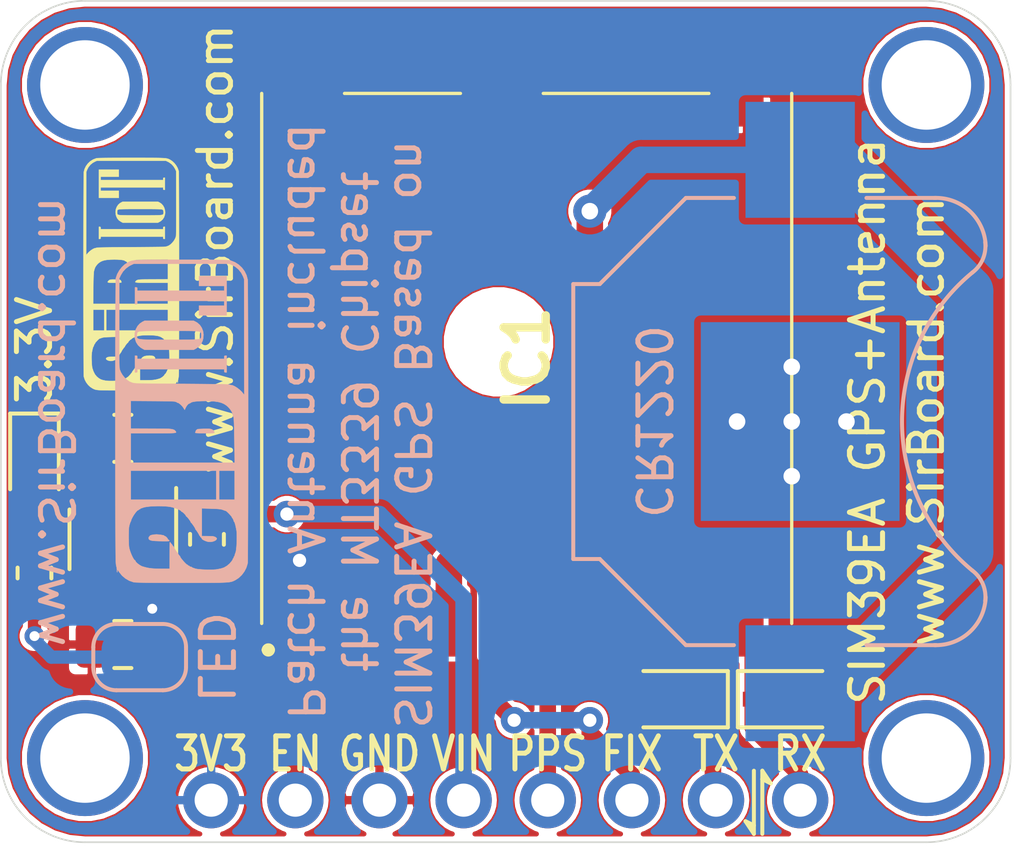
<source format=kicad_pcb>
(kicad_pcb (version 20171130) (host pcbnew "(5.1.2)-2")

  (general
    (thickness 1.6)
    (drawings 34)
    (tracks 67)
    (zones 0)
    (modules 18)
    (nets 15)
  )

  (page User 132.004 102.006)
  (title_block
    (title "SIM39EAU Based GPS Module")
    (date 2019-10-31)
    (rev 1)
    (company SirBoard)
    (comment 1 "SIM39EAU is based on the MT3339 Chipset")
    (comment 2 "Breadboard Friendly Micro GPS Module")
  )

  (layers
    (0 F.Cu signal)
    (31 B.Cu signal)
    (32 B.Adhes user hide)
    (33 F.Adhes user hide)
    (34 B.Paste user hide)
    (35 F.Paste user hide)
    (36 B.SilkS user)
    (37 F.SilkS user)
    (38 B.Mask user hide)
    (39 F.Mask user hide)
    (40 Dwgs.User user hide)
    (41 Cmts.User user hide)
    (42 Eco1.User user hide)
    (43 Eco2.User user hide)
    (44 Edge.Cuts user)
    (45 Margin user hide)
    (46 B.CrtYd user hide)
    (47 F.CrtYd user hide)
    (48 B.Fab user hide)
    (49 F.Fab user hide)
  )

  (setup
    (last_trace_width 0.127)
    (user_trace_width 0.127)
    (user_trace_width 0.15)
    (user_trace_width 0.2)
    (user_trace_width 0.25)
    (user_trace_width 0.3)
    (user_trace_width 0.4)
    (user_trace_width 0.5)
    (user_trace_width 0.6)
    (user_trace_width 0.7)
    (user_trace_width 0.8)
    (user_trace_width 0.9)
    (user_trace_width 1)
    (user_trace_width 1.5)
    (trace_clearance 0.127)
    (zone_clearance 0.2)
    (zone_45_only no)
    (trace_min 0.127)
    (via_size 0.6)
    (via_drill 0.3)
    (via_min_size 0.6)
    (via_min_drill 0.3)
    (user_via 0.6 0.3)
    (user_via 0.8 0.4)
    (user_via 1 0.5)
    (user_via 3.5 2.5)
    (uvia_size 0.45)
    (uvia_drill 0.2)
    (uvias_allowed no)
    (uvia_min_size 0.45)
    (uvia_min_drill 0.1)
    (edge_width 0.05)
    (segment_width 0.2)
    (pcb_text_width 0.3)
    (pcb_text_size 1.5 1.5)
    (mod_edge_width 0.12)
    (mod_text_size 1 1)
    (mod_text_width 0.15)
    (pad_size 1.7 1.7)
    (pad_drill 1)
    (pad_to_mask_clearance 0)
    (solder_mask_min_width 0.1)
    (aux_axis_origin 0 0)
    (visible_elements 7FFFFFFF)
    (pcbplotparams
      (layerselection 0x010f0_ffffffff)
      (usegerberextensions false)
      (usegerberattributes false)
      (usegerberadvancedattributes false)
      (creategerberjobfile false)
      (excludeedgelayer true)
      (linewidth 0.100000)
      (plotframeref false)
      (viasonmask false)
      (mode 1)
      (useauxorigin true)
      (hpglpennumber 1)
      (hpglpenspeed 20)
      (hpglpendiameter 15.000000)
      (psnegative false)
      (psa4output false)
      (plotreference true)
      (plotvalue false)
      (plotinvisibletext false)
      (padsonsilk false)
      (subtractmaskfromsilk false)
      (outputformat 1)
      (mirror false)
      (drillshape 0)
      (scaleselection 1)
      (outputdirectory "C:/Users/elisha3/Desktop/GitHub/Gerbers/SirMicro/"))
  )

  (net 0 "")
  (net 1 GND)
  (net 2 3V3)
  (net 3 VIN)
  (net 4 "Net-(IC1-Pad7)")
  (net 5 PPS)
  (net 6 "Net-(IC1-Pad2)")
  (net 7 EN)
  (net 8 "Net-(BT1-Pad1)")
  (net 9 RX)
  (net 10 TX)
  (net 11 FIX)
  (net 12 "Net-(D3-Pad2)")
  (net 13 "Net-(JP1-Pad2)")
  (net 14 "Net-(U1-Pad4)")

  (net_class Default "This is the default net class."
    (clearance 0.127)
    (trace_width 0.127)
    (via_dia 0.6)
    (via_drill 0.3)
    (uvia_dia 0.45)
    (uvia_drill 0.2)
    (add_net 3V3)
    (add_net EN)
    (add_net FIX)
    (add_net GND)
    (add_net "Net-(BT1-Pad1)")
    (add_net "Net-(D3-Pad2)")
    (add_net "Net-(IC1-Pad2)")
    (add_net "Net-(IC1-Pad7)")
    (add_net "Net-(JP1-Pad2)")
    (add_net "Net-(U1-Pad4)")
    (add_net PPS)
    (add_net RX)
    (add_net TX)
    (add_net VIN)
  )

  (module Package_TO_SOT_SMD:SOT-23-5 (layer F.Cu) (tedit 5A02FF57) (tstamp 5DE8B499)
    (at 55.753 35.306 270)
    (descr "5-pin SOT23 package")
    (tags SOT-23-5)
    (path /5DFE50D8)
    (attr smd)
    (fp_text reference U1 (at 0 0 180) (layer F.SilkS) hide
      (effects (font (size 1 1) (thickness 0.15)))
    )
    (fp_text value AP2127K-3.3 (at 0 2.9 90) (layer F.Fab)
      (effects (font (size 1 1) (thickness 0.15)))
    )
    (fp_line (start 0.9 -1.55) (end 0.9 1.55) (layer F.Fab) (width 0.1))
    (fp_line (start 0.9 1.55) (end -0.9 1.55) (layer F.Fab) (width 0.1))
    (fp_line (start -0.9 -0.9) (end -0.9 1.55) (layer F.Fab) (width 0.1))
    (fp_line (start 0.9 -1.55) (end -0.25 -1.55) (layer F.Fab) (width 0.1))
    (fp_line (start -0.9 -0.9) (end -0.25 -1.55) (layer F.Fab) (width 0.1))
    (fp_line (start -1.9 1.8) (end -1.9 -1.8) (layer F.CrtYd) (width 0.05))
    (fp_line (start 1.9 1.8) (end -1.9 1.8) (layer F.CrtYd) (width 0.05))
    (fp_line (start 1.9 -1.8) (end 1.9 1.8) (layer F.CrtYd) (width 0.05))
    (fp_line (start -1.9 -1.8) (end 1.9 -1.8) (layer F.CrtYd) (width 0.05))
    (fp_line (start 0.9 -1.61) (end -1.55 -1.61) (layer F.SilkS) (width 0.12))
    (fp_line (start -0.9 1.61) (end 0.9 1.61) (layer F.SilkS) (width 0.12))
    (fp_text user %R (at 0 0) (layer F.Fab)
      (effects (font (size 0.5 0.5) (thickness 0.075)))
    )
    (pad 5 smd rect (at 1.1 -0.95 270) (size 1.06 0.65) (layers F.Cu F.Paste F.Mask)
      (net 2 3V3))
    (pad 4 smd rect (at 1.1 0.95 270) (size 1.06 0.65) (layers F.Cu F.Paste F.Mask)
      (net 14 "Net-(U1-Pad4)"))
    (pad 3 smd rect (at -1.1 0.95 270) (size 1.06 0.65) (layers F.Cu F.Paste F.Mask)
      (net 7 EN))
    (pad 2 smd rect (at -1.1 0 270) (size 1.06 0.65) (layers F.Cu F.Paste F.Mask)
      (net 1 GND))
    (pad 1 smd rect (at -1.1 -0.95 270) (size 1.06 0.65) (layers F.Cu F.Paste F.Mask)
      (net 3 VIN))
    (model ${KISYS3DMOD}/Package_TO_SOT_SMD.3dshapes/SOT-23-5.wrl
      (at (xyz 0 0 0))
      (scale (xyz 1 1 1))
      (rotate (xyz 0 0 0))
    )
  )

  (module Resistor_SMD:R_0603_1608Metric (layer F.Cu) (tedit 5B301BBD) (tstamp 5DE8B464)
    (at 53.086 36.322 270)
    (descr "Resistor SMD 0603 (1608 Metric), square (rectangular) end terminal, IPC_7351 nominal, (Body size source: http://www.tortai-tech.com/upload/download/2011102023233369053.pdf), generated with kicad-footprint-generator")
    (tags resistor)
    (path /5E000844)
    (attr smd)
    (fp_text reference R1 (at 0 -0.003 90) (layer F.SilkS) hide
      (effects (font (size 1 1) (thickness 0.15)))
    )
    (fp_text value 680E (at 0 1.43 90) (layer F.Fab)
      (effects (font (size 1 1) (thickness 0.15)))
    )
    (fp_text user %R (at 0 0 90) (layer F.Fab)
      (effects (font (size 0.4 0.4) (thickness 0.06)))
    )
    (fp_line (start 1.48 0.73) (end -1.48 0.73) (layer F.CrtYd) (width 0.05))
    (fp_line (start 1.48 -0.73) (end 1.48 0.73) (layer F.CrtYd) (width 0.05))
    (fp_line (start -1.48 -0.73) (end 1.48 -0.73) (layer F.CrtYd) (width 0.05))
    (fp_line (start -1.48 0.73) (end -1.48 -0.73) (layer F.CrtYd) (width 0.05))
    (fp_line (start -0.162779 0.51) (end 0.162779 0.51) (layer F.SilkS) (width 0.12))
    (fp_line (start -0.162779 -0.51) (end 0.162779 -0.51) (layer F.SilkS) (width 0.12))
    (fp_line (start 0.8 0.4) (end -0.8 0.4) (layer F.Fab) (width 0.1))
    (fp_line (start 0.8 -0.4) (end 0.8 0.4) (layer F.Fab) (width 0.1))
    (fp_line (start -0.8 -0.4) (end 0.8 -0.4) (layer F.Fab) (width 0.1))
    (fp_line (start -0.8 0.4) (end -0.8 -0.4) (layer F.Fab) (width 0.1))
    (pad 2 smd roundrect (at 0.7875 0 270) (size 0.875 0.95) (layers F.Cu F.Paste F.Mask) (roundrect_rratio 0.25)
      (net 13 "Net-(JP1-Pad2)"))
    (pad 1 smd roundrect (at -0.7875 0 270) (size 0.875 0.95) (layers F.Cu F.Paste F.Mask) (roundrect_rratio 0.25)
      (net 12 "Net-(D3-Pad2)"))
    (model ${KISYS3DMOD}/Resistor_SMD.3dshapes/R_0603_1608Metric.wrl
      (at (xyz 0 0 0))
      (scale (xyz 1 1 1))
      (rotate (xyz 0 0 0))
    )
  )

  (module Jumper:SolderJumper-2_P1.3mm_Bridged_RoundedPad1.0x1.5mm (layer B.Cu) (tedit 5C745284) (tstamp 5DE8B453)
    (at 56.261 38.862 180)
    (descr "SMD Solder Jumper, 1x1.5mm, rounded Pads, 0.3mm gap, bridged with 1 copper strip")
    (tags "solder jumper open")
    (path /5DFFCA44)
    (attr virtual)
    (fp_text reference LED (at -2.286 0 270 unlocked) (layer B.SilkS)
      (effects (font (size 1 1) (thickness 0.15)) (justify mirror))
    )
    (fp_text value SolderJumper_2_Bridged (at 0 -1.9) (layer B.Fab)
      (effects (font (size 1 1) (thickness 0.15)) (justify mirror))
    )
    (fp_poly (pts (xy 0.25 0.3) (xy -0.25 0.3) (xy -0.25 -0.3) (xy 0.25 -0.3)) (layer B.Cu) (width 0))
    (fp_line (start 1.65 -1.25) (end -1.65 -1.25) (layer B.CrtYd) (width 0.05))
    (fp_line (start 1.65 -1.25) (end 1.65 1.25) (layer B.CrtYd) (width 0.05))
    (fp_line (start -1.65 1.25) (end -1.65 -1.25) (layer B.CrtYd) (width 0.05))
    (fp_line (start -1.65 1.25) (end 1.65 1.25) (layer B.CrtYd) (width 0.05))
    (fp_line (start -0.7 1) (end 0.7 1) (layer B.SilkS) (width 0.12))
    (fp_line (start 1.4 0.3) (end 1.4 -0.3) (layer B.SilkS) (width 0.12))
    (fp_line (start 0.7 -1) (end -0.7 -1) (layer B.SilkS) (width 0.12))
    (fp_line (start -1.4 -0.3) (end -1.4 0.3) (layer B.SilkS) (width 0.12))
    (fp_arc (start -0.7 0.3) (end -0.7 1) (angle 90) (layer B.SilkS) (width 0.12))
    (fp_arc (start -0.7 -0.3) (end -1.4 -0.3) (angle 90) (layer B.SilkS) (width 0.12))
    (fp_arc (start 0.7 -0.3) (end 0.7 -1) (angle 90) (layer B.SilkS) (width 0.12))
    (fp_arc (start 0.7 0.3) (end 1.4 0.3) (angle 90) (layer B.SilkS) (width 0.12))
    (pad 1 smd custom (at -0.65 0 180) (size 1 0.5) (layers B.Cu B.Mask)
      (net 2 3V3) (zone_connect 2)
      (options (clearance outline) (anchor rect))
      (primitives
        (gr_circle (center 0 -0.25) (end 0.5 -0.25) (width 0))
        (gr_circle (center 0 0.25) (end 0.5 0.25) (width 0))
        (gr_poly (pts
           (xy 0 0.75) (xy 0.5 0.75) (xy 0.5 -0.75) (xy 0 -0.75)) (width 0))
      ))
    (pad 2 smd custom (at 0.65 0 180) (size 1 0.5) (layers B.Cu B.Mask)
      (net 13 "Net-(JP1-Pad2)") (zone_connect 2)
      (options (clearance outline) (anchor rect))
      (primitives
        (gr_circle (center 0 -0.25) (end 0.5 -0.25) (width 0))
        (gr_circle (center 0 0.25) (end 0.5 0.25) (width 0))
        (gr_poly (pts
           (xy 0 0.75) (xy -0.5 0.75) (xy -0.5 -0.75) (xy 0 -0.75)) (width 0))
      ))
  )

  (module LED_SMD:LED_0603_1608Metric (layer F.Cu) (tedit 5B301BBE) (tstamp 5DE8B39A)
    (at 53.086 32.9945 270)
    (descr "LED SMD 0603 (1608 Metric), square (rectangular) end terminal, IPC_7351 nominal, (Body size source: http://www.tortai-tech.com/upload/download/2011102023233369053.pdf), generated with kicad-footprint-generator")
    (tags diode)
    (path /5DFFF072)
    (attr smd)
    (fp_text reference 3.3V (at -3.4035 0 90) (layer F.SilkS)
      (effects (font (size 1 1) (thickness 0.15)))
    )
    (fp_text value LED (at 0 1.43 90) (layer F.Fab)
      (effects (font (size 1 1) (thickness 0.15)))
    )
    (fp_text user %R (at 0 0 90) (layer F.Fab)
      (effects (font (size 0.4 0.4) (thickness 0.06)))
    )
    (fp_line (start 1.48 0.73) (end -1.48 0.73) (layer F.CrtYd) (width 0.05))
    (fp_line (start 1.48 -0.73) (end 1.48 0.73) (layer F.CrtYd) (width 0.05))
    (fp_line (start -1.48 -0.73) (end 1.48 -0.73) (layer F.CrtYd) (width 0.05))
    (fp_line (start -1.48 0.73) (end -1.48 -0.73) (layer F.CrtYd) (width 0.05))
    (fp_line (start -1.485 0.735) (end 0.8 0.735) (layer F.SilkS) (width 0.12))
    (fp_line (start -1.485 -0.735) (end -1.485 0.735) (layer F.SilkS) (width 0.12))
    (fp_line (start 0.8 -0.735) (end -1.485 -0.735) (layer F.SilkS) (width 0.12))
    (fp_line (start 0.8 0.4) (end 0.8 -0.4) (layer F.Fab) (width 0.1))
    (fp_line (start -0.8 0.4) (end 0.8 0.4) (layer F.Fab) (width 0.1))
    (fp_line (start -0.8 -0.1) (end -0.8 0.4) (layer F.Fab) (width 0.1))
    (fp_line (start -0.5 -0.4) (end -0.8 -0.1) (layer F.Fab) (width 0.1))
    (fp_line (start 0.8 -0.4) (end -0.5 -0.4) (layer F.Fab) (width 0.1))
    (pad 2 smd roundrect (at 0.7875 0 270) (size 0.875 0.95) (layers F.Cu F.Paste F.Mask) (roundrect_rratio 0.25)
      (net 12 "Net-(D3-Pad2)"))
    (pad 1 smd roundrect (at -0.7875 0 270) (size 0.875 0.95) (layers F.Cu F.Paste F.Mask) (roundrect_rratio 0.25)
      (net 1 GND))
    (model ${KISYS3DMOD}/LED_SMD.3dshapes/LED_0603_1608Metric.wrl
      (at (xyz 0 0 0))
      (scale (xyz 1 1 1))
      (rotate (xyz 0 0 0))
    )
  )

  (module logo:SirIoT70x29 (layer F.Cu) (tedit 0) (tstamp 5DBBEE61)
    (at 56.007 27.305 90)
    (fp_text reference G*** (at 0 0 90) (layer F.SilkS) hide
      (effects (font (size 1.524 1.524) (thickness 0.3)))
    )
    (fp_text value LOGO (at 0.75 0 90) (layer F.SilkS) hide
      (effects (font (size 1.524 1.524) (thickness 0.3)))
    )
    (fp_poly (pts (xy -0.219183 -0.704849) (xy -0.202447 -0.692466) (xy -0.200506 -0.690942) (xy -0.181604 -0.672367)
      (xy -0.168528 -0.649022) (xy -0.160564 -0.617438) (xy -0.156999 -0.574145) (xy -0.157118 -0.515672)
      (xy -0.158128 -0.484912) (xy -0.160406 -0.427044) (xy -0.162223 -0.386427) (xy -0.163922 -0.360008)
      (xy -0.165848 -0.344735) (xy -0.168346 -0.337555) (xy -0.171759 -0.335415) (xy -0.175013 -0.33528)
      (xy -0.179761 -0.329094) (xy -0.178412 -0.32611) (xy -0.183316 -0.317981) (xy -0.200628 -0.307785)
      (xy -0.223181 -0.298893) (xy -0.243802 -0.294676) (xy -0.245357 -0.29464) (xy -0.247953 -0.304299)
      (xy -0.250238 -0.331273) (xy -0.252086 -0.372558) (xy -0.253372 -0.42515) (xy -0.253972 -0.486045)
      (xy -0.254 -0.50292) (xy -0.25386 -0.576707) (xy -0.253057 -0.632176) (xy -0.251024 -0.67133)
      (xy -0.247189 -0.696172) (xy -0.240984 -0.708704) (xy -0.231839 -0.710929) (xy -0.219183 -0.704849)) (layer F.SilkS) (width 0.01))
    (fp_poly (pts (xy -2.582659 0.271919) (xy -2.57463 0.282725) (xy -2.559979 0.299238) (xy -2.550046 0.3048)
      (xy -2.537369 0.311371) (xy -2.518312 0.327464) (xy -2.515524 0.3302) (xy -2.500388 0.346762)
      (xy -2.495383 0.35529) (xy -2.495986 0.3556) (xy -2.495342 0.361974) (xy -2.48835 0.371864)
      (xy -2.475976 0.390708) (xy -2.4724 0.399804) (xy -2.458495 0.479819) (xy -2.453706 0.548079)
      (xy -2.457979 0.610961) (xy -2.470065 0.670313) (xy -2.481984 0.689595) (xy -2.503162 0.708596)
      (xy -2.525022 0.720205) (xy -2.531443 0.721204) (xy -2.55245 0.715745) (xy -2.55626 0.713584)
      (xy -2.569198 0.701681) (xy -2.579121 0.683679) (xy -2.586514 0.656873) (xy -2.591862 0.618559)
      (xy -2.59565 0.566034) (xy -2.598364 0.496594) (xy -2.598947 0.475667) (xy -2.60011 0.416237)
      (xy -2.600407 0.363047) (xy -2.599875 0.319767) (xy -2.598554 0.290065) (xy -2.596877 0.278331)
      (xy -2.590686 0.267312) (xy -2.582659 0.271919)) (layer F.SilkS) (width 0.01))
    (fp_poly (pts (xy 3.15976 -0.37592) (xy 2.9464 -0.37592) (xy 2.9464 -0.92456) (xy 2.8448 -0.92456)
      (xy 2.8448 0.9652) (xy 2.88036 0.9652) (xy 2.904407 0.967097) (xy 2.914252 0.975637)
      (xy 2.91592 0.9906) (xy 2.91592 1.016) (xy 2.55016 1.016) (xy 2.55016 0.9906)
      (xy 2.552816 0.973423) (xy 2.564772 0.966391) (xy 2.58572 0.9652) (xy 2.62128 0.9652)
      (xy 2.62128 -0.92456) (xy 2.51968 -0.92456) (xy 2.51968 -0.37592) (xy 2.30632 -0.37592)
      (xy 2.30632 -0.97536) (xy 3.15976 -0.97536) (xy 3.15976 -0.37592)) (layer F.SilkS) (width 0.01))
    (fp_poly (pts (xy 1.43256 -0.94996) (xy 1.429903 -0.932784) (xy 1.417947 -0.925752) (xy 1.397 -0.92456)
      (xy 1.36144 -0.92456) (xy 1.36144 0.9652) (xy 1.397 0.9652) (xy 1.421047 0.967097)
      (xy 1.430892 0.975637) (xy 1.43256 0.9906) (xy 1.43256 1.016) (xy 1.0668 1.016)
      (xy 1.0668 0.9906) (xy 1.069456 0.973423) (xy 1.081412 0.966391) (xy 1.10236 0.9652)
      (xy 1.13792 0.9652) (xy 1.13792 -0.92456) (xy 1.10236 -0.92456) (xy 1.078312 -0.926458)
      (xy 1.068467 -0.934998) (xy 1.0668 -0.94996) (xy 1.0668 -0.97536) (xy 1.43256 -0.97536)
      (xy 1.43256 -0.94996)) (layer F.SilkS) (width 0.01))
    (fp_poly (pts (xy 1.96662 -0.462051) (xy 2.036609 -0.435123) (xy 2.097457 -0.394273) (xy 2.145815 -0.341026)
      (xy 2.165769 -0.307226) (xy 2.18948 -0.25908) (xy 2.18948 0.80772) (xy 2.165769 0.855865)
      (xy 2.126281 0.913989) (xy 2.072246 0.961275) (xy 2.007185 0.99619) (xy 1.934617 1.017195)
      (xy 1.858062 1.022756) (xy 1.799444 1.015721) (xy 1.722803 0.990287) (xy 1.658324 0.948761)
      (xy 1.606734 0.89168) (xy 1.586552 0.85852) (xy 1.55956 0.80772) (xy 1.55956 0.410428)
      (xy 1.77797 0.410428) (xy 1.778008 0.527632) (xy 1.778302 0.627345) (xy 1.779038 0.710983)
      (xy 1.780407 0.779959) (xy 1.782595 0.835688) (xy 1.785791 0.879584) (xy 1.790184 0.913063)
      (xy 1.795961 0.937539) (xy 1.80331 0.954425) (xy 1.81242 0.965138) (xy 1.823479 0.971091)
      (xy 1.836674 0.973699) (xy 1.852195 0.974377) (xy 1.87023 0.974539) (xy 1.871149 0.974557)
      (xy 1.900692 0.973429) (xy 1.923248 0.969608) (xy 1.924864 0.969048) (xy 1.933988 0.965154)
      (xy 1.941823 0.960009) (xy 1.948468 0.952139) (xy 1.954021 0.940069) (xy 1.958579 0.922322)
      (xy 1.962241 0.897425) (xy 1.965105 0.863901) (xy 1.967269 0.820277) (xy 1.968831 0.765075)
      (xy 1.969888 0.696822) (xy 1.97054 0.614042) (xy 1.970884 0.51526) (xy 1.971017 0.399001)
      (xy 1.97104 0.27432) (xy 1.971013 0.14054) (xy 1.970867 0.025604) (xy 1.970504 -0.071961)
      (xy 1.969826 -0.153632) (xy 1.968735 -0.220884) (xy 1.967133 -0.275191) (xy 1.964921 -0.31803)
      (xy 1.962002 -0.350875) (xy 1.958278 -0.375201) (xy 1.953651 -0.392484) (xy 1.948022 -0.404198)
      (xy 1.941294 -0.41182) (xy 1.933368 -0.416823) (xy 1.924864 -0.420409) (xy 1.89794 -0.425517)
      (xy 1.863017 -0.426278) (xy 1.831945 -0.422691) (xy 1.824175 -0.420409) (xy 1.815051 -0.416515)
      (xy 1.807216 -0.41137) (xy 1.800571 -0.4035) (xy 1.795018 -0.39143) (xy 1.79046 -0.373683)
      (xy 1.786798 -0.348786) (xy 1.783934 -0.315262) (xy 1.78177 -0.271638) (xy 1.780208 -0.216436)
      (xy 1.779151 -0.148183) (xy 1.778499 -0.065403) (xy 1.778155 0.033379) (xy 1.778022 0.149638)
      (xy 1.778 0.27432) (xy 1.77797 0.410428) (xy 1.55956 0.410428) (xy 1.55956 -0.25908)
      (xy 1.586552 -0.30988) (xy 1.629627 -0.372678) (xy 1.684462 -0.419892) (xy 1.752543 -0.452565)
      (xy 1.812604 -0.468044) (xy 1.890836 -0.473532) (xy 1.96662 -0.462051)) (layer F.SilkS) (width 0.01))
    (fp_poly (pts (xy 0.254961 -1.442935) (xy 0.472071 -1.442847) (xy 0.687091 -1.442712) (xy 0.899047 -1.442525)
      (xy 1.106966 -1.44229) (xy 1.309873 -1.442004) (xy 1.506794 -1.44167) (xy 1.696755 -1.441286)
      (xy 1.878782 -1.440852) (xy 2.051901 -1.440369) (xy 2.215138 -1.439837) (xy 2.367518 -1.439256)
      (xy 2.508068 -1.438625) (xy 2.635812 -1.437945) (xy 2.749779 -1.437216) (xy 2.848992 -1.436437)
      (xy 2.932478 -1.43561) (xy 2.999263 -1.434733) (xy 3.048374 -1.433807) (xy 3.078834 -1.432832)
      (xy 3.08864 -1.432105) (xy 3.180482 -1.407681) (xy 3.266099 -1.365827) (xy 3.34296 -1.30894)
      (xy 3.408538 -1.239415) (xy 3.460302 -1.15965) (xy 3.495724 -1.072042) (xy 3.504132 -1.03836)
      (xy 3.506266 -1.019446) (xy 3.508161 -0.984064) (xy 3.50982 -0.9318) (xy 3.511248 -0.862242)
      (xy 3.512449 -0.774975) (xy 3.513428 -0.669586) (xy 3.514189 -0.545662) (xy 3.514737 -0.40279)
      (xy 3.515075 -0.240556) (xy 3.515209 -0.058547) (xy 3.515209 0.00304) (xy 3.515182 0.17234)
      (xy 3.515114 0.322591) (xy 3.514944 0.45506) (xy 3.514608 0.571018) (xy 3.514045 0.671734)
      (xy 3.513193 0.758477) (xy 3.51199 0.832518) (xy 3.510374 0.895124) (xy 3.508282 0.947567)
      (xy 3.505654 0.991115) (xy 3.502426 1.027038) (xy 3.498537 1.056606) (xy 3.493924 1.081088)
      (xy 3.488526 1.101752) (xy 3.482281 1.11987) (xy 3.475126 1.136711) (xy 3.466999 1.153543)
      (xy 3.458125 1.171072) (xy 3.413393 1.239602) (xy 3.353097 1.303189) (xy 3.281948 1.358299)
      (xy 3.204653 1.401397) (xy 3.125922 1.428949) (xy 3.110069 1.432349) (xy 3.093594 1.433517)
      (xy 3.056876 1.434612) (xy 2.99991 1.435632) (xy 2.922692 1.436578) (xy 2.825217 1.43745)
      (xy 2.70748 1.438248) (xy 2.569477 1.438972) (xy 2.411202 1.439622) (xy 2.232651 1.440198)
      (xy 2.033819 1.4407) (xy 1.814702 1.441129) (xy 1.575295 1.441483) (xy 1.315592 1.441764)
      (xy 1.035589 1.44197) (xy 0.735282 1.442103) (xy 0.414666 1.442162) (xy 0.073735 1.442147)
      (xy -0.003927 1.442134) (xy -0.299856 1.442073) (xy -0.576154 1.442006) (xy -0.833512 1.441927)
      (xy -1.07262 1.441833) (xy -1.294167 1.44172) (xy -1.498842 1.441583) (xy -1.687336 1.441419)
      (xy -1.860339 1.441223) (xy -2.018541 1.440991) (xy -2.16263 1.440719) (xy -2.293297 1.440402)
      (xy -2.411232 1.440038) (xy -2.517125 1.439621) (xy -2.611664 1.439147) (xy -2.695541 1.438612)
      (xy -2.769445 1.438013) (xy -2.834065 1.437344) (xy -2.890092 1.436602) (xy -2.938215 1.435783)
      (xy -2.979125 1.434882) (xy -3.01351 1.433896) (xy -3.04206 1.432819) (xy -3.065466 1.431649)
      (xy -3.084418 1.430381) (xy -3.099604 1.429011) (xy -3.111715 1.427534) (xy -3.121441 1.425946)
      (xy -3.129471 1.424244) (xy -3.133128 1.423333) (xy -3.173823 1.41438) (xy -3.211745 1.408819)
      (xy -3.237193 1.407829) (xy -3.261672 1.407568) (xy -3.275718 1.40331) (xy -3.276237 1.402668)
      (xy -3.270792 1.3982) (xy -3.251136 1.397257) (xy -3.245951 1.397585) (xy -3.228476 1.398575)
      (xy -3.222414 1.396447) (xy -3.229291 1.38895) (xy -3.250629 1.373833) (xy -3.271514 1.35983)
      (xy -3.348213 1.297585) (xy -3.411672 1.223298) (xy -3.459711 1.140177) (xy -3.490151 1.05143)
      (xy -3.494189 1.031914) (xy -3.496357 1.009905) (xy -3.49828 0.968864) (xy -3.499959 0.908642)
      (xy -3.501397 0.829093) (xy -3.502595 0.730069) (xy -3.503553 0.611422) (xy -3.504275 0.473005)
      (xy -3.504761 0.31467) (xy -3.505013 0.13627) (xy -3.50505 -0.004406) (xy -3.505026 -0.172653)
      (xy -3.504965 -0.321863) (xy -3.5048 -0.45332) (xy -3.504464 -0.568307) (xy -3.504104 -0.631274)
      (xy -3.220832 -0.631274) (xy -3.220672 -0.565504) (xy -3.21884 -0.498385) (xy -3.215469 -0.433733)
      (xy -3.210696 -0.375367) (xy -3.204656 -0.327101) (xy -3.197484 -0.292753) (xy -3.192096 -0.2794)
      (xy -3.185218 -0.26127) (xy -3.182658 -0.249362) (xy -3.175101 -0.229583) (xy -3.168796 -0.222826)
      (xy -3.160259 -0.214088) (xy -3.160384 -0.212225) (xy -3.159952 -0.198528) (xy -3.152548 -0.1794)
      (xy -3.14268 -0.164915) (xy -3.138156 -0.162561) (xy -3.132748 -0.156286) (xy -3.134405 -0.152329)
      (xy -3.132224 -0.140705) (xy -3.124903 -0.136024) (xy -3.113572 -0.127253) (xy -3.113643 -0.122564)
      (xy -3.109147 -0.112097) (xy -3.092177 -0.092021) (xy -3.066012 -0.06556) (xy -3.033933 -0.035937)
      (xy -2.999222 -0.006373) (xy -2.97942 0.009288) (xy -2.955689 0.026152) (xy -2.940005 0.034796)
      (xy -2.93624 0.034471) (xy -2.931218 0.034511) (xy -2.92354 0.042532) (xy -2.910669 0.0542)
      (xy -2.886611 0.072453) (xy -2.855219 0.094726) (xy -2.820348 0.118452) (xy -2.785852 0.141066)
      (xy -2.755586 0.160001) (xy -2.733404 0.172692) (xy -2.723159 0.176573) (xy -2.72288 0.17612)
      (xy -2.717871 0.177309) (xy -2.707964 0.188558) (xy -2.696731 0.200709) (xy -2.692724 0.20066)
      (xy -2.68653 0.200891) (xy -2.6744 0.21082) (xy -2.651997 0.230291) (xy -2.63122 0.245847)
      (xy -2.624897 0.250797) (xy -2.623337 0.254706) (xy -2.628504 0.2577) (xy -2.64236 0.259908)
      (xy -2.666869 0.261458) (xy -2.703991 0.262478) (xy -2.755691 0.263096) (xy -2.82393 0.26344)
      (xy -2.903587 0.263627) (xy -3.201133 0.26416) (xy -3.199809 0.44958) (xy -3.198643 0.533372)
      (xy -3.196267 0.60086) (xy -3.19236 0.656038) (xy -3.186604 0.702903) (xy -3.17868 0.74545)
      (xy -3.17487 0.762) (xy -3.16864 0.78774) (xy -3.165024 0.80264) (xy -3.160928 0.81611)
      (xy -3.159783 0.81788) (xy -3.157059 0.826492) (xy -3.153604 0.843266) (xy -3.143774 0.871149)
      (xy -3.125188 0.904874) (xy -3.101341 0.93981) (xy -3.075729 0.97133) (xy -3.051847 0.994802)
      (xy -3.03319 1.005598) (xy -3.03086 1.00584) (xy -3.0186 1.011478) (xy -3.01752 1.015128)
      (xy -3.008416 1.029028) (xy -2.983562 1.047128) (xy -2.94665 1.067712) (xy -2.901372 1.089066)
      (xy -2.851418 1.109473) (xy -2.80048 1.12722) (xy -2.752248 1.14059) (xy -2.7432 1.142598)
      (xy -2.710385 1.147031) (xy -2.661949 1.150413) (xy -2.602564 1.152722) (xy -2.536904 1.153934)
      (xy -2.469641 1.154027) (xy -2.405448 1.152977) (xy -2.348998 1.150761) (xy -2.304963 1.147357)
      (xy -2.28704 1.144845) (xy -2.245786 1.135419) (xy -2.206714 1.123385) (xy -2.176797 1.111058)
      (xy -2.16662 1.104871) (xy -2.155714 1.09958) (xy -2.15392 1.101669) (xy -2.145711 1.100554)
      (xy -2.123899 1.091498) (xy -2.092709 1.076315) (xy -2.082802 1.071176) (xy -2.04344 1.048454)
      (xy -2.004753 1.022647) (xy -1.970208 0.99653) (xy -1.943274 0.972879) (xy -1.927417 0.954469)
      (xy -1.925219 0.945043) (xy -1.921913 0.93511) (xy -1.914458 0.930776) (xy -1.903734 0.921098)
      (xy -1.90442 0.915339) (xy -1.902702 0.904128) (xy -1.899431 0.902383) (xy -1.887953 0.890426)
      (xy -1.885688 0.883735) (xy -1.879696 0.863278) (xy -1.871766 0.842088) (xy -1.860383 0.802443)
      (xy -1.851193 0.746521) (xy -1.844311 0.678256) (xy -1.83985 0.601584) (xy -1.837925 0.52044)
      (xy -1.838651 0.438761) (xy -1.842141 0.360481) (xy -1.848509 0.289536) (xy -1.854505 0.24771)
      (xy -1.864179 0.203818) (xy -1.878038 0.156532) (xy -1.894449 0.109908) (xy -1.911776 0.068002)
      (xy -1.928387 0.03487) (xy -1.942646 0.014567) (xy -1.95022 0.01016) (xy -1.9602 0.002191)
      (xy -1.96088 -0.002112) (xy -1.967966 -0.017026) (xy -1.985591 -0.038891) (xy -2.008305 -0.062201)
      (xy -2.030659 -0.081451) (xy -2.047204 -0.091136) (xy -2.049302 -0.09144) (xy -2.061448 -0.097304)
      (xy -2.06248 -0.101007) (xy -2.069847 -0.111811) (xy -2.088746 -0.129457) (xy -2.114379 -0.150318)
      (xy -2.141947 -0.170766) (xy -2.166652 -0.187173) (xy -2.183693 -0.195913) (xy -2.188188 -0.196026)
      (xy -2.194223 -0.197033) (xy -2.19456 -0.200017) (xy -2.201897 -0.209256) (xy -2.220944 -0.225144)
      (xy -2.24726 -0.244646) (xy -2.276403 -0.264728) (xy -2.303931 -0.282357) (xy -2.325401 -0.2945)
      (xy -2.336371 -0.298122) (xy -2.336956 -0.297261) (xy -2.341284 -0.296538) (xy -2.344576 -0.300594)
      (xy -2.356066 -0.311238) (xy -2.377738 -0.327044) (xy -2.404653 -0.344898) (xy -2.431871 -0.361689)
      (xy -2.454454 -0.374303) (xy -2.467461 -0.379628) (xy -2.46888 -0.378932) (xy -2.473902 -0.380423)
      (xy -2.483797 -0.391759) (xy -2.494964 -0.403113) (xy -2.499037 -0.4016) (xy -2.504023 -0.401343)
      (xy -2.515177 -0.4143) (xy -2.531856 -0.431185) (xy -2.545359 -0.43688) (xy -2.558005 -0.445799)
      (xy -2.573564 -0.469043) (xy -2.589554 -0.501351) (xy -2.603492 -0.537457) (xy -2.612898 -0.572098)
      (xy -2.614816 -0.5842) (xy -2.615458 -0.631341) (xy -2.607814 -0.676944) (xy -2.593594 -0.716659)
      (xy -2.574508 -0.746136) (xy -2.552266 -0.761026) (xy -2.544919 -0.762001) (xy -2.526866 -0.752838)
      (xy -2.510202 -0.729136) (xy -2.498352 -0.696574) (xy -2.495441 -0.680001) (xy -2.493623 -0.65484)
      (xy -2.491986 -0.615725) (xy -2.490763 -0.569024) (xy -2.490336 -0.54102) (xy -2.4892 -0.43688)
      (xy -1.888115 -0.43688) (xy -1.892745 -0.61722) (xy -1.895237 -0.697838) (xy -1.897839 -0.75184)
      (xy -1.69672 -0.75184) (xy -1.69672 1.10744) (xy -1.0668 1.10744) (xy -0.89408 1.10744)
      (xy -0.254 1.10744) (xy -0.254 0.61468) (xy -0.254009 0.499087) (xy -0.253919 0.402299)
      (xy -0.253557 0.322797) (xy -0.252749 0.259067) (xy -0.251324 0.209591) (xy -0.249107 0.172854)
      (xy -0.245926 0.147339) (xy -0.241607 0.13153) (xy -0.235976 0.123911) (xy -0.228862 0.122965)
      (xy -0.22009 0.127176) (xy -0.209488 0.135028) (xy -0.200071 0.14252) (xy -0.179082 0.167991)
      (xy -0.167423 0.206433) (xy -0.166679 0.2111) (xy -0.163986 0.229315) (xy -0.161766 0.24612)
      (xy -0.159964 0.263642) (xy -0.158526 0.284009) (xy -0.157397 0.309351) (xy -0.156523 0.341793)
      (xy -0.155851 0.383465) (xy -0.155325 0.436494) (xy -0.154892 0.503007) (xy -0.154496 0.585134)
      (xy -0.154085 0.685001) (xy -0.153991 0.70866) (xy -0.1524 1.10744) (xy 0.448211 1.10744)
      (xy 0.445085 0.626389) (xy 0.444181 0.507531) (xy 0.443113 0.407668) (xy 0.44184 0.325476)
      (xy 0.440321 0.25963) (xy 0.438512 0.208806) (xy 0.436371 0.171678) (xy 0.433858 0.146924)
      (xy 0.430929 0.133217) (xy 0.429348 0.130154) (xy 0.421867 0.114754) (xy 0.423421 0.108285)
      (xy 0.421941 0.102321) (xy 0.41656 0.1016) (xy 0.407975 0.098082) (xy 0.409385 0.095227)
      (xy 0.40903 0.082501) (xy 0.396761 0.060539) (xy 0.375978 0.033461) (xy 0.350082 0.00539)
      (xy 0.322471 -0.019555) (xy 0.30334 -0.033326) (xy 0.253795 -0.064125) (xy 0.297077 -0.083462)
      (xy 0.329106 -0.100729) (xy 0.358223 -0.121421) (xy 0.380169 -0.141846) (xy 0.390681 -0.158315)
      (xy 0.390199 -0.164115) (xy 0.392518 -0.172144) (xy 0.39624 -0.17272) (xy 0.403163 -0.178629)
      (xy 0.401856 -0.182013) (xy 0.403429 -0.19318) (xy 0.406335 -0.194713) (xy 0.417219 -0.208297)
      (xy 0.426783 -0.239902) (xy 0.434747 -0.287251) (xy 0.440832 -0.348072) (xy 0.444757 -0.42009)
      (xy 0.446244 -0.501032) (xy 0.44622 -0.518833) (xy 0.44377 -0.627511) (xy 0.437066 -0.71886)
      (xy 0.425431 -0.795553) (xy 0.408187 -0.860265) (xy 0.384657 -0.915669) (xy 0.354163 -0.964439)
      (xy 0.324074 -1.000718) (xy 0.287978 -1.035041) (xy 0.247438 -1.066067) (xy 0.208283 -1.089808)
      (xy 0.176342 -1.102274) (xy 0.175411 -1.10246) (xy 0.160277 -1.106075) (xy 0.15748 -1.107441)
      (xy 0.153754 -1.109545) (xy 0.14018 -1.113586) (xy 0.113167 -1.120554) (xy 0.08128 -1.128454)
      (xy 0.059305 -1.131369) (xy 0.018328 -1.134167) (xy -0.040335 -1.136807) (xy -0.115366 -1.139245)
      (xy -0.205449 -1.14144) (xy -0.309267 -1.143348) (xy -0.425501 -1.144928) (xy -0.42926 -1.144971)
      (xy -0.89408 -1.150248) (xy -0.89408 1.10744) (xy -1.0668 1.10744) (xy -1.0668 -0.75184)
      (xy -1.69672 -0.75184) (xy -1.897839 -0.75184) (xy -1.89829 -0.761185) (xy -1.902228 -0.810311)
      (xy -1.907372 -0.848262) (xy -1.914046 -0.878088) (xy -1.922571 -0.902837) (xy -1.923075 -0.904053)
      (xy -1.933133 -0.929301) (xy -1.937808 -0.945607) (xy -1.93929 -0.955066) (xy -1.946914 -0.96809)
      (xy -1.965286 -0.989529) (xy -1.990493 -1.015651) (xy -2.018621 -1.042722) (xy -2.045757 -1.067008)
      (xy -2.067985 -1.084776) (xy -2.081393 -1.092293) (xy -2.082953 -1.092106) (xy -2.092235 -1.092345)
      (xy -2.09296 -1.095448) (xy -2.101342 -1.104796) (xy -2.121135 -1.116286) (xy -2.144317 -1.126135)
      (xy -2.162862 -1.130559) (xy -2.16662 -1.130176) (xy -2.174117 -1.135054) (xy -2.17424 -1.1366)
      (xy -2.18396 -1.145119) (xy -2.191803 -1.14808) (xy -1.69672 -1.14808) (xy -1.69672 -0.8128)
      (xy -1.0668 -0.8128) (xy -1.0668 -1.14808) (xy -1.69672 -1.14808) (xy -2.191803 -1.14808)
      (xy -2.21168 -1.155584) (xy -2.255238 -1.167395) (xy -2.312474 -1.17995) (xy -2.36728 -1.190237)
      (xy -2.407284 -1.194785) (xy -2.460383 -1.197272) (xy -2.522374 -1.197865) (xy -2.589055 -1.196728)
      (xy -2.656224 -1.19403) (xy -2.719679 -1.189936) (xy -2.775217 -1.184612) (xy -2.818636 -1.178225)
      (xy -2.8448 -1.171337) (xy -2.862773 -1.164506) (xy -2.86766 -1.162928) (xy -2.87782 -1.158756)
      (xy -2.888534 -1.155627) (xy -2.90576 -1.152112) (xy -2.926259 -1.14511) (xy -2.934568 -1.137563)
      (xy -2.943888 -1.13179) (xy -2.946449 -1.132871) (xy -2.959344 -1.130787) (xy -2.970981 -1.122048)
      (xy -2.983374 -1.111958) (xy -2.98704 -1.112283) (xy -2.994499 -1.110617) (xy -3.013716 -1.099682)
      (xy -3.031851 -1.087746) (xy -3.088793 -1.039818) (xy -3.137316 -0.981975) (xy -3.173718 -0.919454)
      (xy -3.194178 -0.858099) (xy -3.20009 -0.828826) (xy -3.207683 -0.792707) (xy -3.20992 -0.78232)
      (xy -3.215591 -0.743499) (xy -3.219183 -0.691878) (xy -3.220832 -0.631274) (xy -3.504104 -0.631274)
      (xy -3.503892 -0.668108) (xy -3.503016 -0.754005) (xy -3.501771 -0.827284) (xy -3.50009 -0.889226)
      (xy -3.497907 -0.941116) (xy -3.495154 -0.984237) (xy -3.491766 -1.019872) (xy -3.487677 -1.049304)
      (xy -3.48282 -1.073818) (xy -3.477127 -1.094696) (xy -3.470534 -1.113222) (xy -3.462974 -1.130679)
      (xy -3.454379 -1.148351) (xy -3.444867 -1.167159) (xy -3.397952 -1.23936) (xy -3.335355 -1.304758)
      (xy -3.261374 -1.36024) (xy -3.259948 -1.360987) (xy 0.57404 -1.360987) (xy 0.60452 -1.339045)
      (xy 0.649235 -1.301543) (xy 0.692417 -1.25587) (xy 0.731198 -1.206109) (xy 0.762708 -1.156346)
      (xy 0.78408 -1.110665) (xy 0.792446 -1.073151) (xy 0.792471 -1.071372) (xy 0.796883 -1.049568)
      (xy 0.802222 -1.040802) (xy 0.803936 -1.029055) (xy 0.805637 -0.997771) (xy 0.807311 -0.947731)
      (xy 0.808947 -0.879716) (xy 0.810533 -0.794509) (xy 0.812056 -0.692891) (xy 0.813503 -0.575645)
      (xy 0.814863 -0.443551) (xy 0.816123 -0.297393) (xy 0.81727 -0.137952) (xy 0.817785 -0.05579)
      (xy 0.818666 0.084997) (xy 0.819598 0.221218) (xy 0.820566 0.351343) (xy 0.821556 0.473839)
      (xy 0.822552 0.587177) (xy 0.823539 0.689823) (xy 0.824503 0.780248) (xy 0.825428 0.856919)
      (xy 0.8263 0.918306) (xy 0.827103 0.962876) (xy 0.827823 0.989099) (xy 0.828013 0.993031)
      (xy 0.839344 1.068317) (xy 0.86501 1.133833) (xy 0.907205 1.194057) (xy 0.946064 1.233906)
      (xy 1.00924 1.285966) (xy 1.071852 1.323205) (xy 1.13284 1.347296) (xy 1.143935 1.349562)
      (xy 1.162855 1.351547) (xy 1.190664 1.353264) (xy 1.228425 1.354724) (xy 1.277205 1.355939)
      (xy 1.338067 1.35692) (xy 1.412076 1.35768) (xy 1.500298 1.358228) (xy 1.603795 1.358578)
      (xy 1.723634 1.358741) (xy 1.860879 1.358728) (xy 2.016594 1.358551) (xy 2.14376 1.358322)
      (xy 3.11404 1.35636) (xy 3.182862 1.32376) (xy 3.259628 1.276706) (xy 3.326871 1.214264)
      (xy 3.380357 1.140667) (xy 3.3964 1.110222) (xy 3.429 1.0414) (xy 3.429 -1.03124)
      (xy 3.407 -1.084886) (xy 3.363996 -1.16446) (xy 3.305503 -1.234564) (xy 3.23495 -1.291834)
      (xy 3.155766 -1.332908) (xy 3.152927 -1.333993) (xy 3.09372 -1.35636) (xy 1.83388 -1.358674)
      (xy 0.57404 -1.360987) (xy -3.259948 -1.360987) (xy -3.180311 -1.402697) (xy -3.096464 -1.429017)
      (xy -3.07848 -1.432269) (xy -3.061853 -1.433278) (xy -3.025884 -1.434237) (xy -2.971548 -1.435146)
      (xy -2.89982 -1.436005) (xy -2.811673 -1.436814) (xy -2.708082 -1.437573) (xy -2.59002 -1.438282)
      (xy -2.458462 -1.438941) (xy -2.314382 -1.43955) (xy -2.158753 -1.440109) (xy -1.992551 -1.440618)
      (xy -1.816749 -1.441078) (xy -1.632321 -1.441487) (xy -1.440241 -1.441847) (xy -1.241484 -1.442157)
      (xy -1.037024 -1.442417) (xy -0.827834 -1.442628) (xy -0.614889 -1.442788) (xy -0.399163 -1.442899)
      (xy -0.181629 -1.44296) (xy 0.036737 -1.442972) (xy 0.254961 -1.442935)) (layer F.SilkS) (width 0.01))
  )

  (module logo:SirIoT98x40 (layer B.Cu) (tedit 0) (tstamp 5DBBEBB6)
    (at 57.531 31.75 90)
    (fp_text reference G*** (at 0 0 90) (layer B.SilkS) hide
      (effects (font (size 1.524 1.524) (thickness 0.3)) (justify mirror))
    )
    (fp_text value LOGO (at 0.75 0 90) (layer B.SilkS) hide
      (effects (font (size 1.524 1.524) (thickness 0.3)) (justify mirror))
    )
    (fp_poly (pts (xy -0.30442 0.978955) (xy -0.281176 0.961758) (xy -0.27848 0.95964) (xy -0.252227 0.933842)
      (xy -0.234066 0.901419) (xy -0.223005 0.857552) (xy -0.218053 0.797422) (xy -0.218219 0.716211)
      (xy -0.219621 0.673487) (xy -0.222786 0.593115) (xy -0.225309 0.536703) (xy -0.227669 0.50001)
      (xy -0.230344 0.478798) (xy -0.233813 0.468825) (xy -0.238554 0.465853) (xy -0.243074 0.465666)
      (xy -0.249667 0.457074) (xy -0.247794 0.45293) (xy -0.254605 0.44164) (xy -0.27865 0.427479)
      (xy -0.309972 0.415129) (xy -0.338613 0.409271) (xy -0.340773 0.409222) (xy -0.344379 0.422637)
      (xy -0.347552 0.460101) (xy -0.350118 0.517441) (xy -0.351905 0.590486) (xy -0.352739 0.675062)
      (xy -0.352778 0.6985) (xy -0.352582 0.800981) (xy -0.351468 0.878021) (xy -0.348644 0.932402)
      (xy -0.343318 0.966904) (xy -0.3347 0.98431) (xy -0.321998 0.9874) (xy -0.30442 0.978955)) (layer B.SilkS) (width 0.01))
    (fp_poly (pts (xy -3.587026 -0.377666) (xy -3.575874 -0.392674) (xy -3.555526 -0.415609) (xy -3.54173 -0.423334)
      (xy -3.524122 -0.43246) (xy -3.497655 -0.454812) (xy -3.493783 -0.458611) (xy -3.472761 -0.481615)
      (xy -3.46581 -0.493459) (xy -3.466647 -0.493889) (xy -3.465752 -0.502743) (xy -3.456041 -0.516479)
      (xy -3.438855 -0.542651) (xy -3.433888 -0.555285) (xy -3.414576 -0.666417) (xy -3.407925 -0.761222)
      (xy -3.413859 -0.848558) (xy -3.430645 -0.930991) (xy -3.4472 -0.957772) (xy -3.476614 -0.984163)
      (xy -3.506974 -1.000285) (xy -3.515893 -1.001673) (xy -3.54507 -0.994091) (xy -3.55036 -0.99109)
      (xy -3.56833 -0.974559) (xy -3.582112 -0.949555) (xy -3.59238 -0.912325) (xy -3.599808 -0.859111)
      (xy -3.605069 -0.786159) (xy -3.608838 -0.689714) (xy -3.609649 -0.66065) (xy -3.611264 -0.578108)
      (xy -3.611676 -0.504233) (xy -3.610937 -0.444121) (xy -3.609102 -0.402869) (xy -3.606772 -0.386572)
      (xy -3.598174 -0.371268) (xy -3.587026 -0.377666)) (layer B.SilkS) (width 0.01))
    (fp_poly (pts (xy 4.388555 0.522111) (xy 4.092222 0.522111) (xy 4.092222 1.284111) (xy 3.951111 1.284111)
      (xy 3.951111 -1.340556) (xy 4.0005 -1.340556) (xy 4.0339 -1.343192) (xy 4.047573 -1.355052)
      (xy 4.049889 -1.375834) (xy 4.049889 -1.411111) (xy 3.541889 -1.411111) (xy 3.541889 -1.375834)
      (xy 3.545579 -1.351977) (xy 3.562184 -1.34221) (xy 3.591278 -1.340556) (xy 3.640667 -1.340556)
      (xy 3.640667 1.284111) (xy 3.499555 1.284111) (xy 3.499555 0.522111) (xy 3.203222 0.522111)
      (xy 3.203222 1.354666) (xy 4.388555 1.354666) (xy 4.388555 0.522111)) (layer B.SilkS) (width 0.01))
    (fp_poly (pts (xy 1.989667 1.319389) (xy 1.985976 1.295532) (xy 1.969371 1.285765) (xy 1.940278 1.284111)
      (xy 1.890889 1.284111) (xy 1.890889 -1.340556) (xy 1.940278 -1.340556) (xy 1.973677 -1.343192)
      (xy 1.987351 -1.355052) (xy 1.989667 -1.375834) (xy 1.989667 -1.411111) (xy 1.481667 -1.411111)
      (xy 1.481667 -1.375834) (xy 1.485357 -1.351977) (xy 1.501962 -1.34221) (xy 1.531055 -1.340556)
      (xy 1.580444 -1.340556) (xy 1.580444 1.284111) (xy 1.531055 1.284111) (xy 1.497656 1.286747)
      (xy 1.483982 1.298607) (xy 1.481667 1.319389) (xy 1.481667 1.354666) (xy 1.989667 1.354666)
      (xy 1.989667 1.319389)) (layer B.SilkS) (width 0.01))
    (fp_poly (pts (xy 2.731417 0.641736) (xy 2.828625 0.604337) (xy 2.913135 0.547601) (xy 2.980299 0.473647)
      (xy 3.008012 0.426702) (xy 3.040944 0.359833) (xy 3.040944 -1.121834) (xy 3.008012 -1.188702)
      (xy 2.953168 -1.26943) (xy 2.87812 -1.335106) (xy 2.787757 -1.383598) (xy 2.686969 -1.412772)
      (xy 2.580642 -1.420495) (xy 2.499229 -1.410725) (xy 2.392782 -1.375399) (xy 2.303228 -1.317725)
      (xy 2.231575 -1.238446) (xy 2.203545 -1.192389) (xy 2.166055 -1.121834) (xy 2.166055 -0.57004)
      (xy 2.469404 -0.57004) (xy 2.469457 -0.732823) (xy 2.469864 -0.871314) (xy 2.470887 -0.987477)
      (xy 2.472788 -1.083277) (xy 2.475827 -1.160678) (xy 2.480266 -1.221646) (xy 2.486367 -1.268144)
      (xy 2.49439 -1.302138) (xy 2.504598 -1.325592) (xy 2.51725 -1.340471) (xy 2.53261 -1.348739)
      (xy 2.550937 -1.352361) (xy 2.572494 -1.353302) (xy 2.597542 -1.353527) (xy 2.598818 -1.353553)
      (xy 2.63985 -1.351986) (xy 2.671178 -1.346679) (xy 2.673423 -1.345901) (xy 2.686095 -1.340493)
      (xy 2.696977 -1.333347) (xy 2.706206 -1.322417) (xy 2.713918 -1.305652) (xy 2.720249 -1.281004)
      (xy 2.725336 -1.246425) (xy 2.729313 -1.199864) (xy 2.732318 -1.139274) (xy 2.734487 -1.062605)
      (xy 2.735956 -0.96781) (xy 2.736862 -0.852837) (xy 2.737339 -0.71564) (xy 2.737525 -0.554169)
      (xy 2.737555 -0.381) (xy 2.737518 -0.195195) (xy 2.737316 -0.035563) (xy 2.736812 0.099945)
      (xy 2.73587 0.213377) (xy 2.734355 0.306782) (xy 2.732129 0.382209) (xy 2.729058 0.441707)
      (xy 2.725004 0.487325) (xy 2.719832 0.521112) (xy 2.713404 0.545115) (xy 2.705586 0.561386)
      (xy 2.696242 0.571971) (xy 2.685233 0.57892) (xy 2.673423 0.583901) (xy 2.636028 0.590995)
      (xy 2.587524 0.592051) (xy 2.544369 0.58707) (xy 2.533576 0.583901) (xy 2.520905 0.578492)
      (xy 2.510022 0.571347) (xy 2.500793 0.560416) (xy 2.493081 0.543652) (xy 2.48675 0.519004)
      (xy 2.481664 0.484424) (xy 2.477686 0.437864) (xy 2.474681 0.377273) (xy 2.472512 0.300605)
      (xy 2.471043 0.205809) (xy 2.470138 0.090837) (xy 2.469661 -0.04636) (xy 2.469475 -0.207831)
      (xy 2.469444 -0.381) (xy 2.469404 -0.57004) (xy 2.166055 -0.57004) (xy 2.166055 0.359833)
      (xy 2.203545 0.430389) (xy 2.263372 0.517607) (xy 2.339531 0.583183) (xy 2.434088 0.628561)
      (xy 2.517506 0.65006) (xy 2.626161 0.657683) (xy 2.731417 0.641736)) (layer B.SilkS) (width 0.01))
    (fp_poly (pts (xy 0.354114 2.004075) (xy 0.655655 2.003954) (xy 0.954293 2.003765) (xy 1.248677 2.003507)
      (xy 1.537453 2.003179) (xy 1.819269 2.002783) (xy 2.09277 2.002318) (xy 2.356605 2.001785)
      (xy 2.609421 2.001183) (xy 2.849863 2.000512) (xy 3.076581 1.999773) (xy 3.28822 1.998965)
      (xy 3.483428 1.998089) (xy 3.660851 1.997145) (xy 3.819137 1.996132) (xy 3.956934 1.995051)
      (xy 4.072887 1.993901) (xy 4.165644 1.992684) (xy 4.233853 1.991398) (xy 4.276159 1.990043)
      (xy 4.289778 1.989033) (xy 4.417337 1.955111) (xy 4.536249 1.896981) (xy 4.643001 1.817971)
      (xy 4.734081 1.721409) (xy 4.805976 1.610624) (xy 4.855173 1.488946) (xy 4.86685 1.442166)
      (xy 4.869815 1.415897) (xy 4.872446 1.366755) (xy 4.874751 1.294166) (xy 4.876734 1.197557)
      (xy 4.878402 1.076353) (xy 4.879762 0.92998) (xy 4.880819 0.757863) (xy 4.881579 0.55943)
      (xy 4.882049 0.334105) (xy 4.882235 0.081314) (xy 4.882236 -0.004223) (xy 4.882198 -0.239363)
      (xy 4.882104 -0.448044) (xy 4.881867 -0.632029) (xy 4.8814 -0.793082) (xy 4.880618 -0.932965)
      (xy 4.879435 -1.053442) (xy 4.877764 -1.156275) (xy 4.87552 -1.243229) (xy 4.872615 -1.316066)
      (xy 4.868964 -1.37655) (xy 4.864481 -1.426443) (xy 4.859079 -1.467509) (xy 4.852673 -1.501511)
      (xy 4.845176 -1.530213) (xy 4.836501 -1.555376) (xy 4.826564 -1.578766) (xy 4.815277 -1.602144)
      (xy 4.802952 -1.62649) (xy 4.740824 -1.72167) (xy 4.65708 -1.809986) (xy 4.558262 -1.886527)
      (xy 4.450908 -1.946386) (xy 4.341558 -1.984652) (xy 4.31954 -1.989375) (xy 4.296658 -1.990997)
      (xy 4.245661 -1.992517) (xy 4.166542 -1.993934) (xy 4.059295 -1.995248) (xy 3.923913 -1.996459)
      (xy 3.76039 -1.997567) (xy 3.568718 -1.998573) (xy 3.348892 -1.999476) (xy 3.100905 -2.000276)
      (xy 2.82475 -2.000974) (xy 2.52042 -2.001569) (xy 2.18791 -2.002061) (xy 1.827211 -2.00245)
      (xy 1.438319 -2.002737) (xy 1.021226 -2.002922) (xy 0.575925 -2.003004) (xy 0.10241 -2.002983)
      (xy -0.005454 -2.002965) (xy -0.416466 -2.00288) (xy -0.800214 -2.002787) (xy -1.157656 -2.002677)
      (xy -1.489749 -2.002547) (xy -1.797453 -2.00239) (xy -2.081725 -2.0022) (xy -2.343522 -2.001972)
      (xy -2.583804 -2.001699) (xy -2.803528 -2.001377) (xy -3.003652 -2.000999) (xy -3.185134 -2.00056)
      (xy -3.348933 -2.000053) (xy -3.496006 -1.999474) (xy -3.627311 -1.998816) (xy -3.743807 -1.998073)
      (xy -3.846451 -1.997241) (xy -3.936201 -1.996312) (xy -4.014016 -1.995282) (xy -4.080854 -1.994144)
      (xy -4.137672 -1.992893) (xy -4.185429 -1.991523) (xy -4.225083 -1.990028) (xy -4.257592 -1.988403)
      (xy -4.283913 -1.986641) (xy -4.305005 -1.984738) (xy -4.321826 -1.982687) (xy -4.335334 -1.980482)
      (xy -4.346487 -1.978118) (xy -4.351566 -1.976852) (xy -4.408086 -1.964418) (xy -4.460756 -1.956694)
      (xy -4.496101 -1.955319) (xy -4.530099 -1.954957) (xy -4.549608 -1.949042) (xy -4.550328 -1.948151)
      (xy -4.542766 -1.941946) (xy -4.515465 -1.940636) (xy -4.508264 -1.941091) (xy -4.483993 -1.942466)
      (xy -4.475575 -1.939511) (xy -4.485126 -1.929098) (xy -4.514762 -1.908102) (xy -4.543768 -1.888654)
      (xy -4.650296 -1.802203) (xy -4.738433 -1.699026) (xy -4.805154 -1.58358) (xy -4.847432 -1.460321)
      (xy -4.85304 -1.433214) (xy -4.856051 -1.402647) (xy -4.858721 -1.345645) (xy -4.861054 -1.262004)
      (xy -4.863051 -1.15152) (xy -4.864714 -1.013986) (xy -4.866046 -0.849198) (xy -4.867048 -0.656952)
      (xy -4.867723 -0.437043) (xy -4.868073 -0.189265) (xy -4.868125 0.006119) (xy -4.868092 0.239795)
      (xy -4.868006 0.447031) (xy -4.867777 0.62961) (xy -4.867311 0.789314) (xy -4.86681 0.876768)
      (xy -4.473377 0.876768) (xy -4.473155 0.785421) (xy -4.47061 0.6922) (xy -4.465929 0.602407)
      (xy -4.4593 0.521341) (xy -4.450911 0.454306) (xy -4.44095 0.406601) (xy -4.433466 0.388055)
      (xy -4.423914 0.362874) (xy -4.420358 0.346335) (xy -4.409862 0.318864) (xy -4.401105 0.309479)
      (xy -4.389248 0.297343) (xy -4.389421 0.294755) (xy -4.388822 0.275733) (xy -4.378539 0.249166)
      (xy -4.364833 0.229047) (xy -4.35855 0.225778) (xy -4.351038 0.217063) (xy -4.35334 0.211567)
      (xy -4.35031 0.195423) (xy -4.340142 0.188921) (xy -4.324405 0.176739) (xy -4.324503 0.170227)
      (xy -4.31826 0.155689) (xy -4.294689 0.127806) (xy -4.258349 0.091055) (xy -4.213796 0.049911)
      (xy -4.165586 0.008851) (xy -4.138083 -0.012902) (xy -4.105123 -0.036324) (xy -4.08334 -0.048329)
      (xy -4.078111 -0.047878) (xy -4.071135 -0.047933) (xy -4.060472 -0.059073) (xy -4.042596 -0.075279)
      (xy -4.009181 -0.10063) (xy -3.965581 -0.131565) (xy -3.917149 -0.164518) (xy -3.869239 -0.195926)
      (xy -3.827202 -0.222225) (xy -3.796394 -0.239851) (xy -3.782165 -0.245241) (xy -3.781778 -0.244612)
      (xy -3.77482 -0.246263) (xy -3.76106 -0.261887) (xy -3.745459 -0.278763) (xy -3.739893 -0.278695)
      (xy -3.731291 -0.279016) (xy -3.714444 -0.292806) (xy -3.683328 -0.31985) (xy -3.654472 -0.341455)
      (xy -3.645689 -0.348331) (xy -3.643523 -0.353759) (xy -3.6507 -0.357918) (xy -3.669945 -0.360984)
      (xy -3.703984 -0.363137) (xy -3.755543 -0.364553) (xy -3.827348 -0.365412) (xy -3.922124 -0.36589)
      (xy -4.032759 -0.366149) (xy -4.446018 -0.366889) (xy -4.444179 -0.624417) (xy -4.44256 -0.740796)
      (xy -4.439259 -0.834529) (xy -4.433833 -0.911165) (xy -4.425839 -0.976255) (xy -4.414833 -1.035348)
      (xy -4.409541 -1.058334) (xy -4.400889 -1.094084) (xy -4.395866 -1.114778) (xy -4.390177 -1.133487)
      (xy -4.388587 -1.135945) (xy -4.384803 -1.147907) (xy -4.380005 -1.171204) (xy -4.366352 -1.20993)
      (xy -4.340538 -1.25677) (xy -4.307418 -1.305293) (xy -4.271846 -1.34907) (xy -4.238676 -1.38167)
      (xy -4.212764 -1.396664) (xy -4.209527 -1.397) (xy -4.192499 -1.404831) (xy -4.191 -1.409901)
      (xy -4.178355 -1.429207) (xy -4.143835 -1.454345) (xy -4.092569 -1.482935) (xy -4.029683 -1.512592)
      (xy -3.960302 -1.540936) (xy -3.889555 -1.565584) (xy -3.822567 -1.584153) (xy -3.81 -1.586943)
      (xy -3.764424 -1.5931) (xy -3.697151 -1.597797) (xy -3.614672 -1.601004) (xy -3.523477 -1.602687)
      (xy -3.430057 -1.602816) (xy -3.3409 -1.601357) (xy -3.262497 -1.59828) (xy -3.201338 -1.593552)
      (xy -3.176444 -1.590063) (xy -3.119147 -1.576972) (xy -3.06488 -1.560258) (xy -3.023329 -1.543137)
      (xy -3.009195 -1.534545) (xy -2.994047 -1.527195) (xy -2.991556 -1.530097) (xy -2.980154 -1.528548)
      (xy -2.949859 -1.515971) (xy -2.90654 -1.494883) (xy -2.89278 -1.487745) (xy -2.838111 -1.456187)
      (xy -2.784379 -1.420344) (xy -2.7364 -1.38407) (xy -2.698991 -1.351222) (xy -2.676967 -1.325652)
      (xy -2.673915 -1.312561) (xy -2.669323 -1.298764) (xy -2.658969 -1.292745) (xy -2.644074 -1.279304)
      (xy -2.645027 -1.271305) (xy -2.642642 -1.255734) (xy -2.638097 -1.25331) (xy -2.622156 -1.236704)
      (xy -2.619011 -1.227411) (xy -2.610688 -1.198998) (xy -2.599674 -1.169568) (xy -2.583865 -1.114506)
      (xy -2.571101 -1.036835) (xy -2.561542 -0.942023) (xy -2.555347 -0.835534) (xy -2.552673 -0.722835)
      (xy -2.553681 -0.609391) (xy -2.558528 -0.500669) (xy -2.567374 -0.402135) (xy -2.575701 -0.344043)
      (xy -2.589137 -0.283082) (xy -2.608386 -0.217407) (xy -2.631178 -0.152651) (xy -2.655244 -0.094448)
      (xy -2.678314 -0.048431) (xy -2.698118 -0.020233) (xy -2.708638 -0.014111) (xy -2.7225 -0.003044)
      (xy -2.723445 0.002933) (xy -2.733286 0.023647) (xy -2.757765 0.054015) (xy -2.789312 0.08639)
      (xy -2.820359 0.113126) (xy -2.843338 0.126577) (xy -2.846253 0.127) (xy -2.863121 0.135144)
      (xy -2.864556 0.140286) (xy -2.874787 0.155292) (xy -2.901035 0.1798) (xy -2.936637 0.208774)
      (xy -2.974926 0.237174) (xy -3.009238 0.259962) (xy -3.032906 0.272101) (xy -3.039149 0.272258)
      (xy -3.047531 0.273657) (xy -3.048 0.2778) (xy -3.058189 0.290633) (xy -3.084644 0.312699)
      (xy -3.121194 0.339785) (xy -3.161671 0.367677) (xy -3.199904 0.392162) (xy -3.229723 0.409026)
      (xy -3.244959 0.414057) (xy -3.245772 0.412862) (xy -3.251783 0.411858) (xy -3.256355 0.417491)
      (xy -3.272313 0.432274) (xy -3.302413 0.454226) (xy -3.339795 0.479024) (xy -3.377598 0.502345)
      (xy -3.408963 0.519865) (xy -3.427028 0.527261) (xy -3.429 0.526294) (xy -3.435975 0.528364)
      (xy -3.449718 0.544108) (xy -3.465227 0.559878) (xy -3.470885 0.557777) (xy -3.477809 0.55742)
      (xy -3.4933 0.575415) (xy -3.516467 0.598867) (xy -3.53522 0.606777) (xy -3.552784 0.619164)
      (xy -3.574394 0.651448) (xy -3.596602 0.69632) (xy -3.615961 0.746468) (xy -3.629024 0.79458)
      (xy -3.631689 0.811389) (xy -3.63258 0.876862) (xy -3.621963 0.940199) (xy -3.602213 0.995358)
      (xy -3.575705 1.036299) (xy -3.544813 1.05698) (xy -3.534609 1.058333) (xy -3.509535 1.045608)
      (xy -3.48639 1.012689) (xy -3.469933 0.967463) (xy -3.465889 0.944445) (xy -3.463365 0.909498)
      (xy -3.461091 0.855173) (xy -3.459393 0.79031) (xy -3.4588 0.751416) (xy -3.457222 0.606777)
      (xy -2.622381 0.606777) (xy -2.628813 0.85725) (xy -2.632273 0.969219) (xy -2.635888 1.044222)
      (xy -2.356556 1.044222) (xy -2.356556 -1.538111) (xy -1.481667 -1.538111) (xy -1.241778 -1.538111)
      (xy -0.352778 -1.538111) (xy -0.352778 -0.853723) (xy -0.35279 -0.693178) (xy -0.352664 -0.558749)
      (xy -0.352161 -0.44833) (xy -0.35104 -0.359816) (xy -0.349061 -0.2911) (xy -0.345982 -0.240076)
      (xy -0.341563 -0.204639) (xy -0.335564 -0.182682) (xy -0.327744 -0.1721) (xy -0.317863 -0.170786)
      (xy -0.305681 -0.176635) (xy -0.290955 -0.18754) (xy -0.277876 -0.197946) (xy -0.248725 -0.233322)
      (xy -0.232532 -0.286714) (xy -0.231498 -0.293196) (xy -0.227758 -0.318494) (xy -0.224675 -0.341834)
      (xy -0.222172 -0.36617) (xy -0.220174 -0.394459) (xy -0.218606 -0.429655) (xy -0.217393 -0.474714)
      (xy -0.216459 -0.532591) (xy -0.215729 -0.606242) (xy -0.215127 -0.698622) (xy -0.214578 -0.812687)
      (xy -0.214007 -0.951392) (xy -0.213876 -0.98425) (xy -0.211667 -1.538111) (xy 0.622516 -1.538111)
      (xy 0.618175 -0.869986) (xy 0.616918 -0.704905) (xy 0.615436 -0.566207) (xy 0.613668 -0.452051)
      (xy 0.611557 -0.360598) (xy 0.609044 -0.290009) (xy 0.606072 -0.238443) (xy 0.602581 -0.204062)
      (xy 0.598514 -0.185025) (xy 0.596317 -0.180771) (xy 0.585927 -0.159381) (xy 0.588085 -0.150396)
      (xy 0.586029 -0.142113) (xy 0.578555 -0.141111) (xy 0.566632 -0.136226) (xy 0.568591 -0.132261)
      (xy 0.568097 -0.114586) (xy 0.551057 -0.084083) (xy 0.522193 -0.046475) (xy 0.486226 -0.007487)
      (xy 0.447877 0.027158) (xy 0.421306 0.046286) (xy 0.352493 0.089062) (xy 0.412608 0.115918)
      (xy 0.457092 0.1399) (xy 0.497533 0.168639) (xy 0.528012 0.197007) (xy 0.542612 0.219881)
      (xy 0.541943 0.227937) (xy 0.545164 0.239087) (xy 0.550333 0.239889) (xy 0.559949 0.248094)
      (xy 0.558134 0.252794) (xy 0.560319 0.268304) (xy 0.564355 0.270433) (xy 0.579472 0.289301)
      (xy 0.592755 0.333196) (xy 0.603816 0.398959) (xy 0.612267 0.483432) (xy 0.617719 0.583458)
      (xy 0.619783 0.695877) (xy 0.619751 0.720601) (xy 0.616347 0.871542) (xy 0.607037 0.998415)
      (xy 0.590877 1.104934) (xy 0.566927 1.194811) (xy 0.534247 1.271761) (xy 0.491893 1.339498)
      (xy 0.450104 1.389885) (xy 0.39997 1.437556) (xy 0.343664 1.480648) (xy 0.289283 1.513621)
      (xy 0.24492 1.530935) (xy 0.243627 1.531193) (xy 0.222607 1.536214) (xy 0.218722 1.538111)
      (xy 0.213547 1.541034) (xy 0.194696 1.546647) (xy 0.157177 1.556323) (xy 0.112889 1.567297)
      (xy 0.082369 1.571345) (xy 0.025456 1.575231) (xy -0.05602 1.578897) (xy -0.16023 1.582284)
      (xy -0.285346 1.585333) (xy -0.429536 1.587983) (xy -0.590973 1.590177) (xy -0.596195 1.590236)
      (xy -1.241778 1.597566) (xy -1.241778 -1.538111) (xy -1.481667 -1.538111) (xy -1.481667 1.044222)
      (xy -2.356556 1.044222) (xy -2.635888 1.044222) (xy -2.636514 1.057201) (xy -2.641983 1.125431)
      (xy -2.649128 1.178141) (xy -2.658396 1.219566) (xy -2.670236 1.253939) (xy -2.670937 1.255628)
      (xy -2.684907 1.290695) (xy -2.691399 1.313342) (xy -2.693458 1.32648) (xy -2.704046 1.344568)
      (xy -2.729563 1.374345) (xy -2.764573 1.410625) (xy -2.80364 1.448224) (xy -2.841328 1.481955)
      (xy -2.872202 1.506633) (xy -2.890823 1.517072) (xy -2.89299 1.516813) (xy -2.905882 1.517145)
      (xy -2.906889 1.521455) (xy -2.918529 1.534438) (xy -2.946021 1.550396) (xy -2.978217 1.564075)
      (xy -3.003975 1.57022) (xy -3.009195 1.569688) (xy -3.019606 1.576462) (xy -3.019778 1.57861)
      (xy -3.033278 1.590443) (xy -3.04417 1.594555) (xy -2.356556 1.594555) (xy -2.356556 1.128889)
      (xy -1.481667 1.128889) (xy -1.481667 1.594555) (xy -2.356556 1.594555) (xy -3.04417 1.594555)
      (xy -3.071777 1.604977) (xy -3.132274 1.621381) (xy -3.211769 1.638819) (xy -3.287889 1.653106)
      (xy -3.34345 1.659423) (xy -3.417198 1.662877) (xy -3.503297 1.6637) (xy -3.595909 1.662122)
      (xy -3.6892 1.658374) (xy -3.777332 1.652688) (xy -3.854468 1.645294) (xy -3.914772 1.636423)
      (xy -3.951111 1.626856) (xy -3.976072 1.617368) (xy -3.982861 1.615177) (xy -3.996972 1.609382)
      (xy -4.011852 1.605036) (xy -4.035778 1.600154) (xy -4.064248 1.59043) (xy -4.075789 1.579948)
      (xy -4.088732 1.57193) (xy -4.09229 1.57343) (xy -4.110199 1.570537) (xy -4.126363 1.558399)
      (xy -4.143574 1.544385) (xy -4.148667 1.544836) (xy -4.159026 1.542523) (xy -4.185717 1.527335)
      (xy -4.210904 1.510758) (xy -4.289989 1.444191) (xy -4.357383 1.363853) (xy -4.407941 1.277019)
      (xy -4.436358 1.191804) (xy -4.444569 1.151146) (xy -4.455115 1.100981) (xy -4.458222 1.086555)
      (xy -4.466098 1.032636) (xy -4.471087 0.96094) (xy -4.473377 0.876768) (xy -4.86681 0.876768)
      (xy -4.866516 0.927926) (xy -4.8653 1.047229) (xy -4.86357 1.149004) (xy -4.861236 1.235036)
      (xy -4.858203 1.307105) (xy -4.85438 1.366994) (xy -4.849675 1.416487) (xy -4.843995 1.457366)
      (xy -4.837249 1.491412) (xy -4.829343 1.52041) (xy -4.820186 1.54614) (xy -4.809685 1.570387)
      (xy -4.797748 1.594931) (xy -4.784537 1.621053) (xy -4.719377 1.721333) (xy -4.632436 1.812163)
      (xy -4.529686 1.889222) (xy -4.527708 1.890258) (xy 0.797278 1.890258) (xy 0.839611 1.859783)
      (xy 0.901716 1.807698) (xy 0.961691 1.744263) (xy 1.015553 1.675151) (xy 1.059317 1.606035)
      (xy 1.089 1.542589) (xy 1.10062 1.490486) (xy 1.100655 1.488016) (xy 1.106782 1.457733)
      (xy 1.114198 1.445557) (xy 1.116579 1.429243) (xy 1.11894 1.385792) (xy 1.121266 1.316292)
      (xy 1.123538 1.221827) (xy 1.125741 1.103483) (xy 1.127856 0.962348) (xy 1.129866 0.799505)
      (xy 1.131755 0.616042) (xy 1.133505 0.413045) (xy 1.135098 0.191599) (xy 1.135812 0.077485)
      (xy 1.137036 -0.118052) (xy 1.138331 -0.307248) (xy 1.139676 -0.487977) (xy 1.14105 -0.658111)
      (xy 1.142434 -0.815524) (xy 1.143805 -0.958089) (xy 1.145143 -1.083679) (xy 1.146428 -1.190166)
      (xy 1.147639 -1.275425) (xy 1.148755 -1.337329) (xy 1.149755 -1.37375) (xy 1.150018 -1.379211)
      (xy 1.165756 -1.483774) (xy 1.201404 -1.57477) (xy 1.260007 -1.658414) (xy 1.313979 -1.713759)
      (xy 1.401722 -1.786065) (xy 1.488684 -1.837786) (xy 1.573389 -1.871246) (xy 1.5888 -1.874392)
      (xy 1.615077 -1.87715) (xy 1.6537 -1.879535) (xy 1.706147 -1.881563) (xy 1.773896 -1.88325)
      (xy 1.858427 -1.884613) (xy 1.961218 -1.885667) (xy 2.083747 -1.886429) (xy 2.227494 -1.886915)
      (xy 2.393937 -1.887141) (xy 2.584555 -1.887123) (xy 2.800826 -1.886877) (xy 2.977444 -1.88656)
      (xy 4.325055 -1.883834) (xy 4.420642 -1.838557) (xy 4.527262 -1.773203) (xy 4.620654 -1.686479)
      (xy 4.69494 -1.584261) (xy 4.717223 -1.541975) (xy 4.7625 -1.446389) (xy 4.7625 1.432277)
      (xy 4.731945 1.506785) (xy 4.672217 1.617305) (xy 4.590977 1.714671) (xy 4.492986 1.794212)
      (xy 4.383008 1.851259) (xy 4.379066 1.852767) (xy 4.296833 1.883833) (xy 2.547055 1.887046)
      (xy 0.797278 1.890258) (xy -4.527708 1.890258) (xy -4.417098 1.948189) (xy -4.300644 1.984744)
      (xy -4.275667 1.989261) (xy -4.252573 1.990663) (xy -4.202616 1.991995) (xy -4.12715 1.993258)
      (xy -4.027528 1.994451) (xy -3.905101 1.995574) (xy -3.761224 1.996628) (xy -3.59725 1.997613)
      (xy -3.41453 1.998528) (xy -3.214419 1.999374) (xy -2.998268 2.000151) (xy -2.767431 2.000858)
      (xy -2.523262 2.001496) (xy -2.267112 2.002065) (xy -2.000335 2.002564) (xy -1.724283 2.002995)
      (xy -1.44031 2.003357) (xy -1.149769 2.003649) (xy -0.854012 2.003871) (xy -0.554392 2.004026)
      (xy -0.252263 2.004111) (xy 0.051024 2.004128) (xy 0.354114 2.004075)) (layer B.SilkS) (width 0.01))
  )

  (module MountingHole:MountingHole_2.7mm_M2.5_ISO14580_Pad (layer F.Cu) (tedit 5DBB45F9) (tstamp 5DB8BDE0)
    (at 54.61 21.59)
    (descr "Mounting Hole 2.7mm, M2.5, ISO14580")
    (tags "mounting hole 2.7mm m2.5 iso14580")
    (path /5DB9577B)
    (attr virtual)
    (fp_text reference H3 (at 0 0) (layer F.SilkS) hide
      (effects (font (size 1 1) (thickness 0.15)))
    )
    (fp_text value MountingHole (at 0 3.25) (layer F.Fab)
      (effects (font (size 1 1) (thickness 0.15)))
    )
    (fp_circle (center 0 0) (end 2.5 0) (layer F.CrtYd) (width 0.05))
    (fp_circle (center 0 0) (end 2.25 0) (layer Cmts.User) (width 0.15))
    (fp_text user %R (at 0.3 0) (layer F.Fab)
      (effects (font (size 1 1) (thickness 0.15)))
    )
    (pad 1 thru_hole circle (at 0 0) (size 3.5 3.5) (drill 2.7) (layers *.Cu *.Mask))
  )

  (module Diode_SMD:D_SOD-323 (layer F.Cu) (tedit 58641739) (tstamp 5DBBC2E0)
    (at 72.517 40.132 180)
    (descr SOD-323)
    (tags SOD-323)
    (path /5DC5735D)
    (attr smd)
    (fp_text reference D2 (at -0.059 0 90) (layer F.SilkS) hide
      (effects (font (size 1 1) (thickness 0.15)))
    )
    (fp_text value TVS (at 0.1 1.9) (layer F.Fab)
      (effects (font (size 1 1) (thickness 0.15)))
    )
    (fp_line (start -1.5 -0.85) (end 1.05 -0.85) (layer F.SilkS) (width 0.12))
    (fp_line (start -1.5 0.85) (end 1.05 0.85) (layer F.SilkS) (width 0.12))
    (fp_line (start -1.6 -0.95) (end -1.6 0.95) (layer F.CrtYd) (width 0.05))
    (fp_line (start -1.6 0.95) (end 1.6 0.95) (layer F.CrtYd) (width 0.05))
    (fp_line (start 1.6 -0.95) (end 1.6 0.95) (layer F.CrtYd) (width 0.05))
    (fp_line (start -1.6 -0.95) (end 1.6 -0.95) (layer F.CrtYd) (width 0.05))
    (fp_line (start -0.9 -0.7) (end 0.9 -0.7) (layer F.Fab) (width 0.1))
    (fp_line (start 0.9 -0.7) (end 0.9 0.7) (layer F.Fab) (width 0.1))
    (fp_line (start 0.9 0.7) (end -0.9 0.7) (layer F.Fab) (width 0.1))
    (fp_line (start -0.9 0.7) (end -0.9 -0.7) (layer F.Fab) (width 0.1))
    (fp_line (start -0.3 -0.35) (end -0.3 0.35) (layer F.Fab) (width 0.1))
    (fp_line (start -0.3 0) (end -0.5 0) (layer F.Fab) (width 0.1))
    (fp_line (start -0.3 0) (end 0.2 -0.35) (layer F.Fab) (width 0.1))
    (fp_line (start 0.2 -0.35) (end 0.2 0.35) (layer F.Fab) (width 0.1))
    (fp_line (start 0.2 0.35) (end -0.3 0) (layer F.Fab) (width 0.1))
    (fp_line (start 0.2 0) (end 0.45 0) (layer F.Fab) (width 0.1))
    (fp_line (start -1.5 -0.85) (end -1.5 0.85) (layer F.SilkS) (width 0.12))
    (fp_text user %R (at 0 -1.85) (layer F.Fab)
      (effects (font (size 1 1) (thickness 0.15)))
    )
    (pad 2 smd rect (at 1.05 0 180) (size 0.6 0.45) (layers F.Cu F.Paste F.Mask)
      (net 1 GND))
    (pad 1 smd rect (at -1.05 0 180) (size 0.6 0.45) (layers F.Cu F.Paste F.Mask)
      (net 10 TX))
    (model ${KISYS3DMOD}/Diode_SMD.3dshapes/D_SOD-323.wrl
      (at (xyz 0 0 0))
      (scale (xyz 1 1 1))
      (rotate (xyz 0 0 0))
    )
  )

  (module Diode_SMD:D_SOD-323 (layer F.Cu) (tedit 58641739) (tstamp 5DBBC2C8)
    (at 75.819 40.132)
    (descr SOD-323)
    (tags SOD-323)
    (path /5DC53792)
    (attr smd)
    (fp_text reference D1 (at 0 0 90) (layer F.SilkS) hide
      (effects (font (size 1 1) (thickness 0.15)))
    )
    (fp_text value TVS (at 0.1 1.9) (layer F.Fab)
      (effects (font (size 1 1) (thickness 0.15)))
    )
    (fp_line (start -1.5 -0.85) (end 1.05 -0.85) (layer F.SilkS) (width 0.12))
    (fp_line (start -1.5 0.85) (end 1.05 0.85) (layer F.SilkS) (width 0.12))
    (fp_line (start -1.6 -0.95) (end -1.6 0.95) (layer F.CrtYd) (width 0.05))
    (fp_line (start -1.6 0.95) (end 1.6 0.95) (layer F.CrtYd) (width 0.05))
    (fp_line (start 1.6 -0.95) (end 1.6 0.95) (layer F.CrtYd) (width 0.05))
    (fp_line (start -1.6 -0.95) (end 1.6 -0.95) (layer F.CrtYd) (width 0.05))
    (fp_line (start -0.9 -0.7) (end 0.9 -0.7) (layer F.Fab) (width 0.1))
    (fp_line (start 0.9 -0.7) (end 0.9 0.7) (layer F.Fab) (width 0.1))
    (fp_line (start 0.9 0.7) (end -0.9 0.7) (layer F.Fab) (width 0.1))
    (fp_line (start -0.9 0.7) (end -0.9 -0.7) (layer F.Fab) (width 0.1))
    (fp_line (start -0.3 -0.35) (end -0.3 0.35) (layer F.Fab) (width 0.1))
    (fp_line (start -0.3 0) (end -0.5 0) (layer F.Fab) (width 0.1))
    (fp_line (start -0.3 0) (end 0.2 -0.35) (layer F.Fab) (width 0.1))
    (fp_line (start 0.2 -0.35) (end 0.2 0.35) (layer F.Fab) (width 0.1))
    (fp_line (start 0.2 0.35) (end -0.3 0) (layer F.Fab) (width 0.1))
    (fp_line (start 0.2 0) (end 0.45 0) (layer F.Fab) (width 0.1))
    (fp_line (start -1.5 -0.85) (end -1.5 0.85) (layer F.SilkS) (width 0.12))
    (fp_text user %R (at 0 -1.85) (layer F.Fab)
      (effects (font (size 1 1) (thickness 0.15)))
    )
    (pad 2 smd rect (at 1.05 0) (size 0.6 0.45) (layers F.Cu F.Paste F.Mask)
      (net 1 GND))
    (pad 1 smd rect (at -1.05 0) (size 0.6 0.45) (layers F.Cu F.Paste F.Mask)
      (net 9 RX))
    (model ${KISYS3DMOD}/Diode_SMD.3dshapes/D_SOD-323.wrl
      (at (xyz 0 0 0))
      (scale (xyz 1 1 1))
      (rotate (xyz 0 0 0))
    )
  )

  (module Connector_PinHeader_2.54mm:PinHeader_1x08_P2.54mm_Vertical (layer B.Cu) (tedit 5DBB4CF0) (tstamp 5DBBAB40)
    (at 76.2 43.18 90)
    (descr "Through hole straight pin header, 1x08, 2.54mm pitch, single row")
    (tags "Through hole pin header THT 1x08 2.54mm single row")
    (path /5DC47DB9)
    (fp_text reference J1 (at 0 2.33 270) (layer B.SilkS) hide
      (effects (font (size 1 1) (thickness 0.15)) (justify mirror))
    )
    (fp_text value Conn_01x08 (at 0 -20.11 270) (layer B.Fab)
      (effects (font (size 1 1) (thickness 0.15)) (justify mirror))
    )
    (fp_text user %R (at 0 -8.89) (layer B.Fab)
      (effects (font (size 1 1) (thickness 0.15)) (justify mirror))
    )
    (fp_line (start 1.8 1.8) (end -1.8 1.8) (layer B.CrtYd) (width 0.05))
    (fp_line (start 1.8 -19.55) (end 1.8 1.8) (layer B.CrtYd) (width 0.05))
    (fp_line (start -1.8 -19.55) (end 1.8 -19.55) (layer B.CrtYd) (width 0.05))
    (fp_line (start -1.8 1.8) (end -1.8 -19.55) (layer B.CrtYd) (width 0.05))
    (fp_line (start -1.27 0.635) (end -0.635 1.27) (layer B.Fab) (width 0.1))
    (fp_line (start -1.27 -19.05) (end -1.27 0.635) (layer B.Fab) (width 0.1))
    (fp_line (start 1.27 -19.05) (end -1.27 -19.05) (layer B.Fab) (width 0.1))
    (fp_line (start 1.27 1.27) (end 1.27 -19.05) (layer B.Fab) (width 0.1))
    (fp_line (start -0.635 1.27) (end 1.27 1.27) (layer B.Fab) (width 0.1))
    (pad 8 thru_hole oval (at 0 -17.78 90) (size 1.7 1.7) (drill 1) (layers *.Cu *.Mask)
      (net 2 3V3))
    (pad 7 thru_hole oval (at 0 -15.24 90) (size 1.7 1.7) (drill 1) (layers *.Cu *.Mask)
      (net 7 EN))
    (pad 6 thru_hole oval (at 0 -12.7 90) (size 1.7 1.7) (drill 1) (layers *.Cu *.Mask)
      (net 1 GND))
    (pad 5 thru_hole oval (at 0 -10.16 90) (size 1.7 1.7) (drill 1) (layers *.Cu *.Mask)
      (net 3 VIN))
    (pad 4 thru_hole oval (at 0 -7.62 90) (size 1.7 1.7) (drill 1) (layers *.Cu *.Mask)
      (net 5 PPS))
    (pad 3 thru_hole oval (at 0 -5.08 90) (size 1.7 1.7) (drill 1) (layers *.Cu *.Mask)
      (net 11 FIX))
    (pad 2 thru_hole oval (at 0 -2.54 90) (size 1.7 1.7) (drill 1) (layers *.Cu *.Mask)
      (net 10 TX))
    (pad 1 thru_hole circle (at 0 0 90) (size 1.7 1.7) (drill 1) (layers *.Cu *.Mask)
      (net 9 RX))
    (model ${KISYS3DMOD}/Connector_PinHeader_2.54mm.3dshapes/PinHeader_1x08_P2.54mm_Vertical.wrl
      (at (xyz 0 0 0))
      (scale (xyz 1 1 1))
      (rotate (xyz 0 0 0))
    )
  )

  (module Battery:BatteryHolder_Keystone_3000_1x12mm (layer B.Cu) (tedit 5DBB43C1) (tstamp 5DBB8D23)
    (at 76.2 31.75 270)
    (descr http://www.keyelco.com/product-pdf.cfm?p=777)
    (tags "Keystone type 3000 coin cell retainer")
    (path /5DC29E4A)
    (attr smd)
    (fp_text reference CR1220 (at 0 4.445 270 unlocked) (layer B.SilkS)
      (effects (font (size 1 1) (thickness 0.15)) (justify mirror))
    )
    (fp_text value CR1220 (at 0 -7.5 90) (layer B.Fab)
      (effects (font (size 1 1) (thickness 0.15)) (justify mirror))
    )
    (fp_line (start -4 6.7) (end 4 6.7) (layer B.Fab) (width 0.1))
    (fp_line (start -4 6.7) (end -4 6) (layer B.Fab) (width 0.1))
    (fp_line (start 4 6.7) (end 4 6) (layer B.Fab) (width 0.1))
    (fp_line (start -4 6) (end -6.6 3.4) (layer B.Fab) (width 0.1))
    (fp_line (start 4 6) (end 6.6 3.4) (layer B.Fab) (width 0.1))
    (fp_line (start -6.6 3.4) (end -6.6 -4.1) (layer B.Fab) (width 0.1))
    (fp_line (start 6.6 3.4) (end 6.6 -4.1) (layer B.Fab) (width 0.1))
    (fp_arc (start -5.25 -4.1) (end -5.3 -5.45) (angle -90) (layer B.Fab) (width 0.1))
    (fp_line (start 10.15 -2.15) (end 7.25 -2.15) (layer B.CrtYd) (width 0.05))
    (fp_line (start 10.15 2.15) (end 10.15 -2.15) (layer B.CrtYd) (width 0.05))
    (fp_line (start 7.25 2.15) (end 10.15 2.15) (layer B.CrtYd) (width 0.05))
    (fp_line (start -10.15 -2.15) (end -7.25 -2.15) (layer B.CrtYd) (width 0.05))
    (fp_line (start -10.15 2.15) (end -10.15 -2.15) (layer B.CrtYd) (width 0.05))
    (fp_line (start -7.25 2.15) (end -10.15 2.15) (layer B.CrtYd) (width 0.05))
    (fp_line (start 6.75 3.45) (end 6.75 2) (layer B.SilkS) (width 0.12))
    (fp_line (start 4.15 6.05) (end 6.75 3.45) (layer B.SilkS) (width 0.12))
    (fp_line (start 4.15 6.85) (end 4.15 6.05) (layer B.SilkS) (width 0.12))
    (fp_line (start -4.15 6.85) (end 4.15 6.85) (layer B.SilkS) (width 0.12))
    (fp_line (start -4.15 6.05) (end -4.15 6.85) (layer B.SilkS) (width 0.12))
    (fp_line (start -6.75 3.45) (end -4.15 6.05) (layer B.SilkS) (width 0.12))
    (fp_line (start -6.75 2) (end -6.75 3.45) (layer B.SilkS) (width 0.12))
    (fp_line (start -7.25 2.15) (end -7.25 3.8) (layer B.CrtYd) (width 0.05))
    (fp_line (start -7.25 3.8) (end -4.65 6.4) (layer B.CrtYd) (width 0.05))
    (fp_line (start -4.65 6.4) (end -4.65 7.35) (layer B.CrtYd) (width 0.05))
    (fp_line (start -4.65 7.35) (end 4.65 7.35) (layer B.CrtYd) (width 0.05))
    (fp_line (start 4.65 6.4) (end 4.65 7.35) (layer B.CrtYd) (width 0.05))
    (fp_line (start 7.25 3.8) (end 4.65 6.4) (layer B.CrtYd) (width 0.05))
    (fp_line (start 7.25 2.15) (end 7.25 3.8) (layer B.CrtYd) (width 0.05))
    (fp_arc (start 5.25 -4.1) (end 5.3 -5.45) (angle 90) (layer B.Fab) (width 0.1))
    (fp_line (start -6.75 -2) (end -6.75 -4.1) (layer B.SilkS) (width 0.12))
    (fp_line (start 6.75 -2) (end 6.75 -4.1) (layer B.SilkS) (width 0.12))
    (fp_line (start 7.25 -2.15) (end 7.25 -4.1) (layer B.CrtYd) (width 0.05))
    (fp_line (start -7.25 -2.15) (end -7.25 -4.1) (layer B.CrtYd) (width 0.05))
    (fp_arc (start -5.25 -4.1) (end -5.3 -5.6) (angle -90) (layer B.SilkS) (width 0.12))
    (fp_arc (start 5.25 -4.1) (end 5.3 -5.6) (angle 90) (layer B.SilkS) (width 0.12))
    (fp_arc (start -5.25 -4.1) (end -5.3 -6.1) (angle -90) (layer B.CrtYd) (width 0.05))
    (fp_arc (start 0 -8.9) (end -4.6 -5.1) (angle -101) (layer B.Fab) (width 0.1))
    (fp_arc (start -5.29 -4.6) (end -4.6 -5.1) (angle -60) (layer B.Fab) (width 0.1))
    (fp_arc (start 5.29 -4.6) (end 4.6 -5.1) (angle 60) (layer B.Fab) (width 0.1))
    (fp_arc (start 0 -8.9) (end -4.5 -5.2) (angle -101) (layer B.SilkS) (width 0.12))
    (fp_arc (start -5.29 -4.6) (end -4.5 -5.2) (angle -60) (layer B.SilkS) (width 0.12))
    (fp_arc (start 5.29 -4.6) (end 4.5 -5.2) (angle 60) (layer B.SilkS) (width 0.12))
    (fp_circle (center 0 0) (end 0 -6.25) (layer Dwgs.User) (width 0.15))
    (fp_arc (start -5.29 -4.6) (end -4.22 -5.65) (angle -54.1) (layer B.CrtYd) (width 0.05))
    (fp_arc (start 5.29 -4.6) (end 4.22 -5.65) (angle 54.1) (layer B.CrtYd) (width 0.05))
    (fp_arc (start 5.25 -4.1) (end 5.3 -6.1) (angle 90) (layer B.CrtYd) (width 0.05))
    (fp_arc (start 0 0) (end 0 -6.75) (angle 36.6) (layer B.CrtYd) (width 0.05))
    (fp_arc (start 0.11 -9.15) (end -4.22 -5.65) (angle -3.1) (layer B.CrtYd) (width 0.05))
    (fp_arc (start 0.11 -9.15) (end 4.22 -5.65) (angle 3.1) (layer B.CrtYd) (width 0.05))
    (fp_arc (start 0 0) (end 0 -6.75) (angle -36.6) (layer B.CrtYd) (width 0.05))
    (fp_text user %R (at 0 0 90) (layer B.Fab)
      (effects (font (size 1 1) (thickness 0.15)) (justify mirror))
    )
    (pad 2 smd rect (at 0 0 270) (size 6 6) (layers B.Cu B.Mask)
      (net 1 GND))
    (pad 1 smd rect (at 7.9 0 270) (size 3.5 3.3) (layers B.Cu B.Paste B.Mask)
      (net 8 "Net-(BT1-Pad1)"))
    (pad 1 smd rect (at -7.9 0 270) (size 3.5 3.3) (layers B.Cu B.Paste B.Mask)
      (net 8 "Net-(BT1-Pad1)"))
    (model ${KISYS3DMOD}/Battery.3dshapes/BatteryHolder_Keystone_3000_1x12mm.wrl
      (at (xyz 0 0 0))
      (scale (xyz 1 1 1))
      (rotate (xyz 0 0 0))
    )
  )

  (module SirBoardLibrary:SIM39EA (layer F.Cu) (tedit 0) (tstamp 5DBB8DE4)
    (at 67.945 29.845 90)
    (descr SIM39EA-2)
    (tags "Integrated Circuit")
    (path /5DC20384)
    (fp_text reference IC1 (at 0 0 90) (layer F.SilkS)
      (effects (font (size 1.27 1.27) (thickness 0.254)))
    )
    (fp_text value SIM39EA (at 0 0 90) (layer F.SilkS) hide
      (effects (font (size 1.27 1.27) (thickness 0.254)))
    )
    (fp_arc (start -8.8 -7.8) (end -8.8 -7.7) (angle -180) (layer F.SilkS) (width 0.2))
    (fp_arc (start -8.8 -7.8) (end -8.8 -7.9) (angle -180) (layer F.SilkS) (width 0.2))
    (fp_line (start 8 -5.5) (end 8 -2) (layer F.SilkS) (width 0.1))
    (fp_line (start 8 0.5) (end 8 5.5) (layer F.SilkS) (width 0.1))
    (fp_line (start -8 8) (end 8 8) (layer F.SilkS) (width 0.1))
    (fp_line (start -8 -8) (end 8 -8) (layer F.SilkS) (width 0.1))
    (fp_line (start -8.8 -7.7) (end -8.8 -7.7) (layer F.SilkS) (width 0.2))
    (fp_line (start -8.8 -7.9) (end -8.8 -7.9) (layer F.SilkS) (width 0.2))
    (fp_line (start -9.5 8.5) (end -9.5 -8.5) (layer F.CrtYd) (width 0.1))
    (fp_line (start 9.5 8.5) (end -9.5 8.5) (layer F.CrtYd) (width 0.1))
    (fp_line (start 9.5 -8.5) (end 9.5 8.5) (layer F.CrtYd) (width 0.1))
    (fp_line (start -9.5 -8.5) (end 9.5 -8.5) (layer F.CrtYd) (width 0.1))
    (fp_line (start -8 8) (end -8 -8) (layer F.Fab) (width 0.2))
    (fp_line (start 8 8) (end -8 8) (layer F.Fab) (width 0.2))
    (fp_line (start 8 -8) (end 8 8) (layer F.Fab) (width 0.2))
    (fp_line (start -8 -8) (end 8 -8) (layer F.Fab) (width 0.2))
    (fp_text user %R (at 0 0 90) (layer F.Fab)
      (effects (font (size 1.27 1.27) (thickness 0.254)))
    )
    (pad MH1 np_thru_hole circle (at 0.5 -0.85 90) (size 3 0) (drill 3) (layers *.Cu *.Mask))
    (pad 13 smd rect (at 8 -6.85 180) (size 1 2) (layers F.Cu F.Paste F.Mask)
      (net 1 GND))
    (pad 12 smd rect (at 8 -0.85 180) (size 1 2) (layers F.Cu F.Paste F.Mask)
      (net 1 GND))
    (pad 11 smd rect (at 8 6.65 180) (size 1 2) (layers F.Cu F.Paste F.Mask)
      (net 1 GND))
    (pad 10 smd rect (at -8 6.65 180) (size 1 2) (layers F.Cu F.Paste F.Mask)
      (net 9 RX))
    (pad 9 smd rect (at -8 5.15 180) (size 1 2) (layers F.Cu F.Paste F.Mask)
      (net 10 TX))
    (pad 8 smd rect (at -8 3.65 180) (size 1 2) (layers F.Cu F.Paste F.Mask)
      (net 1 GND))
    (pad 7 smd rect (at -8 2.15 180) (size 1 2) (layers F.Cu F.Paste F.Mask)
      (net 4 "Net-(IC1-Pad7)"))
    (pad 6 smd rect (at -8 0.65 180) (size 1 2) (layers F.Cu F.Paste F.Mask)
      (net 5 PPS))
    (pad 5 smd rect (at -8 -0.85 180) (size 1 2) (layers F.Cu F.Paste F.Mask)
      (net 11 FIX))
    (pad 4 smd rect (at -8 -2.35 180) (size 1 2) (layers F.Cu F.Paste F.Mask)
      (net 8 "Net-(BT1-Pad1)"))
    (pad 3 smd rect (at -8 -3.85 180) (size 1 2) (layers F.Cu F.Paste F.Mask)
      (net 1 GND))
    (pad 2 smd rect (at -8 -5.35 180) (size 1 2) (layers F.Cu F.Paste F.Mask)
      (net 6 "Net-(IC1-Pad2)"))
    (pad 1 smd rect (at -8 -6.85 180) (size 1 2) (layers F.Cu F.Paste F.Mask)
      (net 2 3V3))
    (model SIM39EA.stp
      (at (xyz 0 0 0))
      (scale (xyz 1 1 1))
      (rotate (xyz 0 0 0))
    )
  )

  (module MountingHole:MountingHole_2.7mm_M2.5_ISO14580_Pad (layer F.Cu) (tedit 5DBB45F3) (tstamp 5DB8BDD0)
    (at 54.61 41.91)
    (descr "Mounting Hole 2.7mm, M2.5, ISO14580")
    (tags "mounting hole 2.7mm m2.5 iso14580")
    (path /5DB93353)
    (attr virtual)
    (fp_text reference H1 (at 0 0) (layer F.SilkS) hide
      (effects (font (size 1 1) (thickness 0.15)))
    )
    (fp_text value MountingHole (at 0 3.25) (layer F.Fab)
      (effects (font (size 1 1) (thickness 0.15)))
    )
    (fp_circle (center 0 0) (end 2.5 0) (layer F.CrtYd) (width 0.05))
    (fp_circle (center 0 0) (end 2.25 0) (layer Cmts.User) (width 0.15))
    (fp_text user %R (at 0.3 0) (layer F.Fab)
      (effects (font (size 1 1) (thickness 0.15)))
    )
    (pad 1 thru_hole circle (at 0 0) (size 3.5 3.5) (drill 2.7) (layers *.Cu *.Mask))
  )

  (module MountingHole:MountingHole_2.7mm_M2.5_ISO14580_Pad (layer F.Cu) (tedit 5DBB45C8) (tstamp 5DB8BDE8)
    (at 80.01 41.91)
    (descr "Mounting Hole 2.7mm, M2.5, ISO14580")
    (tags "mounting hole 2.7mm m2.5 iso14580")
    (path /5DB97005)
    (attr virtual)
    (fp_text reference H4 (at 0 -0.335) (layer F.SilkS) hide
      (effects (font (size 1 1) (thickness 0.15)))
    )
    (fp_text value MountingHole (at 0 3.25) (layer F.Fab)
      (effects (font (size 1 1) (thickness 0.15)))
    )
    (fp_circle (center 0 0) (end 2.5 0) (layer F.CrtYd) (width 0.05))
    (fp_circle (center 0 0) (end 2.25 0) (layer Cmts.User) (width 0.15))
    (fp_text user %R (at 0.3 0) (layer F.Fab)
      (effects (font (size 1 1) (thickness 0.15)))
    )
    (pad 1 thru_hole circle (at 0 0) (size 3.5 3.5) (drill 2.7) (layers *.Cu *.Mask))
  )

  (module MountingHole:MountingHole_2.7mm_M2.5_ISO14580_Pad (layer F.Cu) (tedit 5DBB45D7) (tstamp 5DB8BDD8)
    (at 80.01 21.59)
    (descr "Mounting Hole 2.7mm, M2.5, ISO14580")
    (tags "mounting hole 2.7mm m2.5 iso14580")
    (path /5DB93F2F)
    (attr virtual)
    (fp_text reference H2 (at 0 -0.335) (layer F.SilkS) hide
      (effects (font (size 1 1) (thickness 0.15)))
    )
    (fp_text value MountingHole (at 0 3.25) (layer F.Fab)
      (effects (font (size 1 1) (thickness 0.15)))
    )
    (fp_circle (center 0 0) (end 2.5 0) (layer F.CrtYd) (width 0.05))
    (fp_circle (center 0 0) (end 2.25 0) (layer Cmts.User) (width 0.15))
    (fp_text user %R (at 0.3 0) (layer F.Fab)
      (effects (font (size 1 1) (thickness 0.15)))
    )
    (pad 1 thru_hole circle (at 0 0) (size 3.5 3.5) (drill 2.7) (layers *.Cu *.Mask))
  )

  (module Capacitor_SMD:C_0805_2012Metric (layer F.Cu) (tedit 5B36C52B) (tstamp 5DB8B042)
    (at 55.753 38.481 180)
    (descr "Capacitor SMD 0805 (2012 Metric), square (rectangular) end terminal, IPC_7351 nominal, (Body size source: https://docs.google.com/spreadsheets/d/1BsfQQcO9C6DZCsRaXUlFlo91Tg2WpOkGARC1WS5S8t0/edit?usp=sharing), generated with kicad-footprint-generator")
    (tags capacitor)
    (path /5DB8E885)
    (attr smd)
    (fp_text reference C4 (at 0.0254 0 90) (layer F.SilkS) hide
      (effects (font (size 1 1) (thickness 0.15)))
    )
    (fp_text value 4.7uF (at 0 1.65) (layer F.Fab)
      (effects (font (size 1 1) (thickness 0.15)))
    )
    (fp_line (start -1 0.6) (end -1 -0.6) (layer F.Fab) (width 0.1))
    (fp_line (start -1 -0.6) (end 1 -0.6) (layer F.Fab) (width 0.1))
    (fp_line (start 1 -0.6) (end 1 0.6) (layer F.Fab) (width 0.1))
    (fp_line (start 1 0.6) (end -1 0.6) (layer F.Fab) (width 0.1))
    (fp_line (start -0.258578 -0.71) (end 0.258578 -0.71) (layer F.SilkS) (width 0.12))
    (fp_line (start -0.258578 0.71) (end 0.258578 0.71) (layer F.SilkS) (width 0.12))
    (fp_line (start -1.68 0.95) (end -1.68 -0.95) (layer F.CrtYd) (width 0.05))
    (fp_line (start -1.68 -0.95) (end 1.68 -0.95) (layer F.CrtYd) (width 0.05))
    (fp_line (start 1.68 -0.95) (end 1.68 0.95) (layer F.CrtYd) (width 0.05))
    (fp_line (start 1.68 0.95) (end -1.68 0.95) (layer F.CrtYd) (width 0.05))
    (fp_text user %R (at 0 0) (layer F.Fab)
      (effects (font (size 0.5 0.5) (thickness 0.08)))
    )
    (pad 1 smd roundrect (at -0.9375 0 180) (size 0.975 1.4) (layers F.Cu F.Paste F.Mask) (roundrect_rratio 0.25)
      (net 2 3V3))
    (pad 2 smd roundrect (at 0.9375 0 180) (size 0.975 1.4) (layers F.Cu F.Paste F.Mask) (roundrect_rratio 0.25)
      (net 1 GND))
    (model ${KISYS3DMOD}/Capacitor_SMD.3dshapes/C_0805_2012Metric.wrl
      (at (xyz 0 0 0))
      (scale (xyz 1 1 1))
      (rotate (xyz 0 0 0))
    )
  )

  (module Resistor_SMD:R_0603_1608Metric (layer F.Cu) (tedit 5B301BBD) (tstamp 5DB8E4EA)
    (at 58.293 35.306 270)
    (descr "Resistor SMD 0603 (1608 Metric), square (rectangular) end terminal, IPC_7351 nominal, (Body size source: http://www.tortai-tech.com/upload/download/2011102023233369053.pdf), generated with kicad-footprint-generator")
    (tags resistor)
    (path /5DCC87E2)
    (attr smd)
    (fp_text reference R3 (at 0 0) (layer F.SilkS) hide
      (effects (font (size 1 1) (thickness 0.15)))
    )
    (fp_text value 10K (at 0 1.43 90) (layer F.Fab)
      (effects (font (size 1 1) (thickness 0.15)))
    )
    (fp_line (start -0.8 0.4) (end -0.8 -0.4) (layer F.Fab) (width 0.1))
    (fp_line (start -0.8 -0.4) (end 0.8 -0.4) (layer F.Fab) (width 0.1))
    (fp_line (start 0.8 -0.4) (end 0.8 0.4) (layer F.Fab) (width 0.1))
    (fp_line (start 0.8 0.4) (end -0.8 0.4) (layer F.Fab) (width 0.1))
    (fp_line (start -0.162779 -0.51) (end 0.162779 -0.51) (layer F.SilkS) (width 0.12))
    (fp_line (start -0.162779 0.51) (end 0.162779 0.51) (layer F.SilkS) (width 0.12))
    (fp_line (start -1.48 0.73) (end -1.48 -0.73) (layer F.CrtYd) (width 0.05))
    (fp_line (start -1.48 -0.73) (end 1.48 -0.73) (layer F.CrtYd) (width 0.05))
    (fp_line (start 1.48 -0.73) (end 1.48 0.73) (layer F.CrtYd) (width 0.05))
    (fp_line (start 1.48 0.73) (end -1.48 0.73) (layer F.CrtYd) (width 0.05))
    (fp_text user %R (at 0 0 90) (layer F.Fab)
      (effects (font (size 0.4 0.4) (thickness 0.06)))
    )
    (pad 1 smd roundrect (at -0.7875 0 270) (size 0.875 0.95) (layers F.Cu F.Paste F.Mask) (roundrect_rratio 0.25)
      (net 3 VIN))
    (pad 2 smd roundrect (at 0.7875 0 270) (size 0.875 0.95) (layers F.Cu F.Paste F.Mask) (roundrect_rratio 0.25)
      (net 7 EN))
    (model ${KISYS3DMOD}/Resistor_SMD.3dshapes/R_0603_1608Metric.wrl
      (at (xyz 0 0 0))
      (scale (xyz 1 1 1))
      (rotate (xyz 0 0 0))
    )
  )

  (module Capacitor_SMD:C_0805_2012Metric (layer F.Cu) (tedit 5B36C52B) (tstamp 5DB8E3FE)
    (at 55.753 32.258 180)
    (descr "Capacitor SMD 0805 (2012 Metric), square (rectangular) end terminal, IPC_7351 nominal, (Body size source: https://docs.google.com/spreadsheets/d/1BsfQQcO9C6DZCsRaXUlFlo91Tg2WpOkGARC1WS5S8t0/edit?usp=sharing), generated with kicad-footprint-generator")
    (tags capacitor)
    (path /5DCB3070)
    (attr smd)
    (fp_text reference C3 (at 0 0 90) (layer F.SilkS) hide
      (effects (font (size 1 1) (thickness 0.15)))
    )
    (fp_text value 1uF (at 0 1.65) (layer F.Fab)
      (effects (font (size 1 1) (thickness 0.15)))
    )
    (fp_line (start -1 0.6) (end -1 -0.6) (layer F.Fab) (width 0.1))
    (fp_line (start -1 -0.6) (end 1 -0.6) (layer F.Fab) (width 0.1))
    (fp_line (start 1 -0.6) (end 1 0.6) (layer F.Fab) (width 0.1))
    (fp_line (start 1 0.6) (end -1 0.6) (layer F.Fab) (width 0.1))
    (fp_line (start -0.258578 -0.71) (end 0.258578 -0.71) (layer F.SilkS) (width 0.12))
    (fp_line (start -0.258578 0.71) (end 0.258578 0.71) (layer F.SilkS) (width 0.12))
    (fp_line (start -1.68 0.95) (end -1.68 -0.95) (layer F.CrtYd) (width 0.05))
    (fp_line (start -1.68 -0.95) (end 1.68 -0.95) (layer F.CrtYd) (width 0.05))
    (fp_line (start 1.68 -0.95) (end 1.68 0.95) (layer F.CrtYd) (width 0.05))
    (fp_line (start 1.68 0.95) (end -1.68 0.95) (layer F.CrtYd) (width 0.05))
    (fp_text user %R (at 0 0) (layer F.Fab)
      (effects (font (size 0.5 0.5) (thickness 0.08)))
    )
    (pad 1 smd roundrect (at -0.9375 0 180) (size 0.975 1.4) (layers F.Cu F.Paste F.Mask) (roundrect_rratio 0.25)
      (net 3 VIN))
    (pad 2 smd roundrect (at 0.9375 0 180) (size 0.975 1.4) (layers F.Cu F.Paste F.Mask) (roundrect_rratio 0.25)
      (net 1 GND))
    (model ${KISYS3DMOD}/Capacitor_SMD.3dshapes/C_0805_2012Metric.wrl
      (at (xyz 0 0 0))
      (scale (xyz 1 1 1))
      (rotate (xyz 0 0 0))
    )
  )

  (gr_text www.SirBoard.com (at 58.547 26.543 90) (layer F.SilkS)
    (effects (font (size 1 1) (thickness 0.15)))
  )
  (gr_text www.SirBoard.com (at 53.721 31.75 270) (layer B.SilkS)
    (effects (font (size 1 1) (thickness 0.15)) (justify mirror))
  )
  (gr_text "SIM39EA GPS Based on \nthe MT3339 Chipset\nPatch Antenna included" (at 62.865 31.75 270) (layer B.SilkS)
    (effects (font (size 1 1) (thickness 0.15)) (justify mirror))
  )
  (gr_text "SIM39EA GPS+Antenna" (at 78.232 31.75 90) (layer F.SilkS)
    (effects (font (size 1 1) (thickness 0.15)))
  )
  (gr_text www.SirBoard.com (at 80.01 31.75 90) (layer F.SilkS)
    (effects (font (size 1 1) (thickness 0.15)))
  )
  (gr_line (start 75.057 42.545) (end 75.184 42.545) (layer F.SilkS) (width 0.12))
  (gr_line (start 75.311 42.672) (end 75.057 42.545) (layer F.SilkS) (width 0.12))
  (gr_line (start 75.057 42.291) (end 75.311 42.672) (layer F.SilkS) (width 0.12))
  (gr_line (start 75.057 44.196) (end 75.057 42.291) (layer F.SilkS) (width 0.12))
  (gr_line (start 74.803 43.942) (end 74.676 43.942) (layer F.SilkS) (width 0.12))
  (gr_line (start 74.549 43.815) (end 74.803 43.942) (layer F.SilkS) (width 0.12))
  (gr_line (start 74.803 44.196) (end 74.549 43.815) (layer F.SilkS) (width 0.12))
  (gr_line (start 74.803 42.291) (end 74.803 44.196) (layer F.SilkS) (width 0.12))
  (gr_text FIX (at 71.12 41.783) (layer F.SilkS) (tstamp 5DBBCDB6)
    (effects (font (size 1 0.8) (thickness 0.15)))
  )
  (dimension 20.32 (width 0.15) (layer Dwgs.User)
    (gr_text "20.320 mm" (at 85.12 31.75 90) (layer Dwgs.User)
      (effects (font (size 1 1) (thickness 0.15)))
    )
    (feature1 (pts (xy 80.01 21.59) (xy 84.406421 21.59)))
    (feature2 (pts (xy 80.01 41.91) (xy 84.406421 41.91)))
    (crossbar (pts (xy 83.82 41.91) (xy 83.82 21.59)))
    (arrow1a (pts (xy 83.82 21.59) (xy 84.406421 22.716504)))
    (arrow1b (pts (xy 83.82 21.59) (xy 83.233579 22.716504)))
    (arrow2a (pts (xy 83.82 41.91) (xy 84.406421 40.783496)))
    (arrow2b (pts (xy 83.82 41.91) (xy 83.233579 40.783496)))
  )
  (dimension 25.4 (width 0.15) (layer Dwgs.User)
    (gr_text "25.400 mm" (at 67.31 50.83) (layer Dwgs.User)
      (effects (font (size 1 1) (thickness 0.15)))
    )
    (feature1 (pts (xy 80.01 41.91) (xy 80.01 50.116421)))
    (feature2 (pts (xy 54.61 41.91) (xy 54.61 50.116421)))
    (crossbar (pts (xy 54.61 49.53) (xy 80.01 49.53)))
    (arrow1a (pts (xy 80.01 49.53) (xy 78.883496 50.116421)))
    (arrow1b (pts (xy 80.01 49.53) (xy 78.883496 48.943579)))
    (arrow2a (pts (xy 54.61 49.53) (xy 55.736504 50.116421)))
    (arrow2b (pts (xy 54.61 49.53) (xy 55.736504 48.943579)))
  )
  (dimension 17.78 (width 0.15) (layer Dwgs.User)
    (gr_text "17.780 mm" (at 67.31 48.29) (layer Dwgs.User)
      (effects (font (size 1 1) (thickness 0.15)))
    )
    (feature1 (pts (xy 76.2 43.18) (xy 76.2 47.576421)))
    (feature2 (pts (xy 58.42 43.18) (xy 58.42 47.576421)))
    (crossbar (pts (xy 58.42 46.99) (xy 76.2 46.99)))
    (arrow1a (pts (xy 76.2 46.99) (xy 75.073496 47.576421)))
    (arrow1b (pts (xy 76.2 46.99) (xy 75.073496 46.403579)))
    (arrow2a (pts (xy 58.42 46.99) (xy 59.546504 47.576421)))
    (arrow2b (pts (xy 58.42 46.99) (xy 59.546504 46.403579)))
  )
  (gr_text VIN (at 66.04 41.783) (layer F.SilkS) (tstamp 5DBA2480)
    (effects (font (size 1 0.8) (thickness 0.15)))
  )
  (gr_text GND (at 63.5 41.783) (layer F.SilkS) (tstamp 5DBA247D)
    (effects (font (size 1 0.8) (thickness 0.15)))
  )
  (gr_text EN (at 60.96 41.783) (layer F.SilkS)
    (effects (font (size 1 0.8) (thickness 0.15)))
  )
  (dimension 30.48 (width 0.12) (layer Dwgs.User)
    (gr_text "30.480 mm" (at 67.31 53.34) (layer Dwgs.User)
      (effects (font (size 1 1) (thickness 0.15)))
    )
    (feature1 (pts (xy 82.55 41.91) (xy 82.55 52.656421)))
    (feature2 (pts (xy 52.07 41.91) (xy 52.07 52.656421)))
    (crossbar (pts (xy 52.07 52.07) (xy 82.55 52.07)))
    (arrow1a (pts (xy 82.55 52.07) (xy 81.423496 52.656421)))
    (arrow1b (pts (xy 82.55 52.07) (xy 81.423496 51.483579)))
    (arrow2a (pts (xy 52.07 52.07) (xy 53.196504 52.656421)))
    (arrow2b (pts (xy 52.07 52.07) (xy 53.196504 51.483579)))
  )
  (dimension 25.4 (width 0.12) (layer Dwgs.User)
    (gr_text "25.400 mm" (at 87.63 31.75 90) (layer Dwgs.User)
      (effects (font (size 1 1) (thickness 0.15)))
    )
    (feature1 (pts (xy 52.07 19.05) (xy 86.946421 19.05)))
    (feature2 (pts (xy 52.07 44.45) (xy 86.946421 44.45)))
    (crossbar (pts (xy 86.36 44.45) (xy 86.36 19.05)))
    (arrow1a (pts (xy 86.36 19.05) (xy 86.946421 20.176504)))
    (arrow1b (pts (xy 86.36 19.05) (xy 85.773579 20.176504)))
    (arrow2a (pts (xy 86.36 44.45) (xy 86.946421 43.323496)))
    (arrow2b (pts (xy 86.36 44.45) (xy 85.773579 43.323496)))
  )
  (gr_text RX (at 76.2 41.783) (layer F.SilkS) (tstamp 5DBA248D)
    (effects (font (size 1 0.8) (thickness 0.15)))
  )
  (gr_text PPS (at 68.58 41.783) (layer F.SilkS) (tstamp 5DBA248B)
    (effects (font (size 1 0.8) (thickness 0.15)))
  )
  (gr_text TX (at 73.66 41.783) (layer F.SilkS) (tstamp 5DBA2489)
    (effects (font (size 1 0.8) (thickness 0.15)))
  )
  (gr_text 3V3 (at 58.42 41.783) (layer F.SilkS)
    (effects (font (size 1 0.8) (thickness 0.15)))
  )
  (gr_line (start 52.07 21.59) (end 52.07 41.91) (layer Edge.Cuts) (width 0.05) (tstamp 5DB8D98D))
  (gr_arc (start 54.61 21.59) (end 54.61 19.05) (angle -90) (layer Edge.Cuts) (width 0.05))
  (gr_line (start 80.01 19.05) (end 54.61 19.05) (layer Edge.Cuts) (width 0.05))
  (gr_arc (start 80.01 21.59) (end 82.55 21.59) (angle -90) (layer Edge.Cuts) (width 0.05))
  (gr_line (start 82.55 41.91) (end 82.55 21.59) (layer Edge.Cuts) (width 0.05))
  (gr_arc (start 80.01 41.91) (end 80.01 44.45) (angle -90) (layer Edge.Cuts) (width 0.05))
  (gr_line (start 54.61 44.45) (end 80.01 44.45) (layer Edge.Cuts) (width 0.05))
  (gr_arc (start 54.61 41.91) (end 52.07 41.91) (angle -90) (layer Edge.Cuts) (width 0.05))

  (via (at 75.946 31.75) (size 1) (drill 0.5) (layers F.Cu B.Cu) (net 1) (tstamp 5DBBBA9E))
  (via (at 75.946 33.401) (size 1) (drill 0.5) (layers F.Cu B.Cu) (net 1) (tstamp 5DBBBB4D))
  (via (at 74.295 31.75) (size 1) (drill 0.5) (layers F.Cu B.Cu) (net 1) (tstamp 5DBBBB4F))
  (via (at 75.946 30.099) (size 1) (drill 0.5) (layers F.Cu B.Cu) (net 1) (tstamp 5DBBBB51))
  (via (at 77.597 31.75) (size 1) (drill 0.5) (layers F.Cu B.Cu) (net 1) (tstamp 5DBBBB53))
  (segment (start 56.6905 36.482) (end 56.703 36.4695) (width 0.3) (layer F.Cu) (net 2))
  (segment (start 56.6905 38.481) (end 56.6905 36.482) (width 0.3) (layer F.Cu) (net 2))
  (via (at 56.642 37.4015) (size 0.6) (drill 0.3) (layers F.Cu B.Cu) (net 2) (tstamp 5DBBB902))
  (via (at 61.087 35.941) (size 0.8) (drill 0.4) (layers F.Cu B.Cu) (net 2))
  (segment (start 61.095 37.845) (end 61.095 35.949) (width 0.5) (layer F.Cu) (net 2))
  (segment (start 61.095 35.949) (end 61.087 35.941) (width 0.5) (layer F.Cu) (net 2))
  (segment (start 58.044 34.2695) (end 58.293 34.5185) (width 0.3) (layer F.Cu) (net 3))
  (segment (start 56.703 34.2695) (end 58.044 34.2695) (width 0.3) (layer F.Cu) (net 3))
  (via (at 60.706 34.544) (size 0.8) (drill 0.4) (layers F.Cu B.Cu) (net 3))
  (segment (start 58.3185 34.544) (end 58.293 34.5185) (width 0.5) (layer F.Cu) (net 3))
  (segment (start 60.579 34.544) (end 58.3185 34.544) (width 0.5) (layer F.Cu) (net 3))
  (segment (start 60.706 34.544) (end 63.5 34.544) (width 0.5) (layer B.Cu) (net 3))
  (segment (start 66.04 37.084) (end 66.04 43.18) (width 0.5) (layer B.Cu) (net 3))
  (segment (start 63.5 34.544) (end 66.04 37.084) (width 0.5) (layer B.Cu) (net 3))
  (segment (start 56.6905 32.258) (end 56.6905 32.131) (width 0.3) (layer F.Cu) (net 3))
  (segment (start 56.703 34.2695) (end 56.703 32.2705) (width 0.3) (layer F.Cu) (net 3))
  (segment (start 56.703 32.2705) (end 56.6905 32.258) (width 0.3) (layer F.Cu) (net 3))
  (segment (start 68.58 37.86) (end 68.595 37.845) (width 0.5) (layer F.Cu) (net 5))
  (segment (start 68.58 43.18) (end 68.58 37.86) (width 0.5) (layer F.Cu) (net 5))
  (segment (start 58.0645 36.0935) (end 58.293 36.0935) (width 0.2) (layer F.Cu) (net 7))
  (segment (start 57.277 35.306) (end 58.0645 36.0935) (width 0.2) (layer F.Cu) (net 7))
  (segment (start 55.1095 35.306) (end 57.277 35.306) (width 0.2) (layer F.Cu) (net 7))
  (segment (start 54.803 34.2695) (end 54.803 34.9995) (width 0.2) (layer F.Cu) (net 7))
  (segment (start 54.803 34.9995) (end 55.1095 35.306) (width 0.2) (layer F.Cu) (net 7))
  (segment (start 60.96 43.18) (end 60.96 42.164) (width 0.5) (layer F.Cu) (net 7))
  (segment (start 58.293 39.497) (end 60.96 42.164) (width 0.5) (layer F.Cu) (net 7))
  (segment (start 58.293 36.0935) (end 58.293 39.497) (width 0.5) (layer F.Cu) (net 7))
  (segment (start 77.317 23.85) (end 76.2 23.85) (width 1.5) (layer B.Cu) (net 8))
  (segment (start 81.28 27.813) (end 77.317 23.85) (width 1.5) (layer B.Cu) (net 8))
  (segment (start 81.28 35.687) (end 81.28 27.813) (width 1.5) (layer B.Cu) (net 8))
  (segment (start 76.2 39.65) (end 77.317 39.65) (width 1.5) (layer B.Cu) (net 8))
  (segment (start 77.317 39.65) (end 81.28 35.687) (width 1.5) (layer B.Cu) (net 8))
  (segment (start 65.595 36.045) (end 69.85 31.79) (width 0.8) (layer F.Cu) (net 8))
  (segment (start 65.595 37.845) (end 65.595 36.045) (width 0.8) (layer F.Cu) (net 8))
  (via (at 69.85 25.4) (size 1) (drill 0.5) (layers F.Cu B.Cu) (net 8))
  (segment (start 69.85 31.79) (end 69.85 25.4) (width 0.8) (layer F.Cu) (net 8))
  (segment (start 71.4 23.85) (end 69.85 25.4) (width 0.8) (layer B.Cu) (net 8))
  (segment (start 76.2 23.85) (end 71.4 23.85) (width 0.8) (layer B.Cu) (net 8))
  (segment (start 76.2 42.418) (end 76.2 43.18) (width 0.5) (layer F.Cu) (net 9))
  (segment (start 74.769 40.987) (end 76.2 42.418) (width 0.5) (layer F.Cu) (net 9))
  (segment (start 74.595 37.845) (end 74.769 38.019) (width 0.5) (layer F.Cu) (net 9))
  (segment (start 74.769 38.019) (end 74.769 40.987) (width 0.5) (layer F.Cu) (net 9))
  (segment (start 73.567 43.087) (end 73.66 43.18) (width 0.5) (layer F.Cu) (net 10))
  (segment (start 73.567 39.658) (end 73.567 43.087) (width 0.5) (layer F.Cu) (net 10))
  (segment (start 73.095 37.845) (end 73.095 39.186) (width 0.5) (layer F.Cu) (net 10))
  (segment (start 73.095 39.186) (end 73.567 39.658) (width 0.5) (layer F.Cu) (net 10))
  (via (at 67.564 40.767004) (size 0.8) (drill 0.4) (layers F.Cu B.Cu) (net 11))
  (segment (start 67.095 37.845) (end 67.095 40.298004) (width 0.5) (layer F.Cu) (net 11))
  (segment (start 67.095 40.298004) (end 67.164001 40.367005) (width 0.5) (layer F.Cu) (net 11))
  (segment (start 67.164001 40.367005) (end 67.564 40.767004) (width 0.5) (layer F.Cu) (net 11))
  (via (at 69.85 40.767) (size 0.8) (drill 0.4) (layers F.Cu B.Cu) (net 11))
  (segment (start 67.564 40.767004) (end 69.849996 40.767004) (width 0.5) (layer B.Cu) (net 11))
  (segment (start 69.849996 40.767004) (end 69.85 40.767) (width 0.5) (layer B.Cu) (net 11))
  (segment (start 69.85 41.148) (end 69.85 40.767) (width 0.5) (layer F.Cu) (net 11))
  (segment (start 71.12 43.18) (end 71.12 42.418) (width 0.5) (layer F.Cu) (net 11))
  (segment (start 71.12 42.418) (end 69.85 41.148) (width 0.5) (layer F.Cu) (net 11))
  (segment (start 53.086 35.5345) (end 53.086 33.782) (width 0.4) (layer F.Cu) (net 12))
  (via (at 53.086 38.227) (size 0.6) (drill 0.3) (layers F.Cu B.Cu) (net 13))
  (segment (start 53.086 37.1095) (end 53.086 38.227) (width 0.4) (layer F.Cu) (net 13))
  (segment (start 53.594 38.862) (end 55.626 38.862) (width 0.4) (layer B.Cu) (net 13))
  (segment (start 53.086 38.227) (end 53.086 38.354) (width 0.4) (layer B.Cu) (net 13))
  (segment (start 53.086 38.354) (end 53.594 38.862) (width 0.4) (layer B.Cu) (net 13))

  (zone (net 1) (net_name GND) (layer F.Cu) (tstamp 0) (hatch none 0.508)
    (connect_pads (clearance 0.15))
    (min_thickness 0.15)
    (fill yes (arc_segments 32) (thermal_gap 0.2) (thermal_bridge_width 0.25))
    (polygon
      (pts
        (xy 52.07 19.05) (xy 82.55 19.05) (xy 82.55 44.45) (xy 52.07 44.45)
      )
    )
    (filled_polygon
      (pts
        (xy 80.454564 19.344789) (xy 80.882193 19.473897) (xy 81.276606 19.68361) (xy 81.622764 19.96593) (xy 81.907503 20.310122)
        (xy 82.11996 20.703051) (xy 82.252053 21.129774) (xy 82.299984 21.585806) (xy 82.300001 21.590588) (xy 82.3 41.897771)
        (xy 82.255211 42.354564) (xy 82.126102 42.782195) (xy 81.916391 43.176603) (xy 81.634067 43.522767) (xy 81.289879 43.807503)
        (xy 80.896949 44.01996) (xy 80.470228 44.152052) (xy 80.014194 44.199984) (xy 80.009698 44.2) (xy 76.546612 44.2)
        (xy 76.709203 44.132652) (xy 76.885272 44.015007) (xy 77.035007 43.865272) (xy 77.152652 43.689203) (xy 77.233688 43.493566)
        (xy 77.275 43.285878) (xy 77.275 43.074122) (xy 77.233688 42.866434) (xy 77.152652 42.670797) (xy 77.035007 42.494728)
        (xy 76.885272 42.344993) (xy 76.709203 42.227348) (xy 76.616072 42.188771) (xy 76.596859 42.152827) (xy 76.552374 42.098622)
        (xy 76.537501 42.080499) (xy 76.519377 42.065625) (xy 76.169231 41.715479) (xy 78.035 41.715479) (xy 78.035 42.104521)
        (xy 78.110898 42.486086) (xy 78.259778 42.845513) (xy 78.475917 43.168989) (xy 78.751011 43.444083) (xy 79.074487 43.660222)
        (xy 79.433914 43.809102) (xy 79.815479 43.885) (xy 80.204521 43.885) (xy 80.586086 43.809102) (xy 80.945513 43.660222)
        (xy 81.268989 43.444083) (xy 81.544083 43.168989) (xy 81.760222 42.845513) (xy 81.909102 42.486086) (xy 81.985 42.104521)
        (xy 81.985 41.715479) (xy 81.909102 41.333914) (xy 81.760222 40.974487) (xy 81.544083 40.651011) (xy 81.268989 40.375917)
        (xy 80.945513 40.159778) (xy 80.586086 40.010898) (xy 80.204521 39.935) (xy 79.815479 39.935) (xy 79.433914 40.010898)
        (xy 79.074487 40.159778) (xy 78.751011 40.375917) (xy 78.475917 40.651011) (xy 78.259778 40.974487) (xy 78.110898 41.333914)
        (xy 78.035 41.715479) (xy 76.169231 41.715479) (xy 75.244 40.79025) (xy 75.244 40.49843) (xy 75.256985 40.482608)
        (xy 75.277878 40.44352) (xy 75.290744 40.401108) (xy 75.295088 40.357) (xy 76.292669 40.357) (xy 76.297979 40.41091)
        (xy 76.313703 40.462747) (xy 76.339239 40.510521) (xy 76.373604 40.552396) (xy 76.415479 40.586761) (xy 76.463253 40.612297)
        (xy 76.51509 40.628021) (xy 76.569 40.633331) (xy 76.75025 40.632) (xy 76.819 40.56325) (xy 76.819 40.182)
        (xy 76.919 40.182) (xy 76.919 40.56325) (xy 76.98775 40.632) (xy 77.169 40.633331) (xy 77.22291 40.628021)
        (xy 77.274747 40.612297) (xy 77.322521 40.586761) (xy 77.364396 40.552396) (xy 77.398761 40.510521) (xy 77.424297 40.462747)
        (xy 77.440021 40.41091) (xy 77.445331 40.357) (xy 77.444 40.25075) (xy 77.37525 40.182) (xy 76.919 40.182)
        (xy 76.819 40.182) (xy 76.36275 40.182) (xy 76.294 40.25075) (xy 76.292669 40.357) (xy 75.295088 40.357)
        (xy 75.295088 39.907) (xy 76.292669 39.907) (xy 76.294 40.01325) (xy 76.36275 40.082) (xy 76.819 40.082)
        (xy 76.819 39.70075) (xy 76.919 39.70075) (xy 76.919 40.082) (xy 77.37525 40.082) (xy 77.444 40.01325)
        (xy 77.445331 39.907) (xy 77.440021 39.85309) (xy 77.424297 39.801253) (xy 77.398761 39.753479) (xy 77.364396 39.711604)
        (xy 77.322521 39.677239) (xy 77.274747 39.651703) (xy 77.22291 39.635979) (xy 77.169 39.630669) (xy 76.98775 39.632)
        (xy 76.919 39.70075) (xy 76.819 39.70075) (xy 76.75025 39.632) (xy 76.569 39.630669) (xy 76.51509 39.635979)
        (xy 76.463253 39.651703) (xy 76.415479 39.677239) (xy 76.373604 39.711604) (xy 76.339239 39.753479) (xy 76.313703 39.801253)
        (xy 76.297979 39.85309) (xy 76.292669 39.907) (xy 75.295088 39.907) (xy 75.290744 39.862892) (xy 75.277878 39.82048)
        (xy 75.256985 39.781392) (xy 75.244 39.76557) (xy 75.244 39.013787) (xy 75.254868 39.004868) (xy 75.282985 38.970608)
        (xy 75.303878 38.93152) (xy 75.316744 38.889108) (xy 75.321088 38.845) (xy 75.321088 36.845) (xy 75.316744 36.800892)
        (xy 75.303878 36.75848) (xy 75.282985 36.719392) (xy 75.254868 36.685132) (xy 75.220608 36.657015) (xy 75.18152 36.636122)
        (xy 75.139108 36.623256) (xy 75.095 36.618912) (xy 74.095 36.618912) (xy 74.050892 36.623256) (xy 74.00848 36.636122)
        (xy 73.969392 36.657015) (xy 73.935132 36.685132) (xy 73.907015 36.719392) (xy 73.886122 36.75848) (xy 73.873256 36.800892)
        (xy 73.868912 36.845) (xy 73.868912 38.845) (xy 73.873256 38.889108) (xy 73.886122 38.93152) (xy 73.907015 38.970608)
        (xy 73.935132 39.004868) (xy 73.969392 39.032985) (xy 74.00848 39.053878) (xy 74.050892 39.066744) (xy 74.095 39.071088)
        (xy 74.294 39.071088) (xy 74.294001 39.765569) (xy 74.281015 39.781392) (xy 74.260122 39.82048) (xy 74.247256 39.862892)
        (xy 74.242912 39.907) (xy 74.242912 40.357) (xy 74.247256 40.401108) (xy 74.260122 40.44352) (xy 74.281015 40.482608)
        (xy 74.294001 40.498431) (xy 74.294001 40.963658) (xy 74.291702 40.987) (xy 74.300873 41.080116) (xy 74.321466 41.148)
        (xy 74.328035 41.169654) (xy 74.372142 41.252173) (xy 74.4315 41.324501) (xy 74.449629 41.339379) (xy 75.484985 42.374736)
        (xy 75.364993 42.494728) (xy 75.247348 42.670797) (xy 75.166312 42.866434) (xy 75.125 43.074122) (xy 75.125 43.285878)
        (xy 75.166312 43.493566) (xy 75.247348 43.689203) (xy 75.364993 43.865272) (xy 75.514728 44.015007) (xy 75.690797 44.132652)
        (xy 75.853388 44.2) (xy 74.000771 44.2) (xy 74.073375 44.177976) (xy 74.260128 44.078154) (xy 74.423817 43.943817)
        (xy 74.558154 43.780128) (xy 74.657976 43.593375) (xy 74.719445 43.390737) (xy 74.740201 43.18) (xy 74.719445 42.969263)
        (xy 74.657976 42.766625) (xy 74.558154 42.579872) (xy 74.423817 42.416183) (xy 74.260128 42.281846) (xy 74.073375 42.182024)
        (xy 74.042 42.172507) (xy 74.042 40.49843) (xy 74.054985 40.482608) (xy 74.075878 40.44352) (xy 74.088744 40.401108)
        (xy 74.093088 40.357) (xy 74.093088 39.907) (xy 74.088744 39.862892) (xy 74.075878 39.82048) (xy 74.054985 39.781392)
        (xy 74.042 39.76557) (xy 74.042 39.681332) (xy 74.044298 39.658) (xy 74.035127 39.564884) (xy 74.007966 39.475345)
        (xy 73.987094 39.436297) (xy 73.963859 39.392827) (xy 73.904501 39.320499) (xy 73.886376 39.305625) (xy 73.645543 39.064792)
        (xy 73.68152 39.053878) (xy 73.720608 39.032985) (xy 73.754868 39.004868) (xy 73.782985 38.970608) (xy 73.803878 38.93152)
        (xy 73.816744 38.889108) (xy 73.821088 38.845) (xy 73.821088 36.845) (xy 73.816744 36.800892) (xy 73.803878 36.75848)
        (xy 73.782985 36.719392) (xy 73.754868 36.685132) (xy 73.720608 36.657015) (xy 73.68152 36.636122) (xy 73.639108 36.623256)
        (xy 73.595 36.618912) (xy 72.595 36.618912) (xy 72.550892 36.623256) (xy 72.50848 36.636122) (xy 72.469392 36.657015)
        (xy 72.435132 36.685132) (xy 72.407015 36.719392) (xy 72.386122 36.75848) (xy 72.373256 36.800892) (xy 72.370121 36.83272)
        (xy 72.366021 36.79109) (xy 72.350297 36.739253) (xy 72.324761 36.691479) (xy 72.290396 36.649604) (xy 72.248521 36.615239)
        (xy 72.200747 36.589703) (xy 72.14891 36.573979) (xy 72.095 36.568669) (xy 71.71375 36.57) (xy 71.645 36.63875)
        (xy 71.645 37.795) (xy 71.665 37.795) (xy 71.665 37.895) (xy 71.645 37.895) (xy 71.645 39.05125)
        (xy 71.71375 39.12) (xy 72.095 39.121331) (xy 72.14891 39.116021) (xy 72.200747 39.100297) (xy 72.248521 39.074761)
        (xy 72.290396 39.040396) (xy 72.324761 38.998521) (xy 72.350297 38.950747) (xy 72.366021 38.89891) (xy 72.370121 38.85728)
        (xy 72.373256 38.889108) (xy 72.386122 38.93152) (xy 72.407015 38.970608) (xy 72.435132 39.004868) (xy 72.469392 39.032985)
        (xy 72.50848 39.053878) (xy 72.550892 39.066744) (xy 72.595 39.071088) (xy 72.620001 39.071088) (xy 72.620001 39.162658)
        (xy 72.617702 39.186) (xy 72.626873 39.279116) (xy 72.639427 39.320499) (xy 72.654035 39.368654) (xy 72.698142 39.451173)
        (xy 72.7575 39.523501) (xy 72.775629 39.538379) (xy 73.05803 39.820782) (xy 73.045256 39.862892) (xy 73.040912 39.907)
        (xy 73.040912 40.357) (xy 73.045256 40.401108) (xy 73.058122 40.44352) (xy 73.079015 40.482608) (xy 73.092 40.49843)
        (xy 73.092001 42.264673) (xy 73.059872 42.281846) (xy 72.896183 42.416183) (xy 72.761846 42.579872) (xy 72.662024 42.766625)
        (xy 72.600555 42.969263) (xy 72.579799 43.18) (xy 72.600555 43.390737) (xy 72.662024 43.593375) (xy 72.761846 43.780128)
        (xy 72.896183 43.943817) (xy 73.059872 44.078154) (xy 73.246625 44.177976) (xy 73.319229 44.2) (xy 71.460771 44.2)
        (xy 71.533375 44.177976) (xy 71.720128 44.078154) (xy 71.883817 43.943817) (xy 72.018154 43.780128) (xy 72.117976 43.593375)
        (xy 72.179445 43.390737) (xy 72.200201 43.18) (xy 72.179445 42.969263) (xy 72.117976 42.766625) (xy 72.018154 42.579872)
        (xy 71.883817 42.416183) (xy 71.720128 42.281846) (xy 71.533375 42.182024) (xy 71.532289 42.181695) (xy 71.516859 42.152827)
        (xy 71.457501 42.080499) (xy 71.439371 42.06562) (xy 70.413513 41.039763) (xy 70.450981 40.949306) (xy 70.475 40.828557)
        (xy 70.475 40.705443) (xy 70.450981 40.584694) (xy 70.403868 40.470952) (xy 70.335469 40.368586) (xy 70.323883 40.357)
        (xy 70.890669 40.357) (xy 70.895979 40.41091) (xy 70.911703 40.462747) (xy 70.937239 40.510521) (xy 70.971604 40.552396)
        (xy 71.013479 40.586761) (xy 71.061253 40.612297) (xy 71.11309 40.628021) (xy 71.167 40.633331) (xy 71.34825 40.632)
        (xy 71.417 40.56325) (xy 71.417 40.182) (xy 71.517 40.182) (xy 71.517 40.56325) (xy 71.58575 40.632)
        (xy 71.767 40.633331) (xy 71.82091 40.628021) (xy 71.872747 40.612297) (xy 71.920521 40.586761) (xy 71.962396 40.552396)
        (xy 71.996761 40.510521) (xy 72.022297 40.462747) (xy 72.038021 40.41091) (xy 72.043331 40.357) (xy 72.042 40.25075)
        (xy 71.97325 40.182) (xy 71.517 40.182) (xy 71.417 40.182) (xy 70.96075 40.182) (xy 70.892 40.25075)
        (xy 70.890669 40.357) (xy 70.323883 40.357) (xy 70.248414 40.281531) (xy 70.146048 40.213132) (xy 70.032306 40.166019)
        (xy 69.911557 40.142) (xy 69.788443 40.142) (xy 69.667694 40.166019) (xy 69.553952 40.213132) (xy 69.451586 40.281531)
        (xy 69.364531 40.368586) (xy 69.296132 40.470952) (xy 69.249019 40.584694) (xy 69.225 40.705443) (xy 69.225 40.828557)
        (xy 69.249019 40.949306) (xy 69.296132 41.063048) (xy 69.364531 41.165414) (xy 69.375497 41.17638) (xy 69.381873 41.241116)
        (xy 69.385227 41.252172) (xy 69.409034 41.330653) (xy 69.453141 41.413173) (xy 69.512499 41.485501) (xy 69.530634 41.500384)
        (xy 70.405752 42.375503) (xy 70.356183 42.416183) (xy 70.221846 42.579872) (xy 70.122024 42.766625) (xy 70.060555 42.969263)
        (xy 70.039799 43.18) (xy 70.060555 43.390737) (xy 70.122024 43.593375) (xy 70.221846 43.780128) (xy 70.356183 43.943817)
        (xy 70.519872 44.078154) (xy 70.706625 44.177976) (xy 70.779229 44.2) (xy 68.920771 44.2) (xy 68.993375 44.177976)
        (xy 69.180128 44.078154) (xy 69.343817 43.943817) (xy 69.478154 43.780128) (xy 69.577976 43.593375) (xy 69.639445 43.390737)
        (xy 69.660201 43.18) (xy 69.639445 42.969263) (xy 69.577976 42.766625) (xy 69.478154 42.579872) (xy 69.343817 42.416183)
        (xy 69.180128 42.281846) (xy 69.055 42.214963) (xy 69.055 39.907) (xy 70.890669 39.907) (xy 70.892 40.01325)
        (xy 70.96075 40.082) (xy 71.417 40.082) (xy 71.417 39.70075) (xy 71.517 39.70075) (xy 71.517 40.082)
        (xy 71.97325 40.082) (xy 72.042 40.01325) (xy 72.043331 39.907) (xy 72.038021 39.85309) (xy 72.022297 39.801253)
        (xy 71.996761 39.753479) (xy 71.962396 39.711604) (xy 71.920521 39.677239) (xy 71.872747 39.651703) (xy 71.82091 39.635979)
        (xy 71.767 39.630669) (xy 71.58575 39.632) (xy 71.517 39.70075) (xy 71.417 39.70075) (xy 71.34825 39.632)
        (xy 71.167 39.630669) (xy 71.11309 39.635979) (xy 71.061253 39.651703) (xy 71.013479 39.677239) (xy 70.971604 39.711604)
        (xy 70.937239 39.753479) (xy 70.911703 39.801253) (xy 70.895979 39.85309) (xy 70.890669 39.907) (xy 69.055 39.907)
        (xy 69.055 39.071088) (xy 69.095 39.071088) (xy 69.139108 39.066744) (xy 69.18152 39.053878) (xy 69.220608 39.032985)
        (xy 69.254868 39.004868) (xy 69.282985 38.970608) (xy 69.303878 38.93152) (xy 69.316744 38.889108) (xy 69.321088 38.845)
        (xy 69.321088 36.845) (xy 69.368912 36.845) (xy 69.368912 38.845) (xy 69.373256 38.889108) (xy 69.386122 38.93152)
        (xy 69.407015 38.970608) (xy 69.435132 39.004868) (xy 69.469392 39.032985) (xy 69.50848 39.053878) (xy 69.550892 39.066744)
        (xy 69.595 39.071088) (xy 70.595 39.071088) (xy 70.639108 39.066744) (xy 70.68152 39.053878) (xy 70.720608 39.032985)
        (xy 70.754868 39.004868) (xy 70.782985 38.970608) (xy 70.803878 38.93152) (xy 70.816744 38.889108) (xy 70.819879 38.85728)
        (xy 70.823979 38.89891) (xy 70.839703 38.950747) (xy 70.865239 38.998521) (xy 70.899604 39.040396) (xy 70.941479 39.074761)
        (xy 70.989253 39.100297) (xy 71.04109 39.116021) (xy 71.095 39.121331) (xy 71.47625 39.12) (xy 71.545 39.05125)
        (xy 71.545 37.895) (xy 71.525 37.895) (xy 71.525 37.795) (xy 71.545 37.795) (xy 71.545 36.63875)
        (xy 71.47625 36.57) (xy 71.095 36.568669) (xy 71.04109 36.573979) (xy 70.989253 36.589703) (xy 70.941479 36.615239)
        (xy 70.899604 36.649604) (xy 70.865239 36.691479) (xy 70.839703 36.739253) (xy 70.823979 36.79109) (xy 70.819879 36.83272)
        (xy 70.816744 36.800892) (xy 70.803878 36.75848) (xy 70.782985 36.719392) (xy 70.754868 36.685132) (xy 70.720608 36.657015)
        (xy 70.68152 36.636122) (xy 70.639108 36.623256) (xy 70.595 36.618912) (xy 69.595 36.618912) (xy 69.550892 36.623256)
        (xy 69.50848 36.636122) (xy 69.469392 36.657015) (xy 69.435132 36.685132) (xy 69.407015 36.719392) (xy 69.386122 36.75848)
        (xy 69.373256 36.800892) (xy 69.368912 36.845) (xy 69.321088 36.845) (xy 69.316744 36.800892) (xy 69.303878 36.75848)
        (xy 69.282985 36.719392) (xy 69.254868 36.685132) (xy 69.220608 36.657015) (xy 69.18152 36.636122) (xy 69.139108 36.623256)
        (xy 69.095 36.618912) (xy 68.095 36.618912) (xy 68.050892 36.623256) (xy 68.00848 36.636122) (xy 67.969392 36.657015)
        (xy 67.935132 36.685132) (xy 67.907015 36.719392) (xy 67.886122 36.75848) (xy 67.873256 36.800892) (xy 67.868912 36.845)
        (xy 67.868912 38.845) (xy 67.873256 38.889108) (xy 67.886122 38.93152) (xy 67.907015 38.970608) (xy 67.935132 39.004868)
        (xy 67.969392 39.032985) (xy 68.00848 39.053878) (xy 68.050892 39.066744) (xy 68.095 39.071088) (xy 68.105001 39.071088)
        (xy 68.105001 40.451699) (xy 68.049469 40.36859) (xy 67.962414 40.281535) (xy 67.860048 40.213136) (xy 67.746306 40.166023)
        (xy 67.625557 40.142004) (xy 67.61075 40.142004) (xy 67.57 40.101254) (xy 67.57 39.071088) (xy 67.595 39.071088)
        (xy 67.639108 39.066744) (xy 67.68152 39.053878) (xy 67.720608 39.032985) (xy 67.754868 39.004868) (xy 67.782985 38.970608)
        (xy 67.803878 38.93152) (xy 67.816744 38.889108) (xy 67.821088 38.845) (xy 67.821088 36.845) (xy 67.816744 36.800892)
        (xy 67.803878 36.75848) (xy 67.782985 36.719392) (xy 67.754868 36.685132) (xy 67.720608 36.657015) (xy 67.68152 36.636122)
        (xy 67.639108 36.623256) (xy 67.595 36.618912) (xy 66.595 36.618912) (xy 66.550892 36.623256) (xy 66.50848 36.636122)
        (xy 66.469392 36.657015) (xy 66.435132 36.685132) (xy 66.407015 36.719392) (xy 66.386122 36.75848) (xy 66.373256 36.800892)
        (xy 66.368912 36.845) (xy 66.368912 38.845) (xy 66.373256 38.889108) (xy 66.386122 38.93152) (xy 66.407015 38.970608)
        (xy 66.435132 39.004868) (xy 66.469392 39.032985) (xy 66.50848 39.053878) (xy 66.550892 39.066744) (xy 66.595 39.071088)
        (xy 66.62 39.071088) (xy 66.620001 40.274662) (xy 66.617702 40.298004) (xy 66.626873 40.39112) (xy 66.638516 40.429499)
        (xy 66.654035 40.480658) (xy 66.698142 40.563177) (xy 66.7575 40.635505) (xy 66.775629 40.650383) (xy 66.939 40.813754)
        (xy 66.939 40.828561) (xy 66.963019 40.94931) (xy 67.010132 41.063052) (xy 67.078531 41.165418) (xy 67.165586 41.252473)
        (xy 67.267952 41.320872) (xy 67.381694 41.367985) (xy 67.502443 41.392004) (xy 67.625557 41.392004) (xy 67.746306 41.367985)
        (xy 67.860048 41.320872) (xy 67.962414 41.252473) (xy 68.049469 41.165418) (xy 68.105 41.08231) (xy 68.105 42.214963)
        (xy 67.979872 42.281846) (xy 67.816183 42.416183) (xy 67.681846 42.579872) (xy 67.582024 42.766625) (xy 67.520555 42.969263)
        (xy 67.499799 43.18) (xy 67.520555 43.390737) (xy 67.582024 43.593375) (xy 67.681846 43.780128) (xy 67.816183 43.943817)
        (xy 67.979872 44.078154) (xy 68.166625 44.177976) (xy 68.239229 44.2) (xy 66.380771 44.2) (xy 66.453375 44.177976)
        (xy 66.640128 44.078154) (xy 66.803817 43.943817) (xy 66.938154 43.780128) (xy 67.037976 43.593375) (xy 67.099445 43.390737)
        (xy 67.120201 43.18) (xy 67.099445 42.969263) (xy 67.037976 42.766625) (xy 66.938154 42.579872) (xy 66.803817 42.416183)
        (xy 66.640128 42.281846) (xy 66.453375 42.182024) (xy 66.250737 42.120555) (xy 66.092806 42.105) (xy 65.987194 42.105)
        (xy 65.829263 42.120555) (xy 65.626625 42.182024) (xy 65.439872 42.281846) (xy 65.276183 42.416183) (xy 65.141846 42.579872)
        (xy 65.042024 42.766625) (xy 64.980555 42.969263) (xy 64.959799 43.18) (xy 64.980555 43.390737) (xy 65.042024 43.593375)
        (xy 65.141846 43.780128) (xy 65.276183 43.943817) (xy 65.439872 44.078154) (xy 65.626625 44.177976) (xy 65.699229 44.2)
        (xy 63.966018 44.2) (xy 64.120156 44.118637) (xy 64.291359 43.979615) (xy 64.43215 43.809864) (xy 64.537119 43.615908)
        (xy 64.602232 43.4052) (xy 64.555141 43.23) (xy 63.55 43.23) (xy 63.55 43.25) (xy 63.45 43.25)
        (xy 63.45 43.23) (xy 62.444859 43.23) (xy 62.397768 43.4052) (xy 62.462881 43.615908) (xy 62.56785 43.809864)
        (xy 62.708641 43.979615) (xy 62.879844 44.118637) (xy 63.033982 44.2) (xy 61.300771 44.2) (xy 61.373375 44.177976)
        (xy 61.560128 44.078154) (xy 61.723817 43.943817) (xy 61.858154 43.780128) (xy 61.957976 43.593375) (xy 62.019445 43.390737)
        (xy 62.040201 43.18) (xy 62.019445 42.969263) (xy 62.015058 42.9548) (xy 62.397768 42.9548) (xy 62.444859 43.13)
        (xy 63.45 43.13) (xy 63.45 42.124934) (xy 63.55 42.124934) (xy 63.55 43.13) (xy 64.555141 43.13)
        (xy 64.602232 42.9548) (xy 64.537119 42.744092) (xy 64.43215 42.550136) (xy 64.291359 42.380385) (xy 64.120156 42.241363)
        (xy 63.925121 42.138412) (xy 63.725199 42.077771) (xy 63.55 42.124934) (xy 63.45 42.124934) (xy 63.274801 42.077771)
        (xy 63.074879 42.138412) (xy 62.879844 42.241363) (xy 62.708641 42.380385) (xy 62.56785 42.550136) (xy 62.462881 42.744092)
        (xy 62.397768 42.9548) (xy 62.015058 42.9548) (xy 61.957976 42.766625) (xy 61.858154 42.579872) (xy 61.723817 42.416183)
        (xy 61.560128 42.281846) (xy 61.435 42.214963) (xy 61.435 42.187332) (xy 61.437298 42.164) (xy 61.428127 42.070884)
        (xy 61.400966 41.981346) (xy 61.356859 41.898827) (xy 61.312374 41.844622) (xy 61.297501 41.826499) (xy 61.279377 41.811625)
        (xy 58.768 39.30025) (xy 58.768 36.845) (xy 60.368912 36.845) (xy 60.368912 38.845) (xy 60.373256 38.889108)
        (xy 60.386122 38.93152) (xy 60.407015 38.970608) (xy 60.435132 39.004868) (xy 60.469392 39.032985) (xy 60.50848 39.053878)
        (xy 60.550892 39.066744) (xy 60.595 39.071088) (xy 61.595 39.071088) (xy 61.639108 39.066744) (xy 61.68152 39.053878)
        (xy 61.720608 39.032985) (xy 61.754868 39.004868) (xy 61.782985 38.970608) (xy 61.803878 38.93152) (xy 61.816744 38.889108)
        (xy 61.821088 38.845) (xy 61.821088 36.845) (xy 61.868912 36.845) (xy 61.868912 38.845) (xy 61.873256 38.889108)
        (xy 61.886122 38.93152) (xy 61.907015 38.970608) (xy 61.935132 39.004868) (xy 61.969392 39.032985) (xy 62.00848 39.053878)
        (xy 62.050892 39.066744) (xy 62.095 39.071088) (xy 63.095 39.071088) (xy 63.139108 39.066744) (xy 63.18152 39.053878)
        (xy 63.220608 39.032985) (xy 63.254868 39.004868) (xy 63.282985 38.970608) (xy 63.303878 38.93152) (xy 63.316744 38.889108)
        (xy 63.319879 38.85728) (xy 63.323979 38.89891) (xy 63.339703 38.950747) (xy 63.365239 38.998521) (xy 63.399604 39.040396)
        (xy 63.441479 39.074761) (xy 63.489253 39.100297) (xy 63.54109 39.116021) (xy 63.595 39.121331) (xy 63.97625 39.12)
        (xy 64.045 39.05125) (xy 64.045 37.895) (xy 64.025 37.895) (xy 64.025 37.795) (xy 64.045 37.795)
        (xy 64.045 36.63875) (xy 64.145 36.63875) (xy 64.145 37.795) (xy 64.165 37.795) (xy 64.165 37.895)
        (xy 64.145 37.895) (xy 64.145 39.05125) (xy 64.21375 39.12) (xy 64.595 39.121331) (xy 64.64891 39.116021)
        (xy 64.700747 39.100297) (xy 64.748521 39.074761) (xy 64.790396 39.040396) (xy 64.824761 38.998521) (xy 64.850297 38.950747)
        (xy 64.866021 38.89891) (xy 64.870121 38.85728) (xy 64.873256 38.889108) (xy 64.886122 38.93152) (xy 64.907015 38.970608)
        (xy 64.935132 39.004868) (xy 64.969392 39.032985) (xy 65.00848 39.053878) (xy 65.050892 39.066744) (xy 65.095 39.071088)
        (xy 66.095 39.071088) (xy 66.139108 39.066744) (xy 66.18152 39.053878) (xy 66.220608 39.032985) (xy 66.254868 39.004868)
        (xy 66.282985 38.970608) (xy 66.303878 38.93152) (xy 66.316744 38.889108) (xy 66.321088 38.845) (xy 66.321088 36.845)
        (xy 66.316744 36.800892) (xy 66.303878 36.75848) (xy 66.282985 36.719392) (xy 66.254868 36.685132) (xy 66.220608 36.657015)
        (xy 66.22 36.65669) (xy 66.22 36.303882) (xy 70.27023 32.253653) (xy 70.29408 32.23408) (xy 70.357338 32.157)
        (xy 70.372183 32.138912) (xy 70.415705 32.057487) (xy 70.430219 32.030334) (xy 70.465957 31.912521) (xy 70.475 31.820704)
        (xy 70.475 31.820702) (xy 70.478024 31.79) (xy 70.475 31.759298) (xy 70.475 25.769587) (xy 70.492487 25.743416)
        (xy 70.547139 25.611475) (xy 70.575 25.471406) (xy 70.575 25.328594) (xy 70.547139 25.188525) (xy 70.492487 25.056584)
        (xy 70.413144 24.937839) (xy 70.312161 24.836856) (xy 70.193416 24.757513) (xy 70.061475 24.702861) (xy 69.921406 24.675)
        (xy 69.778594 24.675) (xy 69.638525 24.702861) (xy 69.506584 24.757513) (xy 69.387839 24.836856) (xy 69.286856 24.937839)
        (xy 69.207513 25.056584) (xy 69.152861 25.188525) (xy 69.125 25.328594) (xy 69.125 25.471406) (xy 69.152861 25.611475)
        (xy 69.207513 25.743416) (xy 69.225001 25.769589) (xy 69.225 31.531117) (xy 65.174772 35.581346) (xy 65.150921 35.60092)
        (xy 65.131348 35.62477) (xy 65.072818 35.696089) (xy 65.014782 35.804666) (xy 64.979044 35.922479) (xy 64.966977 36.045)
        (xy 64.970001 36.075704) (xy 64.970001 36.65669) (xy 64.969392 36.657015) (xy 64.935132 36.685132) (xy 64.907015 36.719392)
        (xy 64.886122 36.75848) (xy 64.873256 36.800892) (xy 64.870121 36.83272) (xy 64.866021 36.79109) (xy 64.850297 36.739253)
        (xy 64.824761 36.691479) (xy 64.790396 36.649604) (xy 64.748521 36.615239) (xy 64.700747 36.589703) (xy 64.64891 36.573979)
        (xy 64.595 36.568669) (xy 64.21375 36.57) (xy 64.145 36.63875) (xy 64.045 36.63875) (xy 63.97625 36.57)
        (xy 63.595 36.568669) (xy 63.54109 36.573979) (xy 63.489253 36.589703) (xy 63.441479 36.615239) (xy 63.399604 36.649604)
        (xy 63.365239 36.691479) (xy 63.339703 36.739253) (xy 63.323979 36.79109) (xy 63.319879 36.83272) (xy 63.316744 36.800892)
        (xy 63.303878 36.75848) (xy 63.282985 36.719392) (xy 63.254868 36.685132) (xy 63.220608 36.657015) (xy 63.18152 36.636122)
        (xy 63.139108 36.623256) (xy 63.095 36.618912) (xy 62.095 36.618912) (xy 62.050892 36.623256) (xy 62.00848 36.636122)
        (xy 61.969392 36.657015) (xy 61.935132 36.685132) (xy 61.907015 36.719392) (xy 61.886122 36.75848) (xy 61.873256 36.800892)
        (xy 61.868912 36.845) (xy 61.821088 36.845) (xy 61.816744 36.800892) (xy 61.803878 36.75848) (xy 61.782985 36.719392)
        (xy 61.754868 36.685132) (xy 61.720608 36.657015) (xy 61.68152 36.636122) (xy 61.639108 36.623256) (xy 61.595 36.618912)
        (xy 61.57 36.618912) (xy 61.57 36.341883) (xy 61.572469 36.339414) (xy 61.640868 36.237048) (xy 61.687981 36.123306)
        (xy 61.712 36.002557) (xy 61.712 35.879443) (xy 61.687981 35.758694) (xy 61.640868 35.644952) (xy 61.572469 35.542586)
        (xy 61.485414 35.455531) (xy 61.383048 35.387132) (xy 61.269306 35.340019) (xy 61.148557 35.316) (xy 61.025443 35.316)
        (xy 60.904694 35.340019) (xy 60.790952 35.387132) (xy 60.688586 35.455531) (xy 60.601531 35.542586) (xy 60.533132 35.644952)
        (xy 60.486019 35.758694) (xy 60.462 35.879443) (xy 60.462 36.002557) (xy 60.486019 36.123306) (xy 60.533132 36.237048)
        (xy 60.601531 36.339414) (xy 60.620001 36.357884) (xy 60.620001 36.618912) (xy 60.595 36.618912) (xy 60.550892 36.623256)
        (xy 60.50848 36.636122) (xy 60.469392 36.657015) (xy 60.435132 36.685132) (xy 60.407015 36.719392) (xy 60.386122 36.75848)
        (xy 60.373256 36.800892) (xy 60.368912 36.845) (xy 58.768 36.845) (xy 58.768 36.697293) (xy 58.796389 36.682119)
        (xy 58.863798 36.626798) (xy 58.919119 36.559389) (xy 58.960227 36.482482) (xy 58.985541 36.399034) (xy 58.994088 36.31225)
        (xy 58.994088 35.87475) (xy 58.985541 35.787966) (xy 58.960227 35.704518) (xy 58.919119 35.627611) (xy 58.863798 35.560202)
        (xy 58.796389 35.504881) (xy 58.719482 35.463773) (xy 58.636034 35.438459) (xy 58.54925 35.429912) (xy 58.03675 35.429912)
        (xy 57.949966 35.438459) (xy 57.887904 35.457286) (xy 57.518101 35.087483) (xy 57.507921 35.075079) (xy 57.458434 35.034465)
        (xy 57.401974 35.004287) (xy 57.340711 34.985703) (xy 57.292961 34.981) (xy 57.292953 34.981) (xy 57.277 34.979429)
        (xy 57.261047 34.981) (xy 56.203011 34.981) (xy 56.231521 34.965761) (xy 56.27058 34.933707) (xy 56.29148 34.944878)
        (xy 56.333892 34.957744) (xy 56.378 34.962088) (xy 57.028 34.962088) (xy 57.072108 34.957744) (xy 57.11452 34.944878)
        (xy 57.153608 34.923985) (xy 57.187868 34.895868) (xy 57.215985 34.861608) (xy 57.236878 34.82252) (xy 57.249744 34.780108)
        (xy 57.254088 34.736) (xy 57.254088 34.6445) (xy 57.591912 34.6445) (xy 57.591912 34.73725) (xy 57.600459 34.824034)
        (xy 57.625773 34.907482) (xy 57.666881 34.984389) (xy 57.722202 35.051798) (xy 57.789611 35.107119) (xy 57.866518 35.148227)
        (xy 57.949966 35.173541) (xy 58.03675 35.182088) (xy 58.54925 35.182088) (xy 58.636034 35.173541) (xy 58.719482 35.148227)
        (xy 58.796389 35.107119) (xy 58.863798 35.051798) (xy 58.890715 35.019) (xy 60.297117 35.019) (xy 60.307586 35.029469)
        (xy 60.409952 35.097868) (xy 60.523694 35.144981) (xy 60.644443 35.169) (xy 60.767557 35.169) (xy 60.888306 35.144981)
        (xy 61.002048 35.097868) (xy 61.104414 35.029469) (xy 61.191469 34.942414) (xy 61.259868 34.840048) (xy 61.306981 34.726306)
        (xy 61.331 34.605557) (xy 61.331 34.482443) (xy 61.306981 34.361694) (xy 61.259868 34.247952) (xy 61.191469 34.145586)
        (xy 61.104414 34.058531) (xy 61.002048 33.990132) (xy 60.888306 33.943019) (xy 60.767557 33.919) (xy 60.644443 33.919)
        (xy 60.523694 33.943019) (xy 60.409952 33.990132) (xy 60.307586 34.058531) (xy 60.297117 34.069) (xy 58.927879 34.069)
        (xy 58.919119 34.052611) (xy 58.863798 33.985202) (xy 58.796389 33.929881) (xy 58.719482 33.888773) (xy 58.636034 33.863459)
        (xy 58.54925 33.854912) (xy 58.03675 33.854912) (xy 57.949966 33.863459) (xy 57.866518 33.888773) (xy 57.855804 33.8945)
        (xy 57.254088 33.8945) (xy 57.254088 33.676) (xy 57.249744 33.631892) (xy 57.236878 33.58948) (xy 57.215985 33.550392)
        (xy 57.187868 33.516132) (xy 57.153608 33.488015) (xy 57.11452 33.467122) (xy 57.078 33.456043) (xy 57.078 33.159259)
        (xy 57.114049 33.148324) (xy 57.195278 33.104906) (xy 57.266476 33.046476) (xy 57.324906 32.975278) (xy 57.368324 32.894049)
        (xy 57.39506 32.805911) (xy 57.404088 32.71425) (xy 57.404088 31.80175) (xy 57.39506 31.710089) (xy 57.368324 31.621951)
        (xy 57.324906 31.540722) (xy 57.266476 31.469524) (xy 57.195278 31.411094) (xy 57.114049 31.367676) (xy 57.025911 31.34094)
        (xy 56.93425 31.331912) (xy 56.44675 31.331912) (xy 56.355089 31.34094) (xy 56.266951 31.367676) (xy 56.185722 31.411094)
        (xy 56.114524 31.469524) (xy 56.056094 31.540722) (xy 56.012676 31.621951) (xy 55.98594 31.710089) (xy 55.976912 31.80175)
        (xy 55.976912 32.71425) (xy 55.98594 32.805911) (xy 56.012676 32.894049) (xy 56.056094 32.975278) (xy 56.114524 33.046476)
        (xy 56.185722 33.104906) (xy 56.266951 33.148324) (xy 56.328001 33.166843) (xy 56.328 33.456043) (xy 56.29148 33.467122)
        (xy 56.27058 33.478293) (xy 56.231521 33.446239) (xy 56.183747 33.420703) (xy 56.13191 33.404979) (xy 56.078 33.399669)
        (xy 55.87175 33.401) (xy 55.803 33.46975) (xy 55.803 34.156) (xy 55.823 34.156) (xy 55.823 34.256)
        (xy 55.803 34.256) (xy 55.803 34.276) (xy 55.703 34.276) (xy 55.703 34.256) (xy 55.683 34.256)
        (xy 55.683 34.156) (xy 55.703 34.156) (xy 55.703 33.46975) (xy 55.63425 33.401) (xy 55.428 33.399669)
        (xy 55.37409 33.404979) (xy 55.322253 33.420703) (xy 55.274479 33.446239) (xy 55.23542 33.478293) (xy 55.21452 33.467122)
        (xy 55.172108 33.454256) (xy 55.128 33.449912) (xy 54.478 33.449912) (xy 54.433892 33.454256) (xy 54.39148 33.467122)
        (xy 54.352392 33.488015) (xy 54.318132 33.516132) (xy 54.290015 33.550392) (xy 54.269122 33.58948) (xy 54.256256 33.631892)
        (xy 54.251912 33.676) (xy 54.251912 34.736) (xy 54.256256 34.780108) (xy 54.269122 34.82252) (xy 54.290015 34.861608)
        (xy 54.318132 34.895868) (xy 54.352392 34.923985) (xy 54.39148 34.944878) (xy 54.433892 34.957744) (xy 54.478 34.962088)
        (xy 54.478001 34.962088) (xy 54.478001 34.983537) (xy 54.476429 34.9995) (xy 54.482703 35.063211) (xy 54.501287 35.124473)
        (xy 54.512249 35.144981) (xy 54.531466 35.180934) (xy 54.57208 35.230421) (xy 54.584478 35.240596) (xy 54.868403 35.524522)
        (xy 54.878579 35.536921) (xy 54.928066 35.577535) (xy 54.984526 35.607713) (xy 55.03153 35.621971) (xy 55.045788 35.626297)
        (xy 55.051862 35.626895) (xy 55.093539 35.631) (xy 55.093546 35.631) (xy 55.109499 35.632571) (xy 55.125452 35.631)
        (xy 57.142382 35.631) (xy 57.591912 36.080531) (xy 57.591912 36.31225) (xy 57.600459 36.399034) (xy 57.625773 36.482482)
        (xy 57.666881 36.559389) (xy 57.722202 36.626798) (xy 57.789611 36.682119) (xy 57.818 36.697293) (xy 57.818001 39.473658)
        (xy 57.815702 39.497) (xy 57.824873 39.590116) (xy 57.838786 39.635979) (xy 57.852035 39.679654) (xy 57.896142 39.762173)
        (xy 57.9555 39.834501) (xy 57.973629 39.849379) (xy 60.389994 42.265746) (xy 60.359872 42.281846) (xy 60.196183 42.416183)
        (xy 60.061846 42.579872) (xy 59.962024 42.766625) (xy 59.900555 42.969263) (xy 59.879799 43.18) (xy 59.900555 43.390737)
        (xy 59.962024 43.593375) (xy 60.061846 43.780128) (xy 60.196183 43.943817) (xy 60.359872 44.078154) (xy 60.546625 44.177976)
        (xy 60.619229 44.2) (xy 58.760771 44.2) (xy 58.833375 44.177976) (xy 59.020128 44.078154) (xy 59.183817 43.943817)
        (xy 59.318154 43.780128) (xy 59.417976 43.593375) (xy 59.479445 43.390737) (xy 59.500201 43.18) (xy 59.479445 42.969263)
        (xy 59.417976 42.766625) (xy 59.318154 42.579872) (xy 59.183817 42.416183) (xy 59.020128 42.281846) (xy 58.833375 42.182024)
        (xy 58.630737 42.120555) (xy 58.472806 42.105) (xy 58.367194 42.105) (xy 58.209263 42.120555) (xy 58.006625 42.182024)
        (xy 57.819872 42.281846) (xy 57.656183 42.416183) (xy 57.521846 42.579872) (xy 57.422024 42.766625) (xy 57.360555 42.969263)
        (xy 57.339799 43.18) (xy 57.360555 43.390737) (xy 57.422024 43.593375) (xy 57.521846 43.780128) (xy 57.656183 43.943817)
        (xy 57.819872 44.078154) (xy 58.006625 44.177976) (xy 58.079229 44.2) (xy 54.622229 44.2) (xy 54.165436 44.155211)
        (xy 53.737805 44.026102) (xy 53.343397 43.816391) (xy 52.997233 43.534067) (xy 52.712497 43.189879) (xy 52.50004 42.796949)
        (xy 52.367948 42.370228) (xy 52.320016 41.914194) (xy 52.32 41.909698) (xy 52.32 41.715479) (xy 52.635 41.715479)
        (xy 52.635 42.104521) (xy 52.710898 42.486086) (xy 52.859778 42.845513) (xy 53.075917 43.168989) (xy 53.351011 43.444083)
        (xy 53.674487 43.660222) (xy 54.033914 43.809102) (xy 54.415479 43.885) (xy 54.804521 43.885) (xy 55.186086 43.809102)
        (xy 55.545513 43.660222) (xy 55.868989 43.444083) (xy 56.144083 43.168989) (xy 56.360222 42.845513) (xy 56.509102 42.486086)
        (xy 56.585 42.104521) (xy 56.585 41.715479) (xy 56.509102 41.333914) (xy 56.360222 40.974487) (xy 56.144083 40.651011)
        (xy 55.868989 40.375917) (xy 55.545513 40.159778) (xy 55.186086 40.010898) (xy 54.804521 39.935) (xy 54.415479 39.935)
        (xy 54.033914 40.010898) (xy 53.674487 40.159778) (xy 53.351011 40.375917) (xy 53.075917 40.651011) (xy 52.859778 40.974487)
        (xy 52.710898 41.333914) (xy 52.635 41.715479) (xy 52.32 41.715479) (xy 52.32 39.181) (xy 54.051669 39.181)
        (xy 54.056979 39.23491) (xy 54.072703 39.286747) (xy 54.098239 39.334521) (xy 54.132604 39.376396) (xy 54.174479 39.410761)
        (xy 54.222253 39.436297) (xy 54.27409 39.452021) (xy 54.328 39.457331) (xy 54.69675 39.456) (xy 54.7655 39.38725)
        (xy 54.7655 38.531) (xy 54.8655 38.531) (xy 54.8655 39.38725) (xy 54.93425 39.456) (xy 55.303 39.457331)
        (xy 55.35691 39.452021) (xy 55.408747 39.436297) (xy 55.456521 39.410761) (xy 55.498396 39.376396) (xy 55.532761 39.334521)
        (xy 55.558297 39.286747) (xy 55.574021 39.23491) (xy 55.579331 39.181) (xy 55.578 38.59975) (xy 55.50925 38.531)
        (xy 54.8655 38.531) (xy 54.7655 38.531) (xy 54.12175 38.531) (xy 54.053 38.59975) (xy 54.051669 39.181)
        (xy 52.32 39.181) (xy 52.32 36.89075) (xy 52.384912 36.89075) (xy 52.384912 37.32825) (xy 52.393459 37.415034)
        (xy 52.418773 37.498482) (xy 52.459881 37.575389) (xy 52.515202 37.642798) (xy 52.582611 37.698119) (xy 52.659518 37.739227)
        (xy 52.661001 37.739677) (xy 52.661001 37.918081) (xy 52.620751 37.978319) (xy 52.581176 38.073863) (xy 52.561 38.175292)
        (xy 52.561 38.278708) (xy 52.581176 38.380137) (xy 52.620751 38.475681) (xy 52.678206 38.561668) (xy 52.751332 38.634794)
        (xy 52.837319 38.692249) (xy 52.932863 38.731824) (xy 53.034292 38.752) (xy 53.137708 38.752) (xy 53.239137 38.731824)
        (xy 53.334681 38.692249) (xy 53.420668 38.634794) (xy 53.493794 38.561668) (xy 53.551249 38.475681) (xy 53.590824 38.380137)
        (xy 53.611 38.278708) (xy 53.611 38.175292) (xy 53.590824 38.073863) (xy 53.551249 37.978319) (xy 53.511 37.918082)
        (xy 53.511 37.781) (xy 54.051669 37.781) (xy 54.053 38.36225) (xy 54.12175 38.431) (xy 54.7655 38.431)
        (xy 54.7655 37.57475) (xy 54.8655 37.57475) (xy 54.8655 38.431) (xy 55.50925 38.431) (xy 55.578 38.36225)
        (xy 55.578772 38.02475) (xy 55.976912 38.02475) (xy 55.976912 38.93725) (xy 55.98594 39.028911) (xy 56.012676 39.117049)
        (xy 56.056094 39.198278) (xy 56.114524 39.269476) (xy 56.185722 39.327906) (xy 56.266951 39.371324) (xy 56.355089 39.39806)
        (xy 56.44675 39.407088) (xy 56.93425 39.407088) (xy 57.025911 39.39806) (xy 57.114049 39.371324) (xy 57.195278 39.327906)
        (xy 57.266476 39.269476) (xy 57.324906 39.198278) (xy 57.368324 39.117049) (xy 57.39506 39.028911) (xy 57.404088 38.93725)
        (xy 57.404088 38.02475) (xy 57.39506 37.933089) (xy 57.368324 37.844951) (xy 57.324906 37.763722) (xy 57.266476 37.692524)
        (xy 57.195278 37.634094) (xy 57.128661 37.598486) (xy 57.146824 37.554637) (xy 57.167 37.453208) (xy 57.167 37.349792)
        (xy 57.146824 37.248363) (xy 57.107249 37.152819) (xy 57.104063 37.14805) (xy 57.11452 37.144878) (xy 57.153608 37.123985)
        (xy 57.187868 37.095868) (xy 57.215985 37.061608) (xy 57.236878 37.02252) (xy 57.249744 36.980108) (xy 57.254088 36.936)
        (xy 57.254088 35.876) (xy 57.249744 35.831892) (xy 57.236878 35.78948) (xy 57.215985 35.750392) (xy 57.187868 35.716132)
        (xy 57.153608 35.688015) (xy 57.11452 35.667122) (xy 57.072108 35.654256) (xy 57.028 35.649912) (xy 56.378 35.649912)
        (xy 56.333892 35.654256) (xy 56.29148 35.667122) (xy 56.252392 35.688015) (xy 56.218132 35.716132) (xy 56.190015 35.750392)
        (xy 56.169122 35.78948) (xy 56.156256 35.831892) (xy 56.151912 35.876) (xy 56.151912 36.936) (xy 56.156256 36.980108)
        (xy 56.169122 37.02252) (xy 56.190015 37.061608) (xy 56.216298 37.093633) (xy 56.176751 37.152819) (xy 56.137176 37.248363)
        (xy 56.117 37.349792) (xy 56.117 37.453208) (xy 56.137176 37.554637) (xy 56.174054 37.64367) (xy 56.114524 37.692524)
        (xy 56.056094 37.763722) (xy 56.012676 37.844951) (xy 55.98594 37.933089) (xy 55.976912 38.02475) (xy 55.578772 38.02475)
        (xy 55.579331 37.781) (xy 55.574021 37.72709) (xy 55.558297 37.675253) (xy 55.532761 37.627479) (xy 55.498396 37.585604)
        (xy 55.456521 37.551239) (xy 55.408747 37.525703) (xy 55.35691 37.509979) (xy 55.303 37.504669) (xy 54.93425 37.506)
        (xy 54.8655 37.57475) (xy 54.7655 37.57475) (xy 54.69675 37.506) (xy 54.328 37.504669) (xy 54.27409 37.509979)
        (xy 54.222253 37.525703) (xy 54.174479 37.551239) (xy 54.132604 37.585604) (xy 54.098239 37.627479) (xy 54.072703 37.675253)
        (xy 54.056979 37.72709) (xy 54.051669 37.781) (xy 53.511 37.781) (xy 53.511 37.739677) (xy 53.512482 37.739227)
        (xy 53.589389 37.698119) (xy 53.656798 37.642798) (xy 53.712119 37.575389) (xy 53.753227 37.498482) (xy 53.778541 37.415034)
        (xy 53.787088 37.32825) (xy 53.787088 36.89075) (xy 53.778541 36.803966) (xy 53.753227 36.720518) (xy 53.712119 36.643611)
        (xy 53.656798 36.576202) (xy 53.589389 36.520881) (xy 53.512482 36.479773) (xy 53.429034 36.454459) (xy 53.34225 36.445912)
        (xy 52.82975 36.445912) (xy 52.742966 36.454459) (xy 52.659518 36.479773) (xy 52.582611 36.520881) (xy 52.515202 36.576202)
        (xy 52.459881 36.643611) (xy 52.418773 36.720518) (xy 52.393459 36.803966) (xy 52.384912 36.89075) (xy 52.32 36.89075)
        (xy 52.32 33.56325) (xy 52.384912 33.56325) (xy 52.384912 34.00075) (xy 52.393459 34.087534) (xy 52.418773 34.170982)
        (xy 52.459881 34.247889) (xy 52.515202 34.315298) (xy 52.582611 34.370619) (xy 52.659518 34.411727) (xy 52.661001 34.412177)
        (xy 52.661 34.904323) (xy 52.659518 34.904773) (xy 52.582611 34.945881) (xy 52.515202 35.001202) (xy 52.459881 35.068611)
        (xy 52.418773 35.145518) (xy 52.393459 35.228966) (xy 52.384912 35.31575) (xy 52.384912 35.75325) (xy 52.393459 35.840034)
        (xy 52.418773 35.923482) (xy 52.459881 36.000389) (xy 52.515202 36.067798) (xy 52.582611 36.123119) (xy 52.659518 36.164227)
        (xy 52.742966 36.189541) (xy 52.82975 36.198088) (xy 53.34225 36.198088) (xy 53.429034 36.189541) (xy 53.512482 36.164227)
        (xy 53.589389 36.123119) (xy 53.656798 36.067798) (xy 53.712119 36.000389) (xy 53.753227 35.923482) (xy 53.76763 35.876)
        (xy 54.251912 35.876) (xy 54.251912 36.936) (xy 54.256256 36.980108) (xy 54.269122 37.02252) (xy 54.290015 37.061608)
        (xy 54.318132 37.095868) (xy 54.352392 37.123985) (xy 54.39148 37.144878) (xy 54.433892 37.157744) (xy 54.478 37.162088)
        (xy 55.128 37.162088) (xy 55.172108 37.157744) (xy 55.21452 37.144878) (xy 55.253608 37.123985) (xy 55.287868 37.095868)
        (xy 55.315985 37.061608) (xy 55.336878 37.02252) (xy 55.349744 36.980108) (xy 55.354088 36.936) (xy 55.354088 35.876)
        (xy 55.349744 35.831892) (xy 55.336878 35.78948) (xy 55.315985 35.750392) (xy 55.287868 35.716132) (xy 55.253608 35.688015)
        (xy 55.21452 35.667122) (xy 55.172108 35.654256) (xy 55.128 35.649912) (xy 54.478 35.649912) (xy 54.433892 35.654256)
        (xy 54.39148 35.667122) (xy 54.352392 35.688015) (xy 54.318132 35.716132) (xy 54.290015 35.750392) (xy 54.269122 35.78948)
        (xy 54.256256 35.831892) (xy 54.251912 35.876) (xy 53.76763 35.876) (xy 53.778541 35.840034) (xy 53.787088 35.75325)
        (xy 53.787088 35.31575) (xy 53.778541 35.228966) (xy 53.753227 35.145518) (xy 53.712119 35.068611) (xy 53.656798 35.001202)
        (xy 53.589389 34.945881) (xy 53.512482 34.904773) (xy 53.511 34.904323) (xy 53.511 34.412177) (xy 53.512482 34.411727)
        (xy 53.589389 34.370619) (xy 53.656798 34.315298) (xy 53.712119 34.247889) (xy 53.753227 34.170982) (xy 53.778541 34.087534)
        (xy 53.787088 34.00075) (xy 53.787088 33.56325) (xy 53.778541 33.476466) (xy 53.753227 33.393018) (xy 53.712119 33.316111)
        (xy 53.656798 33.248702) (xy 53.589389 33.193381) (xy 53.512482 33.152273) (xy 53.429034 33.126959) (xy 53.34225 33.118412)
        (xy 52.82975 33.118412) (xy 52.742966 33.126959) (xy 52.659518 33.152273) (xy 52.582611 33.193381) (xy 52.515202 33.248702)
        (xy 52.459881 33.316111) (xy 52.418773 33.393018) (xy 52.393459 33.476466) (xy 52.384912 33.56325) (xy 52.32 33.56325)
        (xy 52.32 32.958) (xy 54.051669 32.958) (xy 54.056979 33.01191) (xy 54.072703 33.063747) (xy 54.098239 33.111521)
        (xy 54.132604 33.153396) (xy 54.174479 33.187761) (xy 54.222253 33.213297) (xy 54.27409 33.229021) (xy 54.328 33.234331)
        (xy 54.69675 33.233) (xy 54.7655 33.16425) (xy 54.7655 32.308) (xy 54.8655 32.308) (xy 54.8655 33.16425)
        (xy 54.93425 33.233) (xy 55.303 33.234331) (xy 55.35691 33.229021) (xy 55.408747 33.213297) (xy 55.456521 33.187761)
        (xy 55.498396 33.153396) (xy 55.532761 33.111521) (xy 55.558297 33.063747) (xy 55.574021 33.01191) (xy 55.579331 32.958)
        (xy 55.578 32.37675) (xy 55.50925 32.308) (xy 54.8655 32.308) (xy 54.7655 32.308) (xy 54.12175 32.308)
        (xy 54.053 32.37675) (xy 54.051669 32.958) (xy 52.32 32.958) (xy 52.32 32.6445) (xy 52.334669 32.6445)
        (xy 52.339979 32.69841) (xy 52.355703 32.750247) (xy 52.381239 32.798021) (xy 52.415604 32.839896) (xy 52.457479 32.874261)
        (xy 52.505253 32.899797) (xy 52.55709 32.915521) (xy 52.611 32.920831) (xy 52.96725 32.9195) (xy 53.036 32.85075)
        (xy 53.036 32.257) (xy 53.136 32.257) (xy 53.136 32.85075) (xy 53.20475 32.9195) (xy 53.561 32.920831)
        (xy 53.61491 32.915521) (xy 53.666747 32.899797) (xy 53.714521 32.874261) (xy 53.756396 32.839896) (xy 53.790761 32.798021)
        (xy 53.816297 32.750247) (xy 53.832021 32.69841) (xy 53.837331 32.6445) (xy 53.836 32.32575) (xy 53.76725 32.257)
        (xy 53.136 32.257) (xy 53.036 32.257) (xy 52.40475 32.257) (xy 52.336 32.32575) (xy 52.334669 32.6445)
        (xy 52.32 32.6445) (xy 52.32 31.7695) (xy 52.334669 31.7695) (xy 52.336 32.08825) (xy 52.40475 32.157)
        (xy 53.036 32.157) (xy 53.036 31.56325) (xy 53.136 31.56325) (xy 53.136 32.157) (xy 53.76725 32.157)
        (xy 53.836 32.08825) (xy 53.837331 31.7695) (xy 53.832021 31.71559) (xy 53.816297 31.663753) (xy 53.790761 31.615979)
        (xy 53.756396 31.574104) (xy 53.736773 31.558) (xy 54.051669 31.558) (xy 54.053 32.13925) (xy 54.12175 32.208)
        (xy 54.7655 32.208) (xy 54.7655 31.35175) (xy 54.8655 31.35175) (xy 54.8655 32.208) (xy 55.50925 32.208)
        (xy 55.578 32.13925) (xy 55.579331 31.558) (xy 55.574021 31.50409) (xy 55.558297 31.452253) (xy 55.532761 31.404479)
        (xy 55.498396 31.362604) (xy 55.456521 31.328239) (xy 55.408747 31.302703) (xy 55.35691 31.286979) (xy 55.303 31.281669)
        (xy 54.93425 31.283) (xy 54.8655 31.35175) (xy 54.7655 31.35175) (xy 54.69675 31.283) (xy 54.328 31.281669)
        (xy 54.27409 31.286979) (xy 54.222253 31.302703) (xy 54.174479 31.328239) (xy 54.132604 31.362604) (xy 54.098239 31.404479)
        (xy 54.072703 31.452253) (xy 54.056979 31.50409) (xy 54.051669 31.558) (xy 53.736773 31.558) (xy 53.714521 31.539739)
        (xy 53.666747 31.514203) (xy 53.61491 31.498479) (xy 53.561 31.493169) (xy 53.20475 31.4945) (xy 53.136 31.56325)
        (xy 53.036 31.56325) (xy 52.96725 31.4945) (xy 52.611 31.493169) (xy 52.55709 31.498479) (xy 52.505253 31.514203)
        (xy 52.457479 31.539739) (xy 52.415604 31.574104) (xy 52.381239 31.615979) (xy 52.355703 31.663753) (xy 52.339979 31.71559)
        (xy 52.334669 31.7695) (xy 52.32 31.7695) (xy 52.32 29.175102) (xy 65.37 29.175102) (xy 65.37 29.514898)
        (xy 65.43629 29.848164) (xy 65.566324 30.162094) (xy 65.755105 30.444624) (xy 65.995376 30.684895) (xy 66.277906 30.873676)
        (xy 66.591836 31.00371) (xy 66.925102 31.07) (xy 67.264898 31.07) (xy 67.598164 31.00371) (xy 67.912094 30.873676)
        (xy 68.194624 30.684895) (xy 68.434895 30.444624) (xy 68.623676 30.162094) (xy 68.75371 29.848164) (xy 68.82 29.514898)
        (xy 68.82 29.175102) (xy 68.75371 28.841836) (xy 68.623676 28.527906) (xy 68.434895 28.245376) (xy 68.194624 28.005105)
        (xy 67.912094 27.816324) (xy 67.598164 27.68629) (xy 67.264898 27.62) (xy 66.925102 27.62) (xy 66.591836 27.68629)
        (xy 66.277906 27.816324) (xy 65.995376 28.005105) (xy 65.755105 28.245376) (xy 65.566324 28.527906) (xy 65.43629 28.841836)
        (xy 65.37 29.175102) (xy 52.32 29.175102) (xy 52.32 21.602229) (xy 52.340272 21.395479) (xy 52.635 21.395479)
        (xy 52.635 21.784521) (xy 52.710898 22.166086) (xy 52.859778 22.525513) (xy 53.075917 22.848989) (xy 53.351011 23.124083)
        (xy 53.674487 23.340222) (xy 54.033914 23.489102) (xy 54.415479 23.565) (xy 54.804521 23.565) (xy 55.186086 23.489102)
        (xy 55.545513 23.340222) (xy 55.868989 23.124083) (xy 56.144083 22.848989) (xy 56.146748 22.845) (xy 60.318669 22.845)
        (xy 60.323979 22.89891) (xy 60.339703 22.950747) (xy 60.365239 22.998521) (xy 60.399604 23.040396) (xy 60.441479 23.074761)
        (xy 60.489253 23.100297) (xy 60.54109 23.116021) (xy 60.595 23.121331) (xy 60.97625 23.12) (xy 61.045 23.05125)
        (xy 61.045 21.895) (xy 61.145 21.895) (xy 61.145 23.05125) (xy 61.21375 23.12) (xy 61.595 23.121331)
        (xy 61.64891 23.116021) (xy 61.700747 23.100297) (xy 61.748521 23.074761) (xy 61.790396 23.040396) (xy 61.824761 22.998521)
        (xy 61.850297 22.950747) (xy 61.866021 22.89891) (xy 61.871331 22.845) (xy 66.318669 22.845) (xy 66.323979 22.89891)
        (xy 66.339703 22.950747) (xy 66.365239 22.998521) (xy 66.399604 23.040396) (xy 66.441479 23.074761) (xy 66.489253 23.100297)
        (xy 66.54109 23.116021) (xy 66.595 23.121331) (xy 66.97625 23.12) (xy 67.045 23.05125) (xy 67.045 21.895)
        (xy 67.145 21.895) (xy 67.145 23.05125) (xy 67.21375 23.12) (xy 67.595 23.121331) (xy 67.64891 23.116021)
        (xy 67.700747 23.100297) (xy 67.748521 23.074761) (xy 67.790396 23.040396) (xy 67.824761 22.998521) (xy 67.850297 22.950747)
        (xy 67.866021 22.89891) (xy 67.871331 22.845) (xy 73.818669 22.845) (xy 73.823979 22.89891) (xy 73.839703 22.950747)
        (xy 73.865239 22.998521) (xy 73.899604 23.040396) (xy 73.941479 23.074761) (xy 73.989253 23.100297) (xy 74.04109 23.116021)
        (xy 74.095 23.121331) (xy 74.47625 23.12) (xy 74.545 23.05125) (xy 74.545 21.895) (xy 74.645 21.895)
        (xy 74.645 23.05125) (xy 74.71375 23.12) (xy 75.095 23.121331) (xy 75.14891 23.116021) (xy 75.200747 23.100297)
        (xy 75.248521 23.074761) (xy 75.290396 23.040396) (xy 75.324761 22.998521) (xy 75.350297 22.950747) (xy 75.366021 22.89891)
        (xy 75.371331 22.845) (xy 75.37 21.96375) (xy 75.30125 21.895) (xy 74.645 21.895) (xy 74.545 21.895)
        (xy 73.88875 21.895) (xy 73.82 21.96375) (xy 73.818669 22.845) (xy 67.871331 22.845) (xy 67.87 21.96375)
        (xy 67.80125 21.895) (xy 67.145 21.895) (xy 67.045 21.895) (xy 66.38875 21.895) (xy 66.32 21.96375)
        (xy 66.318669 22.845) (xy 61.871331 22.845) (xy 61.87 21.96375) (xy 61.80125 21.895) (xy 61.145 21.895)
        (xy 61.045 21.895) (xy 60.38875 21.895) (xy 60.32 21.96375) (xy 60.318669 22.845) (xy 56.146748 22.845)
        (xy 56.360222 22.525513) (xy 56.509102 22.166086) (xy 56.585 21.784521) (xy 56.585 21.395479) (xy 56.509102 21.013914)
        (xy 56.439136 20.845) (xy 60.318669 20.845) (xy 60.32 21.72625) (xy 60.38875 21.795) (xy 61.045 21.795)
        (xy 61.045 20.63875) (xy 61.145 20.63875) (xy 61.145 21.795) (xy 61.80125 21.795) (xy 61.87 21.72625)
        (xy 61.871331 20.845) (xy 66.318669 20.845) (xy 66.32 21.72625) (xy 66.38875 21.795) (xy 67.045 21.795)
        (xy 67.045 20.63875) (xy 67.145 20.63875) (xy 67.145 21.795) (xy 67.80125 21.795) (xy 67.87 21.72625)
        (xy 67.871331 20.845) (xy 73.818669 20.845) (xy 73.82 21.72625) (xy 73.88875 21.795) (xy 74.545 21.795)
        (xy 74.545 20.63875) (xy 74.645 20.63875) (xy 74.645 21.795) (xy 75.30125 21.795) (xy 75.37 21.72625)
        (xy 75.370499 21.395479) (xy 78.035 21.395479) (xy 78.035 21.784521) (xy 78.110898 22.166086) (xy 78.259778 22.525513)
        (xy 78.475917 22.848989) (xy 78.751011 23.124083) (xy 79.074487 23.340222) (xy 79.433914 23.489102) (xy 79.815479 23.565)
        (xy 80.204521 23.565) (xy 80.586086 23.489102) (xy 80.945513 23.340222) (xy 81.268989 23.124083) (xy 81.544083 22.848989)
        (xy 81.760222 22.525513) (xy 81.909102 22.166086) (xy 81.985 21.784521) (xy 81.985 21.395479) (xy 81.909102 21.013914)
        (xy 81.760222 20.654487) (xy 81.544083 20.331011) (xy 81.268989 20.055917) (xy 80.945513 19.839778) (xy 80.586086 19.690898)
        (xy 80.204521 19.615) (xy 79.815479 19.615) (xy 79.433914 19.690898) (xy 79.074487 19.839778) (xy 78.751011 20.055917)
        (xy 78.475917 20.331011) (xy 78.259778 20.654487) (xy 78.110898 21.013914) (xy 78.035 21.395479) (xy 75.370499 21.395479)
        (xy 75.371331 20.845) (xy 75.366021 20.79109) (xy 75.350297 20.739253) (xy 75.324761 20.691479) (xy 75.290396 20.649604)
        (xy 75.248521 20.615239) (xy 75.200747 20.589703) (xy 75.14891 20.573979) (xy 75.095 20.568669) (xy 74.71375 20.57)
        (xy 74.645 20.63875) (xy 74.545 20.63875) (xy 74.47625 20.57) (xy 74.095 20.568669) (xy 74.04109 20.573979)
        (xy 73.989253 20.589703) (xy 73.941479 20.615239) (xy 73.899604 20.649604) (xy 73.865239 20.691479) (xy 73.839703 20.739253)
        (xy 73.823979 20.79109) (xy 73.818669 20.845) (xy 67.871331 20.845) (xy 67.866021 20.79109) (xy 67.850297 20.739253)
        (xy 67.824761 20.691479) (xy 67.790396 20.649604) (xy 67.748521 20.615239) (xy 67.700747 20.589703) (xy 67.64891 20.573979)
        (xy 67.595 20.568669) (xy 67.21375 20.57) (xy 67.145 20.63875) (xy 67.045 20.63875) (xy 66.97625 20.57)
        (xy 66.595 20.568669) (xy 66.54109 20.573979) (xy 66.489253 20.589703) (xy 66.441479 20.615239) (xy 66.399604 20.649604)
        (xy 66.365239 20.691479) (xy 66.339703 20.739253) (xy 66.323979 20.79109) (xy 66.318669 20.845) (xy 61.871331 20.845)
        (xy 61.866021 20.79109) (xy 61.850297 20.739253) (xy 61.824761 20.691479) (xy 61.790396 20.649604) (xy 61.748521 20.615239)
        (xy 61.700747 20.589703) (xy 61.64891 20.573979) (xy 61.595 20.568669) (xy 61.21375 20.57) (xy 61.145 20.63875)
        (xy 61.045 20.63875) (xy 60.97625 20.57) (xy 60.595 20.568669) (xy 60.54109 20.573979) (xy 60.489253 20.589703)
        (xy 60.441479 20.615239) (xy 60.399604 20.649604) (xy 60.365239 20.691479) (xy 60.339703 20.739253) (xy 60.323979 20.79109)
        (xy 60.318669 20.845) (xy 56.439136 20.845) (xy 56.360222 20.654487) (xy 56.144083 20.331011) (xy 55.868989 20.055917)
        (xy 55.545513 19.839778) (xy 55.186086 19.690898) (xy 54.804521 19.615) (xy 54.415479 19.615) (xy 54.033914 19.690898)
        (xy 53.674487 19.839778) (xy 53.351011 20.055917) (xy 53.075917 20.331011) (xy 52.859778 20.654487) (xy 52.710898 21.013914)
        (xy 52.635 21.395479) (xy 52.340272 21.395479) (xy 52.364789 21.145436) (xy 52.493897 20.717807) (xy 52.70361 20.323394)
        (xy 52.98593 19.977236) (xy 53.330122 19.692497) (xy 53.723051 19.48004) (xy 54.149774 19.347947) (xy 54.605806 19.300016)
        (xy 54.610302 19.3) (xy 79.997771 19.3)
      )
    )
  )
  (zone (net 2) (net_name 3V3) (layer B.Cu) (tstamp 5DB98EA9) (hatch none 0.508)
    (connect_pads (clearance 0.2))
    (min_thickness 0.2)
    (fill yes (arc_segments 32) (thermal_gap 0.25) (thermal_bridge_width 0.25))
    (polygon
      (pts
        (xy 52.07 19.05) (xy 82.55 19.05) (xy 82.55 44.45) (xy 52.07 44.45)
      )
    )
    (filled_polygon
      (pts
        (xy 80.439926 19.418713) (xy 80.853478 19.543572) (xy 81.2349 19.746378) (xy 81.569667 20.019406) (xy 81.845024 20.352256)
        (xy 82.050491 20.73226) (xy 82.178232 21.144923) (xy 82.224998 21.589871) (xy 82.225001 21.59085) (xy 82.225001 27.353549)
        (xy 82.157267 27.226829) (xy 82.140346 27.206211) (xy 82.058933 27.107008) (xy 82.058928 27.107003) (xy 82.026054 27.066946)
        (xy 81.985997 27.034072) (xy 78.151451 23.199528) (xy 78.151451 22.459973) (xy 78.193314 22.561039) (xy 78.417661 22.896799)
        (xy 78.703201 23.182339) (xy 79.038961 23.406686) (xy 79.412037 23.56122) (xy 79.808093 23.64) (xy 80.211907 23.64)
        (xy 80.607963 23.56122) (xy 80.981039 23.406686) (xy 81.316799 23.182339) (xy 81.602339 22.896799) (xy 81.826686 22.561039)
        (xy 81.98122 22.187963) (xy 82.06 21.791907) (xy 82.06 21.388093) (xy 81.98122 20.992037) (xy 81.826686 20.618961)
        (xy 81.602339 20.283201) (xy 81.316799 19.997661) (xy 80.981039 19.773314) (xy 80.607963 19.61878) (xy 80.211907 19.54)
        (xy 79.808093 19.54) (xy 79.412037 19.61878) (xy 79.038961 19.773314) (xy 78.703201 19.997661) (xy 78.417661 20.283201)
        (xy 78.193314 20.618961) (xy 78.03878 20.992037) (xy 77.96 21.388093) (xy 77.96 21.791907) (xy 77.965948 21.82181)
        (xy 77.96536 21.821496) (xy 77.90881 21.804341) (xy 77.85 21.798549) (xy 74.55 21.798549) (xy 74.49119 21.804341)
        (xy 74.43464 21.821496) (xy 74.382523 21.849353) (xy 74.336842 21.886842) (xy 74.299353 21.932523) (xy 74.271496 21.98464)
        (xy 74.254341 22.04119) (xy 74.248549 22.1) (xy 74.248549 23.15) (xy 71.434386 23.15) (xy 71.399999 23.146613)
        (xy 71.365612 23.15) (xy 71.36561 23.15) (xy 71.262776 23.160128) (xy 71.130825 23.200155) (xy 71.009218 23.265155)
        (xy 70.929342 23.330708) (xy 70.90263 23.35263) (xy 70.880708 23.379342) (xy 69.632451 24.6276) (xy 69.616649 24.630743)
        (xy 69.471058 24.691049) (xy 69.34003 24.778599) (xy 69.228599 24.89003) (xy 69.141049 25.021058) (xy 69.080743 25.166649)
        (xy 69.05 25.321207) (xy 69.05 25.478793) (xy 69.080743 25.633351) (xy 69.141049 25.778942) (xy 69.228599 25.90997)
        (xy 69.34003 26.021401) (xy 69.471058 26.108951) (xy 69.616649 26.169257) (xy 69.771207 26.2) (xy 69.928793 26.2)
        (xy 70.083351 26.169257) (xy 70.228942 26.108951) (xy 70.35997 26.021401) (xy 70.471401 25.90997) (xy 70.558951 25.778942)
        (xy 70.619257 25.633351) (xy 70.6224 25.617549) (xy 71.68995 24.55) (xy 74.248549 24.55) (xy 74.248549 25.6)
        (xy 74.254341 25.65881) (xy 74.271496 25.71536) (xy 74.299353 25.767477) (xy 74.336842 25.813158) (xy 74.382523 25.850647)
        (xy 74.43464 25.878504) (xy 74.49119 25.895659) (xy 74.55 25.901451) (xy 77.85 25.901451) (xy 77.880521 25.898445)
        (xy 80.230001 28.247926) (xy 80.23 35.252075) (xy 77.880521 37.601555) (xy 77.85 37.598549) (xy 74.55 37.598549)
        (xy 74.49119 37.604341) (xy 74.43464 37.621496) (xy 74.382523 37.649353) (xy 74.336842 37.686842) (xy 74.299353 37.732523)
        (xy 74.271496 37.78464) (xy 74.254341 37.84119) (xy 74.248549 37.9) (xy 74.248549 41.4) (xy 74.254341 41.45881)
        (xy 74.271496 41.51536) (xy 74.299353 41.567477) (xy 74.336842 41.613158) (xy 74.382523 41.650647) (xy 74.43464 41.678504)
        (xy 74.49119 41.695659) (xy 74.55 41.701451) (xy 77.85 41.701451) (xy 77.90881 41.695659) (xy 77.96536 41.678504)
        (xy 77.965948 41.67819) (xy 77.96 41.708093) (xy 77.96 42.111907) (xy 78.03878 42.507963) (xy 78.193314 42.881039)
        (xy 78.417661 43.216799) (xy 78.703201 43.502339) (xy 79.038961 43.726686) (xy 79.412037 43.88122) (xy 79.808093 43.96)
        (xy 80.211907 43.96) (xy 80.607963 43.88122) (xy 80.981039 43.726686) (xy 81.316799 43.502339) (xy 81.602339 43.216799)
        (xy 81.826686 42.881039) (xy 81.98122 42.507963) (xy 82.06 42.111907) (xy 82.06 41.708093) (xy 81.98122 41.312037)
        (xy 81.826686 40.938961) (xy 81.602339 40.603201) (xy 81.316799 40.317661) (xy 80.981039 40.093314) (xy 80.607963 39.93878)
        (xy 80.211907 39.86) (xy 79.808093 39.86) (xy 79.412037 39.93878) (xy 79.038961 40.093314) (xy 78.703201 40.317661)
        (xy 78.417661 40.603201) (xy 78.193314 40.938961) (xy 78.151451 41.040027) (xy 78.151451 40.300472) (xy 81.985997 36.465928)
        (xy 82.026054 36.433054) (xy 82.058928 36.392997) (xy 82.058933 36.392992) (xy 82.157266 36.273172) (xy 82.157267 36.273171)
        (xy 82.225 36.146451) (xy 82.225 41.894103) (xy 82.181287 42.339925) (xy 82.056428 42.753478) (xy 81.853624 43.134898)
        (xy 81.580593 43.469667) (xy 81.247743 43.745024) (xy 80.867744 43.950489) (xy 80.455078 44.078232) (xy 80.010129 44.124998)
        (xy 80.009436 44.125) (xy 76.855652 44.125) (xy 76.933082 44.073263) (xy 77.093263 43.913082) (xy 77.219116 43.724729)
        (xy 77.305806 43.515443) (xy 77.35 43.293265) (xy 77.35 43.066735) (xy 77.305806 42.844557) (xy 77.219116 42.635271)
        (xy 77.093263 42.446918) (xy 76.933082 42.286737) (xy 76.744729 42.160884) (xy 76.535443 42.074194) (xy 76.313265 42.03)
        (xy 76.086735 42.03) (xy 75.864557 42.074194) (xy 75.655271 42.160884) (xy 75.466918 42.286737) (xy 75.306737 42.446918)
        (xy 75.180884 42.635271) (xy 75.094194 42.844557) (xy 75.05 43.066735) (xy 75.05 43.293265) (xy 75.094194 43.515443)
        (xy 75.180884 43.724729) (xy 75.306737 43.913082) (xy 75.466918 44.073263) (xy 75.544348 44.125) (xy 74.321269 44.125)
        (xy 74.477107 43.997107) (xy 74.620816 43.821997) (xy 74.727602 43.622215) (xy 74.79336 43.405439) (xy 74.815564 43.18)
        (xy 74.79336 42.954561) (xy 74.727602 42.737785) (xy 74.620816 42.538003) (xy 74.477107 42.362893) (xy 74.301997 42.219184)
        (xy 74.102215 42.112398) (xy 73.885439 42.04664) (xy 73.716492 42.03) (xy 73.603508 42.03) (xy 73.434561 42.04664)
        (xy 73.217785 42.112398) (xy 73.018003 42.219184) (xy 72.842893 42.362893) (xy 72.699184 42.538003) (xy 72.592398 42.737785)
        (xy 72.52664 42.954561) (xy 72.504436 43.18) (xy 72.52664 43.405439) (xy 72.592398 43.622215) (xy 72.699184 43.821997)
        (xy 72.842893 43.997107) (xy 72.998731 44.125) (xy 71.781269 44.125) (xy 71.937107 43.997107) (xy 72.080816 43.821997)
        (xy 72.187602 43.622215) (xy 72.25336 43.405439) (xy 72.275564 43.18) (xy 72.25336 42.954561) (xy 72.187602 42.737785)
        (xy 72.080816 42.538003) (xy 71.937107 42.362893) (xy 71.761997 42.219184) (xy 71.562215 42.112398) (xy 71.345439 42.04664)
        (xy 71.176492 42.03) (xy 71.063508 42.03) (xy 70.894561 42.04664) (xy 70.677785 42.112398) (xy 70.478003 42.219184)
        (xy 70.302893 42.362893) (xy 70.159184 42.538003) (xy 70.052398 42.737785) (xy 69.98664 42.954561) (xy 69.964436 43.18)
        (xy 69.98664 43.405439) (xy 70.052398 43.622215) (xy 70.159184 43.821997) (xy 70.302893 43.997107) (xy 70.458731 44.125)
        (xy 69.241269 44.125) (xy 69.397107 43.997107) (xy 69.540816 43.821997) (xy 69.647602 43.622215) (xy 69.71336 43.405439)
        (xy 69.735564 43.18) (xy 69.71336 42.954561) (xy 69.647602 42.737785) (xy 69.540816 42.538003) (xy 69.397107 42.362893)
        (xy 69.221997 42.219184) (xy 69.022215 42.112398) (xy 68.805439 42.04664) (xy 68.636492 42.03) (xy 68.523508 42.03)
        (xy 68.354561 42.04664) (xy 68.137785 42.112398) (xy 67.938003 42.219184) (xy 67.762893 42.362893) (xy 67.619184 42.538003)
        (xy 67.512398 42.737785) (xy 67.44664 42.954561) (xy 67.424436 43.18) (xy 67.44664 43.405439) (xy 67.512398 43.622215)
        (xy 67.619184 43.821997) (xy 67.762893 43.997107) (xy 67.918731 44.125) (xy 66.701269 44.125) (xy 66.857107 43.997107)
        (xy 67.000816 43.821997) (xy 67.107602 43.622215) (xy 67.17336 43.405439) (xy 67.195564 43.18) (xy 67.17336 42.954561)
        (xy 67.107602 42.737785) (xy 67.000816 42.538003) (xy 66.857107 42.362893) (xy 66.681997 42.219184) (xy 66.59 42.17001)
        (xy 66.59 40.69806) (xy 66.864 40.69806) (xy 66.864 40.835948) (xy 66.890901 40.971186) (xy 66.943668 41.098578)
        (xy 67.020274 41.213228) (xy 67.117776 41.31073) (xy 67.232426 41.387336) (xy 67.359818 41.440103) (xy 67.495056 41.467004)
        (xy 67.632944 41.467004) (xy 67.768182 41.440103) (xy 67.895574 41.387336) (xy 68.000834 41.317004) (xy 69.413172 41.317004)
        (xy 69.518426 41.387332) (xy 69.645818 41.440099) (xy 69.781056 41.467) (xy 69.918944 41.467) (xy 70.054182 41.440099)
        (xy 70.181574 41.387332) (xy 70.296224 41.310726) (xy 70.393726 41.213224) (xy 70.470332 41.098574) (xy 70.523099 40.971182)
        (xy 70.55 40.835944) (xy 70.55 40.698056) (xy 70.523099 40.562818) (xy 70.470332 40.435426) (xy 70.393726 40.320776)
        (xy 70.296224 40.223274) (xy 70.181574 40.146668) (xy 70.054182 40.093901) (xy 69.918944 40.067) (xy 69.781056 40.067)
        (xy 69.645818 40.093901) (xy 69.518426 40.146668) (xy 69.41316 40.217004) (xy 68.000834 40.217004) (xy 67.895574 40.146672)
        (xy 67.768182 40.093905) (xy 67.632944 40.067004) (xy 67.495056 40.067004) (xy 67.359818 40.093905) (xy 67.232426 40.146672)
        (xy 67.117776 40.223278) (xy 67.020274 40.32078) (xy 66.943668 40.43543) (xy 66.890901 40.562822) (xy 66.864 40.69806)
        (xy 66.59 40.69806) (xy 66.59 37.111007) (xy 66.59266 37.083999) (xy 66.59 37.056991) (xy 66.59 37.056982)
        (xy 66.582042 36.976181) (xy 66.550592 36.872506) (xy 66.499521 36.776958) (xy 66.470897 36.74208) (xy 66.448013 36.714195)
        (xy 66.448008 36.71419) (xy 66.43079 36.69321) (xy 66.40981 36.675992) (xy 63.908013 34.174196) (xy 63.89079 34.15321)
        (xy 63.807042 34.084479) (xy 63.711494 34.033408) (xy 63.607819 34.001958) (xy 63.527018 33.994) (xy 63.527008 33.994)
        (xy 63.5 33.99134) (xy 63.472992 33.994) (xy 61.142834 33.994) (xy 61.037574 33.923668) (xy 60.910182 33.870901)
        (xy 60.774944 33.844) (xy 60.637056 33.844) (xy 60.501818 33.870901) (xy 60.374426 33.923668) (xy 60.259776 34.000274)
        (xy 60.162274 34.097776) (xy 60.085668 34.212426) (xy 60.032901 34.339818) (xy 60.006 34.475056) (xy 60.006 34.612944)
        (xy 60.032901 34.748182) (xy 60.085668 34.875574) (xy 60.162274 34.990224) (xy 60.259776 35.087726) (xy 60.374426 35.164332)
        (xy 60.501818 35.217099) (xy 60.637056 35.244) (xy 60.774944 35.244) (xy 60.910182 35.217099) (xy 61.037574 35.164332)
        (xy 61.142834 35.094) (xy 63.272183 35.094) (xy 65.49 37.311818) (xy 65.490001 42.17001) (xy 65.398003 42.219184)
        (xy 65.222893 42.362893) (xy 65.079184 42.538003) (xy 64.972398 42.737785) (xy 64.90664 42.954561) (xy 64.884436 43.18)
        (xy 64.90664 43.405439) (xy 64.972398 43.622215) (xy 65.079184 43.821997) (xy 65.222893 43.997107) (xy 65.378731 44.125)
        (xy 64.161269 44.125) (xy 64.317107 43.997107) (xy 64.460816 43.821997) (xy 64.567602 43.622215) (xy 64.63336 43.405439)
        (xy 64.655564 43.18) (xy 64.63336 42.954561) (xy 64.567602 42.737785) (xy 64.460816 42.538003) (xy 64.317107 42.362893)
        (xy 64.141997 42.219184) (xy 63.942215 42.112398) (xy 63.725439 42.04664) (xy 63.556492 42.03) (xy 63.443508 42.03)
        (xy 63.274561 42.04664) (xy 63.057785 42.112398) (xy 62.858003 42.219184) (xy 62.682893 42.362893) (xy 62.539184 42.538003)
        (xy 62.432398 42.737785) (xy 62.36664 42.954561) (xy 62.344436 43.18) (xy 62.36664 43.405439) (xy 62.432398 43.622215)
        (xy 62.539184 43.821997) (xy 62.682893 43.997107) (xy 62.838731 44.125) (xy 61.621269 44.125) (xy 61.777107 43.997107)
        (xy 61.920816 43.821997) (xy 62.027602 43.622215) (xy 62.09336 43.405439) (xy 62.115564 43.18) (xy 62.09336 42.954561)
        (xy 62.027602 42.737785) (xy 61.920816 42.538003) (xy 61.777107 42.362893) (xy 61.601997 42.219184) (xy 61.402215 42.112398)
        (xy 61.185439 42.04664) (xy 61.016492 42.03) (xy 60.903508 42.03) (xy 60.734561 42.04664) (xy 60.517785 42.112398)
        (xy 60.318003 42.219184) (xy 60.142893 42.362893) (xy 59.999184 42.538003) (xy 59.892398 42.737785) (xy 59.82664 42.954561)
        (xy 59.804436 43.18) (xy 59.82664 43.405439) (xy 59.892398 43.622215) (xy 59.999184 43.821997) (xy 60.142893 43.997107)
        (xy 60.298731 44.125) (xy 59.152269 44.125) (xy 59.284026 44.012742) (xy 59.429884 43.828178) (xy 59.536933 43.618705)
        (xy 59.601059 43.392373) (xy 59.532241 43.205) (xy 58.445 43.205) (xy 58.445 43.225) (xy 58.395 43.225)
        (xy 58.395 43.205) (xy 57.307759 43.205) (xy 57.238941 43.392373) (xy 57.303067 43.618705) (xy 57.410116 43.828178)
        (xy 57.555974 44.012742) (xy 57.687731 44.125) (xy 54.625897 44.125) (xy 54.180075 44.081287) (xy 53.766522 43.956428)
        (xy 53.385102 43.753624) (xy 53.050333 43.480593) (xy 52.774976 43.147743) (xy 52.569511 42.767744) (xy 52.441768 42.355078)
        (xy 52.395002 41.910129) (xy 52.395 41.909436) (xy 52.395 38.167905) (xy 52.486 38.167905) (xy 52.486 38.286095)
        (xy 52.509058 38.402014) (xy 52.554287 38.511207) (xy 52.61995 38.609478) (xy 52.703522 38.69305) (xy 52.74366 38.719869)
        (xy 52.749819 38.724924) (xy 53.223079 39.198186) (xy 53.238736 39.217264) (xy 53.314871 39.279746) (xy 53.401733 39.326175)
        (xy 53.44715 39.339952) (xy 53.457024 39.372501) (xy 53.494533 39.463057) (xy 53.522391 39.515176) (xy 53.576847 39.596675)
        (xy 53.614336 39.642356) (xy 53.683644 39.711664) (xy 53.729325 39.749153) (xy 53.810824 39.803609) (xy 53.862943 39.831467)
        (xy 53.953499 39.868976) (xy 54.010048 39.88613) (xy 54.106181 39.905252) (xy 54.155952 39.910154) (xy 54.012037 39.93878)
        (xy 53.638961 40.093314) (xy 53.303201 40.317661) (xy 53.017661 40.603201) (xy 52.793314 40.938961) (xy 52.63878 41.312037)
        (xy 52.56 41.708093) (xy 52.56 42.111907) (xy 52.63878 42.507963) (xy 52.793314 42.881039) (xy 53.017661 43.216799)
        (xy 53.303201 43.502339) (xy 53.638961 43.726686) (xy 54.012037 43.88122) (xy 54.408093 43.96) (xy 54.811907 43.96)
        (xy 55.207963 43.88122) (xy 55.581039 43.726686) (xy 55.916799 43.502339) (xy 56.202339 43.216799) (xy 56.368829 42.967627)
        (xy 57.238941 42.967627) (xy 57.307759 43.155) (xy 58.395 43.155) (xy 58.395 42.067781) (xy 58.445 42.067781)
        (xy 58.445 43.155) (xy 59.532241 43.155) (xy 59.601059 42.967627) (xy 59.536933 42.741295) (xy 59.429884 42.531822)
        (xy 59.284026 42.347258) (xy 59.104964 42.194696) (xy 58.899579 42.079998) (xy 58.675764 42.007573) (xy 58.632373 41.998942)
        (xy 58.445 42.067781) (xy 58.395 42.067781) (xy 58.207627 41.998942) (xy 58.164236 42.007573) (xy 57.940421 42.079998)
        (xy 57.735036 42.194696) (xy 57.555974 42.347258) (xy 57.410116 42.531822) (xy 57.303067 42.741295) (xy 57.238941 42.967627)
        (xy 56.368829 42.967627) (xy 56.426686 42.881039) (xy 56.58122 42.507963) (xy 56.66 42.111907) (xy 56.66 41.708093)
        (xy 56.58122 41.312037) (xy 56.426686 40.938961) (xy 56.202339 40.603201) (xy 55.916799 40.317661) (xy 55.581039 40.093314)
        (xy 55.207963 39.93878) (xy 54.86622 39.870803) (xy 54.881478 39.862648) (xy 54.927159 39.825159) (xy 54.964648 39.779478)
        (xy 54.992505 39.727361) (xy 55.00966 39.67081) (xy 55.015452 39.612) (xy 55.015452 39.462) (xy 55.114 39.462)
        (xy 55.142119 39.459243) (xy 55.170214 39.456686) (xy 55.17122 39.45639) (xy 55.17227 39.456287) (xy 55.199361 39.448108)
        (xy 55.226382 39.440155) (xy 55.227313 39.439668) (xy 55.228321 39.439364) (xy 55.253247 39.42611) (xy 55.278269 39.413029)
        (xy 55.27909 39.412369) (xy 55.280017 39.411876) (xy 55.301847 39.394072) (xy 55.323899 39.376342) (xy 55.324577 39.375534)
        (xy 55.32539 39.374871) (xy 55.343364 39.353145) (xy 55.361534 39.33149) (xy 55.362041 39.330568) (xy 55.362711 39.329758)
        (xy 55.376123 39.304953) (xy 55.389741 39.280183) (xy 55.39006 39.279179) (xy 55.390559 39.278255) (xy 55.398909 39.25128)
        (xy 55.407444 39.224374) (xy 55.407561 39.223331) (xy 55.407873 39.222323) (xy 55.410828 39.194204) (xy 55.413971 39.166189)
        (xy 55.413985 39.16417) (xy 55.413993 39.164094) (xy 55.413986 39.164017) (xy 55.414 39.162) (xy 55.414 38.562)
        (xy 55.411243 38.533881) (xy 55.408686 38.505786) (xy 55.40839 38.50478) (xy 55.408287 38.50373) (xy 55.400108 38.476639)
        (xy 55.392155 38.449618) (xy 55.391668 38.448687) (xy 55.391364 38.447679) (xy 55.37811 38.422753) (xy 55.365029 38.397731)
        (xy 55.364369 38.39691) (xy 55.363876 38.395983) (xy 55.346072 38.374153) (xy 55.328342 38.352101) (xy 55.327534 38.351423)
        (xy 55.326871 38.35061) (xy 55.305145 38.332636) (xy 55.28349 38.314466) (xy 55.282568 38.313959) (xy 55.281758 38.313289)
        (xy 55.256953 38.299877) (xy 55.232183 38.286259) (xy 55.231179 38.28594) (xy 55.230255 38.285441) (xy 55.20328 38.277091)
        (xy 55.176374 38.268556) (xy 55.175331 38.268439) (xy 55.174323 38.268127) (xy 55.146204 38.265172) (xy 55.118189 38.262029)
        (xy 55.11617 38.262015) (xy 55.116094 38.262007) (xy 55.116017 38.262014) (xy 55.114 38.262) (xy 55.015452 38.262)
        (xy 55.015452 38.112) (xy 55.00966 38.05319) (xy 54.992505 37.996639) (xy 54.964648 37.944522) (xy 54.927159 37.898841)
        (xy 54.881478 37.861352) (xy 54.829361 37.833495) (xy 54.77281 37.81634) (xy 54.714 37.810548) (xy 54.214 37.810548)
        (xy 54.18955 37.812956) (xy 54.164991 37.812956) (xy 54.106181 37.818748) (xy 54.010048 37.83787) (xy 53.953499 37.855024)
        (xy 53.862943 37.892533) (xy 53.810824 37.920391) (xy 53.729325 37.974847) (xy 53.683644 38.012336) (xy 53.657392 38.038588)
        (xy 53.617713 37.942793) (xy 53.55205 37.844522) (xy 53.468478 37.76095) (xy 53.370207 37.695287) (xy 53.261014 37.650058)
        (xy 53.145095 37.627) (xy 53.026905 37.627) (xy 52.910986 37.650058) (xy 52.801793 37.695287) (xy 52.703522 37.76095)
        (xy 52.61995 37.844522) (xy 52.554287 37.942793) (xy 52.509058 38.051986) (xy 52.486 38.167905) (xy 52.395 38.167905)
        (xy 52.395 29.167716) (xy 65.295 29.167716) (xy 65.295 29.522284) (xy 65.364173 29.870041) (xy 65.499861 30.19762)
        (xy 65.696849 30.492433) (xy 65.947567 30.743151) (xy 66.24238 30.940139) (xy 66.569959 31.075827) (xy 66.917716 31.145)
        (xy 67.272284 31.145) (xy 67.620041 31.075827) (xy 67.94762 30.940139) (xy 68.242433 30.743151) (xy 68.493151 30.492433)
        (xy 68.690139 30.19762) (xy 68.825827 29.870041) (xy 68.895 29.522284) (xy 68.895 29.167716) (xy 68.825827 28.819959)
        (xy 68.796849 28.75) (xy 72.898549 28.75) (xy 72.898549 34.75) (xy 72.904341 34.80881) (xy 72.921496 34.86536)
        (xy 72.949353 34.917477) (xy 72.986842 34.963158) (xy 73.032523 35.000647) (xy 73.08464 35.028504) (xy 73.14119 35.045659)
        (xy 73.2 35.051451) (xy 79.2 35.051451) (xy 79.25881 35.045659) (xy 79.31536 35.028504) (xy 79.367477 35.000647)
        (xy 79.413158 34.963158) (xy 79.450647 34.917477) (xy 79.478504 34.86536) (xy 79.495659 34.80881) (xy 79.501451 34.75)
        (xy 79.501451 28.75) (xy 79.495659 28.69119) (xy 79.478504 28.63464) (xy 79.450647 28.582523) (xy 79.413158 28.536842)
        (xy 79.367477 28.499353) (xy 79.31536 28.471496) (xy 79.25881 28.454341) (xy 79.2 28.448549) (xy 73.2 28.448549)
        (xy 73.14119 28.454341) (xy 73.08464 28.471496) (xy 73.032523 28.499353) (xy 72.986842 28.536842) (xy 72.949353 28.582523)
        (xy 72.921496 28.63464) (xy 72.904341 28.69119) (xy 72.898549 28.75) (xy 68.796849 28.75) (xy 68.690139 28.49238)
        (xy 68.493151 28.197567) (xy 68.242433 27.946849) (xy 67.94762 27.749861) (xy 67.620041 27.614173) (xy 67.272284 27.545)
        (xy 66.917716 27.545) (xy 66.569959 27.614173) (xy 66.24238 27.749861) (xy 65.947567 27.946849) (xy 65.696849 28.197567)
        (xy 65.499861 28.49238) (xy 65.364173 28.819959) (xy 65.295 29.167716) (xy 52.395 29.167716) (xy 52.395 21.605897)
        (xy 52.416355 21.388093) (xy 52.56 21.388093) (xy 52.56 21.791907) (xy 52.63878 22.187963) (xy 52.793314 22.561039)
        (xy 53.017661 22.896799) (xy 53.303201 23.182339) (xy 53.638961 23.406686) (xy 54.012037 23.56122) (xy 54.408093 23.64)
        (xy 54.811907 23.64) (xy 55.207963 23.56122) (xy 55.581039 23.406686) (xy 55.916799 23.182339) (xy 56.202339 22.896799)
        (xy 56.426686 22.561039) (xy 56.58122 22.187963) (xy 56.66 21.791907) (xy 56.66 21.388093) (xy 56.58122 20.992037)
        (xy 56.426686 20.618961) (xy 56.202339 20.283201) (xy 55.916799 19.997661) (xy 55.581039 19.773314) (xy 55.207963 19.61878)
        (xy 54.811907 19.54) (xy 54.408093 19.54) (xy 54.012037 19.61878) (xy 53.638961 19.773314) (xy 53.303201 19.997661)
        (xy 53.017661 20.283201) (xy 52.793314 20.618961) (xy 52.63878 20.992037) (xy 52.56 21.388093) (xy 52.416355 21.388093)
        (xy 52.438713 21.160074) (xy 52.563572 20.746522) (xy 52.766378 20.3651) (xy 53.039406 20.030333) (xy 53.372256 19.754976)
        (xy 53.75226 19.549509) (xy 54.164923 19.421768) (xy 54.609871 19.375002) (xy 54.610564 19.375) (xy 79.994103 19.375)
      )
    )
  )
)

</source>
